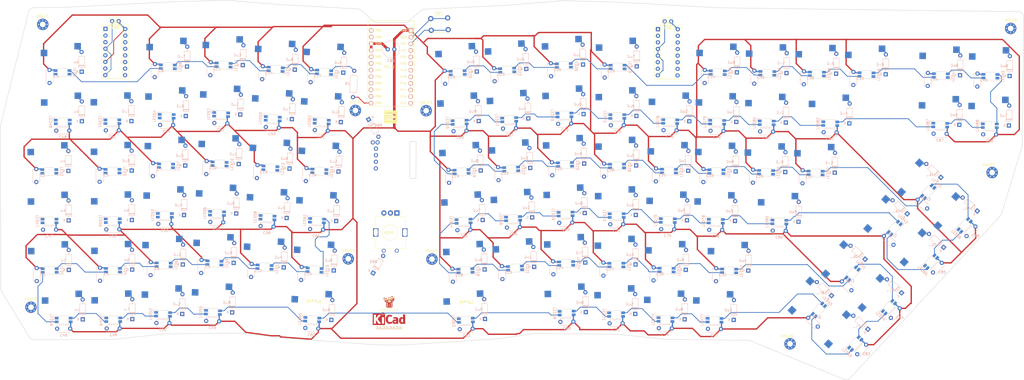
<source format=kicad_pcb>
(kicad_pcb (version 20240108) (generator "pcbnew") (generator_version "8.0")
  (title_block (title "travis_erg2024") (rev "2024.03.17") (company "Travis Hardiman"))
  (layers (0 "F.Cu" signal) (31 "B.Cu" signal) (34 "B.Paste" user) (35 "F.Paste" user) (36 "B.SilkS" user "B.Silkscreen") (37 "F.SilkS" user "F.Silkscreen") (38 "B.Mask" user) (39 "F.Mask" user) (44 "Edge.Cuts" user))
  (net 0 "")
  (net 1 "col0")
  (net 2 "matrixl_outer_mod")
  (net 3 "matrixl_outer_bottom")
  (net 4 "matrixl_outer_home")
  (net 5 "matrixl_outer_top")
  (net 6 "matrixl_outer_num")
  (net 7 "matrixl_outer_func")
  (net 8 "col1")
  (net 9 "matrixl_pinky_mod")
  (net 10 "matrixl_pinky_bottom")
  (net 11 "matrixl_pinky_home")
  (net 12 "matrixl_pinky_top")
  (net 13 "matrixl_pinky_num")
  (net 14 "col2")
  (net 15 "matrixl_ring_mod")
  (net 16 "matrixl_ring_bottom")
  (net 17 "matrixl_ring_home")
  (net 18 "matrixl_ring_top")
  (net 19 "matrixl_ring_num")
  (net 20 "matrixl_ring_func")
  (net 21 "col3")
  (net 22 "matrixl_middle_mod")
  (net 23 "matrixl_middle_bottom")
  (net 24 "matrixl_middle_home")
  (net 25 "matrixl_middle_top")
  (net 26 "matrixl_middle_num")
  (net 27 "matrixl_middle_func")
  (net 28 "col4")
  (net 29 "matrixl_index_bottom")
  (net 30 "matrixl_index_home")
  (net 31 "matrixl_index_top")
  (net 32 "matrixl_index_num")
  (net 33 "matrixl_index_func")
  (net 34 "col5")
  (net 35 "matrixl_inner_mod")
  (net 36 "matrixl_inner_bottom")
  (net 37 "matrixl_inner_home")
  (net 38 "matrixl_inner_top")
  (net 39 "matrixl_inner_num")
  (net 40 "matrixl_inner_func")
  (net 41 "col6")
  (net 42 "matrixr_inner_mod")
  (net 43 "matrixr_inner_bottom")
  (net 44 "matrixr_inner_home")
  (net 45 "matrixr_inner_top")
  (net 46 "matrixr_inner_num")
  (net 47 "matrixr_inner_func")
  (net 48 "col7")
  (net 49 "matrixr_index_bottom")
  (net 50 "matrixr_index_home")
  (net 51 "matrixr_index_top")
  (net 52 "matrixr_index_num")
  (net 53 "matrixr_index_func")
  (net 54 "col8")
  (net 55 "matrixr_middle_mod")
  (net 56 "matrixr_middle_bottom")
  (net 57 "matrixr_middle_home")
  (net 58 "matrixr_middle_top")
  (net 59 "matrixr_middle_num")
  (net 60 "matrixr_middle_func")
  (net 61 "col9")
  (net 62 "matrixr_ring_mod")
  (net 63 "matrixr_ring_bottom")
  (net 64 "matrixr_ring_home")
  (net 65 "matrixr_ring_top")
  (net 66 "matrixr_ring_num")
  (net 67 "matrixr_ring_func")
  (net 68 "col10")
  (net 69 "matrixr_pinky_mod")
  (net 70 "matrixr_pinky_bottom")
  (net 71 "matrixr_pinky_home")
  (net 72 "matrixr_pinky_top")
  (net 73 "matrixr_pinky_num")
  (net 74 "col11")
  (net 75 "matrixr_outer_mod")
  (net 76 "matrixr_outer_bottom")
  (net 77 "matrixr_outer_home")
  (net 78 "matrixr_outer_top")
  (net 79 "matrixr_outer_num")
  (net 80 "matrixr_outer_func")
  (net 81 "col12")
  (net 82 "matrixr_outer2_home")
  (net 83 "matrixr_outer2_top")
  (net 84 "matrixr_outer2_num")
  (net 85 "matrixr_outer2_func")
  (net 86 "col13")
  (net 87 "matrixr_outer3_top")
  (net 88 "matrixr_outer3_num")
  (net 89 "matrixr_outer3_func")
  (net 90 "matrixr_outer4_func")
  (net 91 "col15")
  (net 92 "arrows_left_bottom")
  (net 93 "col14")
  (net 94 "arrows_left_top")
  (net 95 "arrows_right_bottom")
  (net 96 "arrows_right_top")
  (net 97 "pages_left_bottom")
  (net 98 "pages_left_top")
  (net 99 "pages_right_bottom")
  (net 100 "pages_right_top")
  (net 101 "special_left_bottom")
  (net 102 "special_left_top")
  (net 103 "special_right_bottom")
  (net 104 "special_right_top")
  (net 105 "row5")
  (net 106 "row4")
  (net 107 "row3")
  (net 108 "row2")
  (net 109 "row1")
  (net 110 "row0")
  (net 111 "RAW")
  (net 112 "LED_29")
  (net 113 "GND")
  (net 114 "LED_28")
  (net 115 "LED_17")
  (net 116 "LED_16")
  (net 117 "LED_5")
  (net 118 "LED_4")
  (net 119 "LED_27")
  (net 120 "LED_15")
  (net 121 "LED_26")
  (net 122 "LED_14")
  (net 123 "LED_3")
  (net 124 "LED_25")
  (net 125 "LED_13")
  (net 126 "LED_2")
  (net 127 "LED_24")
  (net 128 "LED_12")
  (net 129 "LED_1")
  (net 130 "LED_23")
  (net 131 "LED_11")
  (net 132 "LED_0")
  (net 133 "LED_49")
  (net 134 "LED_48")
  (net 135 "LED_68")
  (net 136 "LED_67")
  (net 137 "LED_87")
  (net 138 "LED_47")
  (net 139 "LED_66")
  (net 140 "LED_86")
  (net 141 "LED_46")
  (net 142 "LED_65")
  (net 143 "LED_85")
  (net 144 "LED_45")
  (net 145 "LED_64")
  (net 146 "LED_84")
  (net 147 "LED_44")
  (net 148 "LED_63")
  (net 149 "LED_43")
  (net 150 "LED_62")
  (net 151 "LED_83")
  (net 152 "LED_61")
  (net 153 "LED_82")
  (net 154 "LED_60")
  (net 155 "LED_81")
  (net 156 "LED_80")
  (net 157 "LED_40")
  (net 158 "LED_39")
  (net 159 "LED_42")
  (net 160 "LED_57")
  (net 161 "LED_56")
  (net 162 "LED_59")
  (net 163 "LED_79")
  (net 164 "LED_78")
  (net 165 "LED_30")
  (net 166 "LED_18")
  (net 167 "LED_6")
  (net 168 "LED_31")
  (net 169 "LED_19")
  (net 170 "LED_7")
  (net 171 "LED_32")
  (net 172 "LED_20")
  (net 173 "LED_8")
  (net 174 "LED_33")
  (net 175 "LED_21")
  (net 176 "LED_9")
  (net 177 "LED_22")
  (net 178 "LED_10")
  (net 179 "LED_34")
  (net 180 "LED_35")
  (net 181 "LED_50")
  (net 182 "LED_69")
  (net 183 "LED_51")
  (net 184 "LED_70")
  (net 185 "LED_36")
  (net 186 "LED_52")
  (net 187 "LED_71")
  (net 188 "LED_37")
  (net 189 "LED_53")
  (net 190 "LED_72")
  (net 191 "LED_38")
  (net 192 "LED_54")
  (net 193 "LED_73")
  (net 194 "LED_55")
  (net 195 "LED_74")
  (net 196 "LED_75")
  (net 197 "LED_76")
  (net 198 "LED_41")
  (net 199 "LED_58")
  (net 200 "LED_77")
  (net 201 "LED")
  (net 202 "RST")
  (net 203 "VCC")
  (net 204 "encA")
  (net 205 "encC")
  (net 206 "P1")
  (net 207 "P0")
  (net 208 "mux0")
  (net 209 "mux1")
  (net 210 "mux2")
  (net 211 "mux3")
  (net 212 "scrA")
  (net 213 "scrB")
  (net 214 "P8")
  (net 215 "scr_to")
  (net 216 "scrC")
  (net 217 "undefined")
  (net 218 "enc_to")
  (footprint "MX" (layer "F.Cu") (at 229.107202 95.990633 1.25)
    (property "Reference" "S50")
    (property "Value" "" (hide yes))
  )
  (footprint "MX" (layer "F.Cu") (at 373.908368 80.824985 -0.75)
    (property "Reference" "S86")
    (property "Value" "" (hide yes))
  )
  (footprint "rotary_encoder" (layer "F.Cu") (at 162.269433 146.271168 -90.25)
    (property "Reference" "ROT1")
    (property "Value" "")
  )
  (footprint "MX" (layer "F.Cu") (at 55.813055 174.758134 0.25)
    (property "Reference" "S7")
    (property "Value" "" (hide yes))
  )
  (footprint "MX" (layer "F.Cu") (at 292.555326 155.966545 -0.75)
    (property "Reference" "S64")
    (property "Value" "" (hide yes))
  )
  (footprint "MX" (layer "F.Cu") (at 94.315418 171.93669 -1.75)
    (property "Reference" "S18")
    (property "Value" "" (hide yes))
  )
  (footprint "MountingHole_2.2mm_M2_Pad_Via" (layer "F.Cu") (at 400.658128 67.649 -0.75)
    (property "Reference" "HOLE6")
    (property "Value" "")
  )
  (footprint "MountingHole_2.2mm_M2_Pad_Via" (layer "F.Cu") (at 315.888554 188.98382 23.25)
    (property "Reference" "HOLE8")
    (property "Value" "")
  )
  (footprint "MX" (layer "F.Cu") (at 207.034183 78.764877 2.25)
    (property "Reference" "S45")
    (property "Value" "" (hide yes))
  )
  (footprint "MountingHole_2.2mm_M2_Pad_Via" (layer "F.Cu") (at 24.238356 174.895905 0.25)
    (property "Reference" "HOLE9")
    (property "Value" "")
  )
  (footprint "MX" (layer "F.Cu") (at 331.400132 99.320154 -0.75)
    (property "Reference" "S74")
    (property "Value" "" (hide yes))
  )
  (footprint "MX" (layer "F.Cu") (at 207.782083 97.80019 2.25)
    (property "Reference" "S44")
    (property "Value" "" (hide yes))
  )
  (footprint "MX" (layer "F.Cu") (at 188.756585 98.797897 2.25)
    (property "Reference" "S39")
    (property "Value" "" (hide yes))
  )
  (footprint "MX" (layer "F.Cu") (at 55.646813 136.658497 0.25)
    (property "Reference" "S9")
    (property "Value" "" (hide yes))
  )
  (footprint "Stabilizer_MX_3.00u" (layer "F.Cu") (at 132.541557 174.698249 -2.75)
    (property "Reference" "STAB3u1")
    (property "Value" "Stabilizer_MX_3.00u" (hide yes))
  )
  (footprint "MX" (layer "F.Cu") (at 134.369524 136.642126 -2.75)
    (property "Reference" "S31")
    (property "Value" "" (hide yes))
  )
  (footprint "MX" (layer "F.Cu") (at 133.455541 155.670187 -2.75)
    (property "Reference" "S30")
    (property "Value" "" (hide yes))
  )
  (footprint "MX" (layer "F.Cu") (at 268.994223 136.606481 -0.75)
    (property "Reference" "S60")
    (property "Value" "" (hide yes))
  )
  (footprint "MX" (layer "F.Cu") (at 191.000283 155.903837 2.25)
    (property "Reference" "S36")
    (property "Value" "" (hide yes))
  )
  (footprint "MountingHole_2.2mm_M2_Pad_Via" (layer "F.Cu") (at 146.140915 156.27951 -2.75)
    (property "Reference" "HOLE4")
    (property "Value" "")
  )
  (footprint "MX" (layer "F.Cu") (at 249.037014 172.77763 0.25)
    (property "Reference" "S52")
    (property "Value" "" (hide yes))
  )
  (footprint "MX" (layer "F.Cu") (at 118.494946 78.413436 -2.75)
    (property "Reference" "S28")
    (property "Value" "" (hide yes))
  )
  (footprint "MX" (layer "F.Cu") (at 249.153891 153.726939 0.25)
    (property "Reference" "S53")
    (property "Value" "" (hide yes))
  )
  (footprint "MX" (layer "F.Cu") (at 210.025781 154.90613 2.25)
    (property "Reference" "S41")
    (property "Value" "" (hide yes))
  )
  (footprint "ProMicro" (layer "F.Cu") (at 162.548081 82.410236 -90.25)
    (property "Reference" "MCU1")
    (property "Value" "" (hide yes))
  )
  (footprint "MX" (layer "F.Cu") (at 75.303487 153.629282 -0.75)
    (property "Reference" "S13")
    (property "Value" "" (hide yes))
  )
  (footprint "MX" (layer "F.Cu") (at 117.381193 97.431902 -2.75)
    (property "Reference" "S27")
    (property "Value" "" (hide yes))
  )
  (footprint "MX" (layer "F.Cu") (at 228.891581 76.940803 1.25)
    (property "Reference" "S51")
    (property "Value" "" (hide yes))
  )
  (footprint "MX" (layer "F.Cu") (at 288.190713 79.70288 -0.75)
    (property "Reference" "S68")
    (property "Value" "" (hide yes))
  )
  (footprint "MX" (layer "F.Cu") (at 55.480571 98.558859 0.25)
    (property "Reference" "S11")
    (property "Value" "" (hide yes))
  )
  (footprint "MX" (layer "F.Cu") (at 75.05413 172.67765 -0.75)
    (property "Reference" "S12")
    (property "Value" "" (hide yes))
  )
  (footprint "MX" (layer "F.Cu") (at 135.283508 117.614064 -2.75)
    (property "Reference" "S32")
    (property "Value" "" (hide yes))
  )
  (footprint "MX" (layer "F.Cu") (at 229.969687 172.189951 1.25)
    (property "Reference" "S46")
    (property "Value" "" (hide yes))
  )
  (footprint "MX" (layer "F.Cu") (at 75.752826 134.583532 -0.75)
    (property "Reference" "S14")
    (property "Value" "" (hide yes))
  )
  (footprint "MountingHole_2.2mm_M2_Pad_Via" (layer "F.Cu") (at 176.066376 99.296497 2.25)
    (property "Reference" "HOLE3")
    (property "Value" "")
  )
  (footprint "MX" (layer "F.Cu") (at 55.729934 155.708315 0.25)
    (property "Reference" "S8")
    (property "Value" "" (hide yes))
  )
  (footprint "MX" (layer "F.Cu") (at 190.252384 136.868523 2.25)
    (property "Reference" "S37")
    (property "Value" "" (hide yes))
  )
  (footprint "MX" (layer "F.Cu") (at 268.544883 155.652231 -0.75)
    (property "Reference" "S59")
    (property "Value" "" (hide yes))
  )
  (footprint "MX" (layer "F.Cu") (at 323.324464 172.588793 47.25)
    (property "Reference" "S78")
    (property "Value" "" (hide yes))
  )
  (footprint "MX" (layer "F.Cu") (at 114.239704 154.496896 -2.75)
    (property "Reference" "S24")
    (property "Value" "" (hide yes))
  )
  (footprint "MX" (layer "F.Cu") (at 350.244462 171.531103 47.25)
    (property "Reference" "S79")
    (property "Value" "" (hide yes))
  )
  (footprint "MX" (layer "F.Cu") (at 96.860321 114.837776 -1.75)
    (property "Reference" "S21")
    (property "Value" "" (hide yes))
  )
  (footprint "MX" (layer "F.Cu") (at 392.956736 81.074342 -0.75)
    (property "Reference" "S88")
    (property "Value" "" (hide yes))
  )
  (footprint "Stabilizer_MX_2.00u" (layer "F.Cu") (at 132.541557 174.698249 -2.75)
    (property "Reference" "STAB2u1")
    (property "Value" "Stabilizer_MX_2.00u" (hide yes))
  )
  (footprint "MX" (layer "F.Cu") (at 286.943929 174.94472 -0.75)
    (property "Reference" "S63")
    (property "Value" "" (hide yes))
  )
  (footprint "MX" (layer "F.Cu") (at 94.897177 152.895575 -1.75)
    (property "Reference" "S19")
    (property "Value" "" (hide yes))
  )
  (footprint "MX" (layer "F.Cu") (at 98.423652 76.767761 -1.75)
    (property "Reference" "S23")
    (property "Value" "" (hide yes))
  )
  (footprint "MX" (layer "F.Cu") (at 269.892902 98.514981 -0.75)
    (property "Reference" "S62")
    (property "Value" "" (hide yes))
  )
  (footprint "MX" (layer "F.Cu") (at 36.347631 79.592162 0.25)
    (property "Reference" "S6")
    (property "Value" "" (hide yes))
  )
  (footprint "MX" (layer "F.Cu") (at 209.277882 135.870817 2.25)
    (property "Reference" "S42")
    (property "Value" "" (hide yes))
  )
  (footprint "MX" (layer "F.Cu") (at 306.740367 118.048973 -0.75)
    (property "Reference" "S70")
    (property "Value" "" (hide yes))
  )
  (footprint "MX" (layer "F.Cu") (at 31.251423 117.714761 0.25)
    (property "Reference" "S4")
    (property "Value" "" (hide yes))
  )
  (footprint "MX" (layer "F.Cu") (at 249.621399 77.524174 0.25)
    (property "Reference" "S57")
    (property "Value" "" (hide yes))
  )
  (footprint "MX" (layer "F.Cu") (at 268.095544 174.697981 -0.75)
    (property "Reference" "S58")
    (property "Value" "" (hide yes))
  )
  (footprint "MX" (layer "F.Cu") (at 97.44208 95.796661 -1.75)
    (property "Reference" "S22")
    (property "Value" "" (hide yes))
  )
  (footprint "MX" (layer "F.Cu") (at 287.941356 98.751248 -0.75)
    (property "Reference" "S67")
    (property "Value" "" (hide yes))
  )
  (footprint "MX" (layer "F.Cu") (at 311.853051 137.167533 -0.75)
    (property "Reference" "S69")
    (property "Value" "" (hide yes))
  )
  (footprint "travis" (layer "F.Cu") (at 161.832011 177.830449 -0.25)
    (property "Reference" "LOGO2" (hide yes))
    (property "Value" "")
  )
  (footprint "MX" (layer "F.Cu") (at 132.541557 174.698249 -2.75)
    (property "Reference" "S29")
    (property "Value" "" (hide yes))
  )
  (footprint "C_Disc_D3.8mm_W2.6mm_P2.50mm" (layer "F.Cu") (at 270.21569 64.949111 179.75)
    (property "Reference" "C91")
    (property "Value" "C_Disc_D3.8mm_W2.6mm_P2.50mm" (hide yes))
  )
  (footprint "MX" (layer "F.Cu") (at 366.408405 154.045049 47.25)
    (property "Reference" "S81")
    (property "Value" "" (hide yes))
  )
  (footprint "MX" (layer "F.Cu") (at 306.989724 99.000605 -0.75)
    (property "Reference" "S71")
    (property "Value" "" (hide yes))
  )
  (footprint "MX" (layer "F.Cu") (at 36.763236 174.841255 0.25)
    (property "Reference" "S1")
    (property "Value" "" (hide yes))
  )
  (footprint "MX" (layer "F.Cu") (at 76.202166 115.537782 -0.75)
    (property "Reference" "S15")
    (property "Value" "" (hide yes))
  )
  (footprint "KiCad-Logo_5mm_Copper" (layer "F.Cu") (at 161.823285 179.83043 -0.25)
    (property "Reference" "SYM1" (hide yes))
    (property "Value" "KiCad-Logo_5mm_Copper" (hide yes))
  )
  (footprint "MX" (layer "F.Cu") (at 76.451523 96.489414 -0.75)
    (property "Reference" "S16")
    (property "Value" "" (hide yes))
  )
  (footprint "MX" (layer "F.Cu") (at 137.111474 79.557941 -2.75)
    (property "Reference" "S34")
    (property "Value" "" (hide yes))
  )
  (footprint "MX" (layer "F.Cu") (at 336.255619 158.599949 47.25)
    (property "Reference" "S80")
    (property "Value" "" (hide yes))
  )
  (footprint "Stabilizer_MX_3.00u" (layer "F.Cu") (at 191.148645 174.962706 2.25)
    (property "Reference" "STAB3u2")
    (property "Value" "Stabilizer_MX_3.00u" (hide yes))
  )
  (footprint "MX" (layer "F.Cu") (at 76.900862 77.443664 -0.75)
    (property "Reference" "S17")
    (property "Value" "" (hide yes))
  )
  (footprint "MX" (layer "F.Cu") (at 287.442642 136.847984 -0.75)
    (property "Reference" "S65")
    (property "Value" "" (hide yes))
  )
  (footprint "MX" (layer "F.Cu") (at 287.691999 117.799616 -0.75)
    (property "Reference" "S66")
    (property "Value" "" (hide yes))
  )
  (footprint "MX" (layer "F.Cu") (at 249.504522 96.574865 0.25)
    (property "Reference" "S56")
    (property "Value" "" (hide yes))
  )
  (footprint "MX" (layer "F.Cu") (at 229.754065 153.140122 1.25)
    (property "Reference" "S47")
    (property "Value" "" (hide yes))
  )
  (footprint "DIP-16_W7.62mm_Socket" (layer "F.Cu") (at 265.142649 67.927004 -0.25)
    (property "Reference" "DIP2")
    (property "Value" "DIP-16_W7.62mm_Socket" (hide yes))
  )
  (footprint "MX" (layer "F.Cu") (at 31.334544 136.76458 0.25)
    (property "Reference" "S3")
    (property "Value" "" (hide yes))
  )
  (footprint "MX" (layer "F.Cu") (at 365.350716 127.125051 47.25)
    (property "Reference" "S84")
    (property "Value" "" (hide yes))
  )
  (footprint "MX" (layer "F.Cu") (at 229.322823 115.040463 1.25)
    (property "Reference" "S49")
    (property "Value" "" (hide yes))
  )
  (footprint "Stabilizer_MX_2.00u" (layer "F.Cu") (at 191.148645 174.962706 2.25)
    (property "Reference" "STAB2u2")
    (property "Value" "Stabilizer_MX_2.00u" (hide yes))
  )
  (footprint "MX" (layer "F.Cu") (at 55.563692 117.608678 0.25)
    (property "Reference" "S10")
    (property "Value" "" (hide yes))
  )
  (footprint "MX" (layer "F.Cu") (at 189.504484 117.83321 2.25)
    (property "Reference" "S38")
    (property "Value" "" (hide yes))
  )
  (footprint "SW_PUSH_6mm_H4.3mm" (layer "F.Cu") (at 177.851584 63.86159 2.25)
    (property "Reference" "SW1")
    (property "Value" "SW_PUSH_6mm_H4.3mm" (hide yes))
  )
  (footprint "ergogen" (layer "F.Cu") (at 162.463948 101.691921 -0.25)
    (property "Reference" "LOGO1" (hide yes))
    (property "Value" "")
  )
  (footprint "MX" (layer "F.Cu") (at 326.287449 80.201594 -0.75)
    (property "Reference" "S75")
    (property "Value" "" (hide yes))
  )
  (footprint "MX" (layer "F.Cu") (at 249.387645 115.625556 0.25)
    (property "Reference" "S55")
    (property "Value" "" (hide yes))
  )
  (footprint "MX" (layer "F.Cu") (at 116.46721 116.459964 -2.75)
    (property "Reference" "S26")
    (property "Value" "" (hide yes))
  )
  (footprint "MX" (layer "F.Cu") (at 325.788735 118.298329 -0.75)
    (property "Reference" "S73")
    (property "Value" "" (hide yes))
  )
  (footprint "MountingHole_2.2mm_M2_Pad_Via" (layer "F.Cu") (at 148.882865 99.195324 -2.75)
    (property "Reference" "HOLE2")
    (property "Value" "")
  )
  (footprint "MX" (layer "F.Cu") (at 36.430752 98.64198 0.25)
    (property "Reference" "S5")
    (property "Value" "" (hide yes))
  )
  (footprint "MX" (layer "F.Cu") (at 191.148645 174.962706 2.25)
    (property "Reference" "S35")
    (property "Value" "" (hide yes))
  )
  (footprint "MX" (layer "F.Cu") (at 188.008685 79.762584 2.25)
    (property "Reference" "S40")
    (property "Value" "" (hide yes))
  )
  (footprint "MX" (layer "F.Cu") (at 392.70738 100.12271 -0.75)
    (property "Reference" "S87")
    (property "Value" "" (hide yes))
  )
  (footprint "MountingHole_2.2mm_M2_Pad_Via" (layer "F.Cu") (at 393.530322 123.084388 23.25)
    (property "Reference" "HOLE7")
    (property "Value" "")
  )
  (footprint "C_Disc_D3.8mm_W2.6mm_P2.50mm" (layer "F.Cu") (at 57.933881 64.853497 179.75)
    (property "Reference" "C90")
    (property "Value" "C_Disc_D3.8mm_W2.6mm_P2.50mm" (hide yes))
  )
  (footprint "MX" (layer "F.Cu") (at 136.197491 98.586002 -2.75)
    (property "Reference" "S33")
    (property "Value" "" (hide yes))
  )
  (footprint "MX" (layer "F.Cu") (at 307.239081 79.952237 -0.75)
    (property "Reference" "S72")
    (property "Value" "" (hide yes))
  )
  (footprint "MX" (layer "F.Cu") (at 31.417666 155.814398 0.25)
    (property "Reference" "S2")
    (property "Value" "" (hide yes))
  )
  (footprint "MX" (layer "F.Cu") (at 337.313308 185.519947 47.25)
    (property "Reference" "S77")
    (property "Value" "" (hide yes))
  )
  (footprint "DIP-16_W7.62mm_Socket" (layer "F.Cu") (at 52.86084 67.83139 -0.25)
    (property "Reference" "DIP1")
    (property "Value" "DIP-16_W7.62mm_Socket" (hide yes))
  )
  (footprint "MX" (layer "F.Cu") (at 229.538444 134.090292 1.25)
    (property "Reference" "S48")
    (property "Value" "" (hide yes))
  )
  (footprint "MX" (layer "F.Cu") (at 95.878749 133.866675 -1.75)
    (property "Reference" "S20")
    (property "Value" "" (hide yes))
  )
  (footprint "RollerEncoder_Panasonic_EVQWGD001" (layer "F.Cu") (at 162.393996 117.723637 -0.25)
    (property "Reference" "REF**")
    (property "Value" "RollerEncoder_Panasonic_EVQWGD001")
    (fp_line (start 7.4 -6.3) (end 7.4 7.3) (stroke (width 0.15)) (layer "Edge.Cuts"))
    (fp_line (start 7.7 7.6) (end 9.5 7.6) (stroke (width 0.15)) (layer "Edge.Cuts"))
    (fp_line (start 9.5 -6.6) (end 7.7 -6.6) (stroke (width 0.15)) (layer "Edge.Cuts"))
    (fp_line (start 9.8 7.3) (end 9.8 -6.3) (stroke (width 0.15)) (layer "Edge.Cuts"))
    (fp_arc (start 7.4 -6.3) (mid 7.487868 -6.512133) (end 7.7 -6.6) (stroke (width 0.15)) (layer "Edge.Cuts"))
    (fp_arc (start 7.7 7.6) (mid 7.487868 7.512132) (end 7.4 7.3) (stroke (width 0.15)) (layer "Edge.Cuts"))
    (fp_arc (start 9.5 -6.6) (mid 9.712132 -6.512132) (end 9.8 -6.3) (stroke (width 0.15)) (layer "Edge.Cuts"))
    (fp_arc (start 9.8 7.3) (mid 9.712132 7.512132) (end 9.5 7.6) (stroke (width 0.15)) (layer "Edge.Cuts"))
  )
  (footprint "MX" (layer "F.Cu") (at 269.443562 117.560731 -0.75)
    (property "Reference" "S61")
    (property "Value" "" (hide yes))
  )
  (footprint "MX" (layer "F.Cu") (at 208.529982 116.835503 2.25)
    (property "Reference" "S43")
    (property "Value" "" (hide yes))
  )
  (footprint "MX" (layer "F.Cu") (at 373.659012 99.873353 -0.75)
    (property "Reference" "S85")
    (property "Value" "" (hide yes))
  )
  (footprint "MX" (layer "F.Cu") (at 345.335817 80.45095 -0.75)
    (property "Reference" "S76")
    (property "Value" "" (hide yes))
  )
  (footprint "MountingHole_2.2mm_M2_Pad_Via" (layer "F.Cu") (at 28.763689 66.100124 0.25)
    (property "Reference" "HOLE1")
    (property "Value" "")
  )
  (footprint "MX" (layer "F.Cu") (at 115.353457 135.47843 -2.75)
    (property "Reference" "S25")
    (property "Value" "" (hide yes))
  )
  (footprint "MX" (layer "F.Cu") (at 249.270768 134.676248 0.25)
    (property "Reference" "S54")
    (property "Value" "" (hide yes))
  )
  (footprint "MountingHole_2.2mm_M2_Pad_Via" (layer "F.Cu") (at 178.310074 156.402436 2.25)
    (property "Reference" "HOLE5")
    (property "Value" "")
  )
  (footprint "MX" (layer "F.Cu") (at 352.419561 141.113894 47.25)
    (property "Reference" "S82")
    (property "Value" "" (hide yes))
  )
  (footprint "MX" (layer "F.Cu") (at 379.339559 140.056205 47.25)
    (property "Reference" "S83")
    (property "Value" "" (hide yes))
  )
  (footprint "C_Disc_D4.7mm_W2.5mm_P5.00mm" (layer "B.Cu") (at 333.791275 107.652167 179.25)
    (property "Reference" "C82")
    (property "Value" "C_Disc_D4.7mm_W2.5mm_P5.00mm" (hide yes))
  )
  (footprint "C_Disc_D4.7mm_W2.5mm_P5.00mm" (layer "B.Cu") (at 98.124113 142.23915 178.25)
    (property "Reference" "C56")
    (property "Value" "C_Disc_D4.7mm_W2.5mm_P5.00mm" (hide yes))
  )
  (footprint "Diode_DO-35" (layer "B.Cu") (at 374.885622 151.872082 137.25)
    (property "Reference" "D81")
    (property "Value" "1N4148")
  )
  (footprint "Diode_DO-35" (layer "B.Cu") (at 276.281418 141.452282 89.25)
    (property "Reference" "D60")
    (property "Value" "1N4148")
  )
  (footprint "ceoloide:led_SK6812mini-e (per-keysingle-side)" (layer "B.Cu") (at 55.834697 179.718087 0.25)
    (property "Reference" "LED49")
    (property "Value" "")
    (fp_line (start -1.8 -1.55) (end -1.8 1.55) (stroke (width 0.12)) (layer "Edge.Cuts"))
    (fp_line (start -1.8 1.55) (end 1.8 1.55) (stroke (width 0.12)) (layer "Edge.Cuts"))
    (fp_line (start 1.8 -1.55) (end -1.8 -1.55) (stroke (width 0.12)) (layer "Edge.Cuts"))
    (fp_line (start 1.8 1.55) (end 1.8 -1.55) (stroke (width 0.12)) (layer "Edge.Cuts"))
  )
  (footprint "ceoloide:led_SK6812mini-e (per-keysingle-side)" (layer "B.Cu") (at 268.479959 160.611806 179.25)
    (property "Reference" "LED30")
    (property "Value" "")
    (fp_line (start 1.8 -1.55) (end -1.8 -1.55) (stroke (width 0.12)) (layer "Edge.Cuts"))
    (fp_line (start 1.8 1.55) (end 1.8 -1.55) (stroke (width 0.12)) (layer "Edge.Cuts"))
    (fp_line (start -1.8 -1.55) (end -1.8 1.55) (stroke (width 0.12)) (layer "Edge.Cuts"))
    (fp_line (start -1.8 1.55) (end 1.8 1.55) (stroke (width 0.12)) (layer "Edge.Cuts"))
  )
  (footprint "ceoloide:led_SK6812mini-e (per-keysingle-side)" (layer "B.Cu") (at 229.215404 100.949453 1.25)
    (property "Reference" "LED70")
    (property "Value" "")
    (fp_line (start -1.8 -1.55) (end -1.8 1.55) (stroke (width 0.12)) (layer "Edge.Cuts"))
    (fp_line (start -1.8 1.55) (end 1.8 1.55) (stroke (width 0.12)) (layer "Edge.Cuts"))
    (fp_line (start 1.8 -1.55) (end -1.8 -1.55) (stroke (width 0.12)) (layer "Edge.Cuts"))
    (fp_line (start 1.8 1.55) (end 1.8 -1.55) (stroke (width 0.12)) (layer "Edge.Cuts"))
  )
  (footprint "Diode_DO-35" (layer "B.Cu") (at 400.243931 85.920144 89.25)
    (property "Reference" "D88")
    (property "Value" "1N4148")
  )
  (footprint "ceoloide:led_SK6812mini-e (per-keysingle-side)" (layer "B.Cu") (at 191.195012 160.860013 -177.75)
    (property "Reference" "LED18")
    (property "Value" "")
    (fp_line (start 1.8 1.55) (end 1.8 -1.55) (stroke (width 0.12)) (layer "Edge.Cuts"))
    (fp_line (start 1.8 -1.55) (end -1.8 -1.55) (stroke (width 0.12)) (layer "Edge.Cuts"))
    (fp_line (start -1.8 1.55) (end 1.8 1.55) (stroke (width 0.12)) (layer "Edge.Cuts"))
    (fp_line (start -1.8 -1.55) (end -1.8 1.55) (stroke (width 0.12)) (layer "Edge.Cuts"))
  )
  (footprint "ceoloide:led_SK6812mini-e (per-keysingle-side)" (layer "B.Cu") (at 249.526164 101.534818 0.25)
    (property "Reference" "LED73")
    (property "Value" "")
    (fp_line (start -1.8 -1.55) (end -1.8 1.55) (stroke (width 0.12)) (layer "Edge.Cuts"))
    (fp_line (start -1.8 1.55) (end 1.8 1.55) (stroke (width 0.12)) (layer "Edge.Cuts"))
    (fp_line (start 1.8 -1.55) (end -1.8 -1.55) (stroke (width 0.12)) (layer "Edge.Cuts"))
    (fp_line (start 1.8 1.55) (end 1.8 -1.55) (stroke (width 0.12)) (layer "Edge.Cuts"))
  )
  (footprint "Diode_DO-35" (layer "B.Cu") (at 216.808699 140.328595 92.25)
    (property "Reference" "D42")
    (property "Value" "1N4148")
  )
  (footprint "Diode_DO-35" (layer "B.Cu") (at 294.231123 179.790521 89.25)
    (property "Reference" "D63")
    (property "Value" "1N4148")
  )
  (footprint "C_Disc_D4.7mm_W2.5mm_P5.00mm" (layer "B.Cu") (at 26.268924 121.736539 -89.75)
    (property "Reference" "C2")
    (property "Value" "C_Disc_D4.7mm_W2.5mm_P5.00mm" (hide yes))
  )
  (footprint "C_Disc_D4.7mm_W2.5mm_P5.00mm" (layer "B.Cu") (at 340.283887 84.38516 -90.75)
    (property "Reference" "C39")
    (property "Value" "C_Disc_D4.7mm_W2.5mm_P5.00mm" (hide yes))
  )
  (footprint "ceoloide:led_SK6812mini-e (per-keysingle-side)" (layer "B.Cu") (at 117.143222 102.38619 -2.75)
    (property "Reference" "LED59")
    (property "Value" "")
    (fp_line (start -1.8 1.55) (end 1.8 1.55) (stroke (width 0.12)) (layer "Edge.Cuts"))
    (fp_line (start -1.8 -1.55) (end -1.8 1.55) (stroke (width 0.12)) (layer "Edge.Cuts"))
    (fp_line (start 1.8 1.55) (end 1.8 -1.55) (stroke (width 0.12)) (layer "Edge.Cuts"))
    (fp_line (start 1.8 -1.55) (end -1.8 -1.55) (stroke (width 0.12)) (layer "Edge.Cuts"))
  )
  (footprint "ceoloide:led_SK6812mini-e (per-keysingle-side)" (layer "B.Cu") (at 373.843444 85.78456 179.25)
    (property "Reference" "LED44")
    (property "Value" "")
    (fp_line (start 1.8 -1.55) (end -1.8 -1.55) (stroke (width 0.12)) (layer "Edge.Cuts"))
    (fp_line (start 1.8 1.55) (end 1.8 -1.55) (stroke (width 0.12)) (layer "Edge.Cuts"))
    (fp_line (start -1.8 -1.55) (end -1.8 1.55) (stroke (width 0.12)) (layer "Edge.Cuts"))
    (fp_line (start -1.8 1.55) (end 1.8 1.55) (stroke (width 0.12)) (layer "Edge.Cuts"))
  )
  (footprint "C_Disc_D4.7mm_W2.5mm_P5.00mm" (layer "B.Cu") (at 203.690877 121.028719 -87.75)
    (property "Reference" "C22")
    (property "Value" "C_Disc_D4.7mm_W2.5mm_P5.00mm" (hide yes))
  )
  (footprint "ceoloide:led_SK6812mini-e (per-keysingle-side)" (layer "B.Cu") (at 55.585334 122.568631 -179.75)
    (property "Reference" "LED5")
    (property "Value" "")
    (fp_line (start 1.8 1.55) (end 1.8 -1.55) (stroke (width 0.12)) (layer "Edge.Cuts"))
    (fp_line (start 1.8 -1.55) (end -1.8 -1.55) (stroke (width 0.12)) (layer "Edge.Cuts"))
    (fp_line (start -1.8 1.55) (end 1.8 1.55) (stroke (width 0.12)) (layer "Edge.Cuts"))
    (fp_line (start -1.8 -1.55) (end -1.8 1.55) (stroke (width 0.12)) (layer "Edge.Cuts"))
  )
  (footprint "C_Disc_D4.7mm_W2.5mm_P5.00mm" (layer "B.Cu") (at 109.053549 158.252399 -92.75)
    (property "Reference" "C12")
    (property "Value" "C_Disc_D4.7mm_W2.5mm_P5.00mm" (hide yes))
  )
  (footprint "Diode_DO-35" (layer "B.Cu") (at 104.643594 100.768903 88.25)
    (property "Reference" "D22")
    (property "Value" "1N4148")
  )
  (footprint "Diode_DO-35" (layer "B.Cu") (at 380.946206 104.719155 89.25)
    (property "Reference" "D85")
    (property "Value" "1N4148")
  )
  (footprint "Diode_DO-35" (layer "B.Cu") (at 141.483164 141.739295 87.25)
    (property "Reference" "D31")
    (property "Value" "1N4148")
  )
  (footprint "Diode_DO-35" (layer "B.Cu") (at 140.56918 160.767357 87.25)
    (property "Reference" "D30")
    (property "Value" "1N4148")
  )
  (footprint "ceoloide:led_SK6812mini-e (per-keysingle-side)" (layer "B.Cu") (at 209.472611 140.826993 2.25)
    (property "Reference" "LED66")
    (property "Value" "")
    (fp_line (start -1.8 -1.55) (end -1.8 1.55) (stroke (width 0.12)) (layer "Edge.Cuts"))
    (fp_line (start -1.8 1.55) (end 1.8 1.55) (stroke (width 0.12)) (layer "Edge.Cuts"))
    (fp_line (start 1.8 -1.55) (end -1.8 -1.55) (stroke (width 0.12)) (layer "Edge.Cuts"))
    (fp_line (start 1.8 1.55) (end 1.8 -1.55) (stroke (width 0.12)) (layer "Edge.Cuts"))
  )
  (footprint "ceoloide:led_SK6812mini-e (per-keysingle-side)" (layer "B.Cu") (at 190.447112 141.824699 2.25)
    (property "Reference" "LED64")
    (property "Value" "")
    (fp_line (start -1.8 -1.55) (end -1.8 1.55) (stroke (width 0.12)) (layer "Edge.Cuts"))
    (fp_line (start -1.8 1.55) (end 1.8 1.55) (stroke (width 0.12)) (layer "Edge.Cuts"))
    (fp_line (start 1.8 -1.55) (end -1.8 -1.55) (stroke (width 0.12)) (layer "Edge.Cuts"))
    (fp_line (start 1.8 1.55) (end 1.8 -1.55) (stroke (width 0.12)) (layer "Edge.Cuts"))
  )
  (footprint "C_Disc_D4.7mm_W2.5mm_P5.00mm" (layer "B.Cu") (at 387.904806 85.008551 -90.75)
    (property "Reference" "C45")
    (property "Value" "C_Disc_D4.7mm_W2.5mm_P5.00mm" (hide yes))
  )
  (footprint "ceoloide:led_SK6812mini-e (per-keysingle-side)" (layer "B.Cu") (at 188.203414 84.71876 -177.75)
    (property "Reference" "LED20")
    (property "Value" "")
    (fp_line (start 1.8 1.55) (end 1.8 -1.55) (stroke (width 0.12)) (layer "Edge.Cuts"))
    (fp_line (start 1.8 -1.55) (end -1.8 -1.55) (stroke (width 0.12)) (layer "Edge.Cuts"))
    (fp_line (start -1.8 1.55) (end 1.8 1.55) (stroke (width 0.12)) (layer "Edge.Cuts"))
    (fp_line (start -1.8 -1.55) (end -1.8 1.55) (stroke (width 0.12)) (layer "Edge.Cuts"))
  )
  (footprint "Diode_DO-35" (layer "B.Cu") (at 314.526275 84.798038 89.25)
    (property "Reference" "D72")
    (property "Value" "1N4148")
  )
  (footprint "Diode_DO-35" (layer "B.Cu") (at 276.730757 122.406532 89.25)
    (property "Reference" "D61")
    (property "Value" "1N4148")
  )
  (footprint "ceoloide:led_SK6812mini-e (per-keysingle-side)" (layer "B.Cu") (at 116.229238 121.414252 177.25)
    (property "Reference" "LED13")
    (property "Value" "")
    (fp_line (start 1.8 -1.55) (end -1.8 -1.55) (stroke (width 0.12)) (layer "Edge.Cuts"))
    (fp_line (start 1.8 1.55) (end 1.8 -1.55) (stroke (width 0.12)) (layer "Edge.Cuts"))
    (fp_line (start -1.8 -1.55) (end -1.8 1.55) (stroke (width 0.12)) (layer "Edge.Cuts"))
    (fp_line (start -1.8 1.55) (end 1.8 1.55) (stroke (width 0.12)) (layer "Edge.Cuts"))
  )
  (footprint "ceoloide:led_SK6812mini-e (per-keysingle-side)" (layer "B.Cu") (at 306.924799 103.96018 -0.75)
    (property "Reference" "LED81")
    (property "Value" "")
    (fp_line (start -1.8 1.55) (end 1.8 1.55) (stroke (width 0.12)) (layer "Edge.Cuts"))
    (fp_line (start -1.8 -1.55) (end -1.8 1.55) (stroke (width 0.12)) (layer "Edge.Cuts"))
    (fp_line (start 1.8 1.55) (end 1.8 -1.55) (stroke (width 0.12)) (layer "Edge.Cuts"))
    (fp_line (start 1.8 -1.55) (end -1.8 -1.55) (stroke (width 0.12)) (layer "Edge.Cuts"))
  )
  (footprint "Diode_DO-35" (layer "B.Cu") (at 196.287402 103.255675 92.25)
    (property "Reference" "D39")
    (property "Value" "1N4148")
  )
  (footprint "Diode_DO-35" (layer "B.Cu") (at 277.180097 103.360782 89.25)
    (property "Reference" "D62")
    (property "Value" "1N4148")
  )
  (footprint "ceoloide:led_SK6812mini-e (per-keysingle-side)" (layer "B.Cu") (at 75.238562 158.588857 179.25)
    (property "Reference" "LED6")
    (property "Value" "")
    (fp_line (start 1.8 -1.55) (end -1.8 -1.55) (stroke (width 0.12)) (layer "Edge.Cuts"))
    (fp_line (start 1.8 1.55) (end 1.8 -1.55) (stroke (width 0.12)) (layer "Edge.Cuts"))
    (fp_line (start -1.8 -1.55) (end -1.8 1.55) (stroke (width 0.12)) (layer "Edge.Cuts"))
    (fp_line (start -1.8 1.55) (end 1.8 1.55) (stroke (width 0.12)) (layer "Edge.Cuts"))
  )
  (footprint "ceoloide:led_SK6812mini-e (per-keysingle-side)" (layer "B.Cu") (at 94.745706 157.853261 178.25)
    (property "Reference" "LED9")
    (property "Value" "")
    (fp_line (start 1.8 -1.55) (end -1.8 -1.55) (stroke (width 0.12)) (layer "Edge.Cuts"))
    (fp_line (start 1.8 1.55) (end 1.8 -1.55) (stroke (width 0.12)) (layer "Edge.Cuts"))
    (fp_line (start -1.8 -1.55) (end -1.8 1.55) (stroke (width 0.12)) (layer "Edge.Cuts"))
    (fp_line (start -1.8 1.55) (end 1.8 1.55) (stroke (width 0.12)) (layer "Edge.Cuts"))
  )
  (footprint "ceoloide:led_SK6812mini-e (per-keysingle-side)" (layer "B.Cu") (at 326.222524 85.161169 179.25)
    (property "Reference" "LED38")
    (property "Value" "")
    (fp_line (start 1.8 -1.55) (end -1.8 -1.55) (stroke (width 0.12)) (layer "Edge.Cuts"))
    (fp_line (start 1.8 1.55) (end 1.8 -1.55) (stroke (width 0.12)) (layer "Edge.Cuts"))
    (fp_line (start -1.8 -1.55) (end -1.8 1.55) (stroke (width 0.12)) (layer "Edge.Cuts"))
    (fp_line (start -1.8 1.55) (end 1.8 1.55) (stroke (width 0.12)) (layer "Edge.Cuts"))
  )
  (footprint "ceoloide:led_SK6812mini-e (per-keysingle-side)" (layer "B.Cu") (at 229.646646 139.049112 1.25)
    (property "Reference" "LED69")
    (property "Value" "")
    (fp_line (start -1.8 -1.55) (end -1.8 1.55) (stroke (width 0.12)) (layer "Edge.Cuts"))
    (fp_line (start -1.8 1.55) (end 1.8 1.55) (stroke (width 0.12)) (layer "Edge.Cuts"))
    (fp_line (start 1.8 -1.55) (end -1.8 -1.55) (stroke (width 0.12)) (layer "Edge.Cuts"))
    (fp_line (start 1.8 1.55) (end 1.8 -1.55) (stroke (width 0.12)) (layer "Edge.Cuts"))
  )
  (footprint "Diode_DO-35" (layer "B.Cu") (at 331.801682 170.415826 137.25)
    (property "Reference" "D78")
    (property "Value" "1N4148")
  )
  (footprint "C_Disc_D4.7mm_W2.5mm_P5.00mm" (layer "B.Cu") (at 131.92532 83.313443 -92.75)
    (property "Reference" "C17")
    (property "Value" "C_Disc_D4.7mm_W2.5mm_P5.00mm" (hide yes))
  )
  (footprint "Diode_DO-35" (layer "B.Cu") (at 256.992055 82.242058 90.25)
    (property "Reference" "D57")
    (property "Value" "1N4148")
  )
  (footprint "C_Disc_D4.7mm_W2.5mm_P5.00mm" (layer "B.Cu") (at 89.777355 156.741017 -91.75)
    (property "Reference" "C9")
    (property "Value" "C_Disc_D4.7mm_W2.5mm_P5.00mm" (hide yes))
  )
  (footprint "ceoloide:led_SK6812mini-e (per-keysingle-side)" (layer "B.Cu") (at 96.70885 119.795462 178.25)
    (property "Reference" "LED10")
    (property "Value" "")
    (fp_line (start 1.8 -1.55) (end -1.8 -1.55) (stroke (width 0.12)) (layer "Edge.Cuts"))
    (fp_line (start 1.8 1.55) (end 1.8 -1.55) (stroke (width 0.12)) (layer "Edge.Cuts"))
    (fp_line (start -1.8 -1.55) (end -1.8 1.55) (stroke (width 0.12)) (layer "Edge.Cuts"))
    (fp_line (start -1.8 1.55) (end 1.8 1.55) (stroke (width 0.12)) (layer "Edge.Cuts"))
  )
  (footprint "ceoloide:led_SK6812mini-e (per-keysingle-side)" (layer "B.Cu") (at 331.335208 104.27973 -0.75)
    (property "Reference" "LED82")
    (property "Value" "")
    (fp_line (start -1.8 1.55) (end 1.8 1.55) (stroke (width 0.12)) (layer "Edge.Cuts"))
    (fp_line (start -1.8 -1.55) (end -1.8 1.55) (stroke (width 0.12)) (layer "Edge.Cuts"))
    (fp_line (start 1.8 1.55) (end 1.8 -1.55) (stroke (width 0.12)) (layer "Edge.Cuts"))
    (fp_line (start 1.8 -1.55) (end -1.8 -1.55) (stroke (width 0.12)) (layer "Edge.Cuts"))
  )
  (footprint "Diode_DO-35" (layer "B.Cu") (at 237.205937 157.728652 91.25)
    (property "Reference" "D47")
    (property "Value" "1N4148")
  )
  (footprint "Diode_DO-35" (layer "B.Cu") (at 299.842521 160.812346 89.25)
    (property "Reference" "D64")
    (property "Value" "1N4148")
  )
  (footprint "C_Disc_D4.7mm_W2.5mm_P5.00mm" (layer "B.Cu") (at 50.747435 159.730094 -89.75)
    (property "Reference" "C4")
    (property "Value" "C_Disc_D4.7mm_W2.5mm_P5.00mm" (hide yes))
  )
  (footprint "ceoloide:led_SK6812mini-e (per-keysingle-side)" (layer "B.Cu") (at 36.369273 84.552115 -179.75)
    (property "Reference" "LED3")
    (property "Value" "")
    (fp_line (start 1.8 1.55) (end 1.8 -1.55) (stroke (width 0.12)) (layer "Edge.Cuts"))
    (fp_line (start 1.8 -1.55) (end -1.8 -1.55) (stroke (width 0.12)) (layer "Edge.Cuts"))
    (fp_line (start -1.8 1.55) (end 1.8 1.55) (stroke (width 0.12)) (layer "Edge.Cuts"))
    (fp_line (start -1.8 -1.55) (end -1.8 1.55) (stroke (width 0.12)) (layer "Edge.Cuts"))
  )
  (footprint "C_Disc_D4.7mm_W2.5mm_P5.00mm" (layer "B.Cu") (at 244.6389 81.545952 -89.75)
    (property "Reference" "C29")
    (property "Value" "C_Disc_D4.7mm_W2.5mm_P5.00mm" (hide yes))
  )
  (footprint "Diode_DO-35" (layer "B.Cu") (at 217.556599 159.363908 92.25)
    (property "Reference" "D41")
    (property "Value" "1N4148")
  )
  (footprint "Diode_DO-35" (layer "B.Cu") (at 294.729837 141.693785 89.25)
    (property "Reference" "D65")
    (property "Value" "1N4148")
  )
  (footprint "ceoloide:led_SK6812mini-e (per-keysingle-side)" (layer "B.Cu") (at 55.751576 160.668268 -179.75)
    (property "Reference" "LED4")
    (property "Value" "")
    (fp_line (start 1.8 1.55) (end 1.8 -1.55) (stroke (width 0.12)) (layer "Edge.Cuts"))
    (fp_line (start 1.8 -1.55) (end -1.8 -1.55) (stroke (width 0.12)) (layer "Edge.Cuts"))
    (fp_line (start -1.8 1.55) (end 1.8 1.55) (stroke (width 0.12)) (layer "Edge.Cuts"))
    (fp_line (start -1.8 -1.55) (end -1.8 1.55) (stroke (width 0.12)) (layer "Edge.Cuts"))
  )
  (footprint "C_Disc_D4.7mm_W2.5mm_P5.00mm" (layer "B.Cu") (at 38.966944 106.930993 -179.75)
    (property "Reference" "C48")
    (property "Value" "C_Disc_D4.7mm_W2.5mm_P5.00mm" (hide yes))
  )
  (footprint "Diode_DO-35" (layer "B.Cu") (at 43.801408 103.359865 90.25)
    (property "Reference" "D5")
    (property "Value" "1N4148")
  )
  (footprint "ceoloide:led_SK6812mini-e (per-keysingle-side)" (layer "B.Cu") (at 210.22051 159.862306 -177.75)
    (property "Reference" "LED21")
    (property "Value" "")
    (fp_line (start 1.8 1.55) (end 1.8 -1.55) (stroke (width 0.12)) (layer "Edge.Cuts"))
    (fp_line (start 1.8 -1.55) (end -1.8 -1.55) (stroke (width 0.12)) (layer "Edge.Cuts"))
    (fp_line (start -1.8 1.55) (end 1.8 1.55) (stroke (width 0.12)) (layer "Edge.Cuts"))
    (fp_line (start -1.8 -1.55) (end -1.8 1.55) (stroke (width 0.12)) (layer "Edge.Cuts"))
  )
  (footprint "Diode_DO-35" (layer "B.Cu") (at 142.397147 122.711233 87.25)
    (property "Reference" "D32")
    (property "Value" "1N4148")
  )
  (footprint "ceoloide:led_SK6812mini-e (per-keysingle-side)" (layer "B.Cu") (at 133.217569 160.624475 177.25)
    (property "Reference" "LED15")
    (property "Value" "")
    (fp_line (start 1.8 -1.55) (end -1.8 -1.55) (stroke (width 0.12)) (layer "Edge.Cuts"))
    (fp_line (start 1.8 1.55) (end 1.8 -1.55) (stroke (width 0.12)) (layer "Edge.Cuts"))
    (fp_line (start -1.8 -1.55) (end -1.8 1.55) (stroke (width 0.12)) (layer "Edge.Cuts"))
    (fp_line (start -1.8 1.55) (end 1.8 1.55) (stroke (width 0.12)) (layer "Edge.Cuts"))
  )
  (footprint "ceoloide:led_SK6812mini-e (per-keysingle-side)" (layer "B.Cu") (at 249.29241 139.6362 0.25)
    (property "Reference" "LED72")
    (property "Value" "")
    (fp_line (start -1.8 -1.55) (end -1.8 1.55) (stroke (width 0.12)) (layer "Edge.Cuts"))
    (fp_line (start -1.8 1.55) (end 1.8 1.55) (stroke (width 0.12)) (layer "Edge.Cuts"))
    (fp_line (start 1.8 -1.55) (end -1.8 -1.55) (stroke (width 0.12)) (layer "Edge.Cuts"))
    (fp_line (start 1.8 1.55) (end 1.8 -1.55) (stroke (width 0.12)) (layer "Edge.Cuts"))
  )
  (footprint "Diode_DO-35" (layer "B.Cu") (at 125.608586 83.510605 87.25)
    (property "Reference" "D28")
    (property "Value" "1N4148")
  )
  (footprint "ceoloide:led_SK6812mini-e (per-keysingle-side)" (layer "B.Cu") (at 134.131553 141.596414 -2.75)
    (property "Reference" "LED61")
    (property "Value" "")
    (fp_line (start -1.8 1.55) (end 1.8 1.55) (stroke (width 0.12)) (layer "Edge.Cuts"))
    (fp_line (start -1.8 -1.55) (end -1.8 1.55) (stroke (width 0.12)) (layer "Edge.Cuts"))
    (fp_line (start 1.8 1.55) (end 1.8 -1.55) (stroke (width 0.12)) (layer "Edge.Cuts"))
    (fp_line (start 1.8 -1.55) (end -1.8 -1.55) (stroke (width 0.12)) (layer "Edge.Cuts"))
  )
  (footprint "C_Disc_D4.7mm_W2.5mm_P5.00mm" (layer "B.Cu") (at 70.251557 157.563491 -90.75)
    (property "Reference" "C6")
    (property "Value" "C_Disc_D4.7mm_W2.5mm_P5.00mm" (hide yes))
  )
  (footprint "ceoloide:led_SK6812mini-e (per-keysingle-side)" (layer "B.Cu") (at 353.886702 174.897955 47.25)
    (property "Reference" "LED84")
    (property "Value" "")
    (fp_line (start -1.8 -1.55) (end -1.8 1.550001) (stroke (width 0.12)) (layer "Edge.Cuts"))
    (fp_line (start -1.8 1.550001) (end 1.8 1.55) (stroke (width 0.12)) (layer "Edge.Cuts"))
    (fp_line (start 1.8 -1.550001) (end -1.8 -1.55) (stroke (width 0.12)) (layer "Edge.Cuts"))
    (fp_line (start 1.8 1.55) (end 1.8 -1.550001) (stroke (width 0.12)) (layer "Edge.Cuts"))
  )
  (footprint "C_Disc_D4.7mm_W2.5mm_P5.00mm" (layer "B.Cu") (at 232.650155 180.433439 -178.75)
    (property "Reference" "C68")
    (property "Value" "C_Disc_D4.7mm_W2.5mm_P5.00mm" (hide yes))
  )
  (footprint "ceoloide:led_SK6812mini-e (per-keysingle-side)" (layer "B.Cu") (at 229.862267 158.098941 -178.75)
    (property "Reference" "LED24")
    (property "Value" "")
    (fp_line (start 1.8 1.55) (end 1.8 -1.55) (stroke (width 0.12)) (layer "Edge.Cuts"))
    (fp_line (start 1.8 -1.55) (end -1.8 -1.55) (stroke (width 0.12)) (layer "Edge.Cuts"))
    (fp_line (start -1.8 1.55) (end 1.8 1.55) (stroke (width 0.12)) (layer "Edge.Cuts"))
    (fp_line (start -1.8 -1.55) (end -1.8 1.55) (stroke (width 0.12)) (layer "Edge.Cuts"))
  )
  (footprint "ceoloide:led_SK6812mini-e (per-keysingle-side)" (layer "B.Cu") (at 55.668455 141.618449 0.25)
    (property "Reference" "LED50")
    (property "Value" "")
    (fp_line (start -1.8 -1.55) (end -1.8 1.55) (stroke (width 0.12)) (layer "Edge.Cuts"))
    (fp_line (start -1.8 1.55) (end 1.8 1.55) (stroke (width 0.12)) (layer "Edge.Cuts"))
    (fp_line (start 1.8 -1.55) (end -1.8 -1.55) (stroke (width 0.12)) (layer "Edge.Cuts"))
    (fp_line (start 1.8 1.55) (end 1.8 -1.55) (stroke (width 0.12)) (layer "Edge.Cuts"))
  )
  (footprint "Diode_DO-35" (layer "B.Cu") (at 215.3129 102.257969 92.25)
    (property "Reference" "D44")
    (property "Value" "1N4148")
  )
  (footprint "C_Disc_D4.7mm_W2.5mm_P5.00mm" (layer "B.Cu") (at 78.143969 142.915545 179.25)
    (property "Reference" "C53")
    (property "Value" "C_Disc_D4.7mm_W2.5mm_P5.00mm" (hide yes))
  )
  (footprint "Diode_DO-35" (layer "B.Cu") (at 295.228551 103.597049 89.25)
    (property "Reference" "D67")
    (property "Value" "1N4148")
  )
  (footprint "C_Disc_D4.7mm_W2.5mm_P5.00mm" (layer "B.Cu") (at 136.468427 145.052513 177.25)
    (property "Reference" "C61")
    (property "Value" "C_Disc_D4.7mm_W2.5mm_P5.00mm" (hide yes))
  )
  (footprint "ceoloide:led_SK6812mini-e (per-keysingle-side)" (layer "B.Cu") (at 249.643041 82.484126 -179.75)
    (property "Reference" "LED29")
    (property "Value" "")
    (fp_line (start 1.8 1.55) (end 1.8 -1.55) (stroke (width 0.12)) (layer "Edge.Cuts"))
    (fp_line (start 1.8 -1.55) (end -1.8 -1.55) (stroke (width 0.12)) (layer "Edge.Cuts"))
    (fp_line (start -1.8 1.55) (end 1.8 1.55) (stroke (width 0.12)) (layer "Edge.Cuts"))
    (fp_line (start -1.8 -1.55) (end -1.8 1.55) (stroke (width 0.12)) (layer "Edge.Cuts"))
  )
  (footprint "C_Radial_D6.3mm_H11.0mm_P2.50mm" (layer "B.Cu") (at 163.827521 75.665754 179.75)
    (property "Reference" "C89")
    (property "Value" "C_Radial_D6.3mm_H11.0mm_P2.50mm" (hide yes))
  )
  (footprint "C_Disc_D4.7mm_W2.5mm_P5.00mm" (layer "B.Cu") (at 111.281056 120.215467 -92.75)
    (property "Reference" "C13")
    (property "Value" "C_Disc_D4.7mm_W2.5mm_P5.00mm" (hide yes))
  )
  (footprint "C_Disc_D4.7mm_W2.5mm_P5.00mm" (layer "B.Cu") (at 58.016763 106.847872 -179.75)
    (property "Reference" "C51")
    (property "Value" "C_Disc_D4.7mm_W2.5mm_P5.00mm" (hide yes))
  )
  (footprint "C_Disc_D4.7mm_W2.5mm_P5.00mm" (layer "B.Cu") (at 289.335071 183.276732 179.25)
    (property "Reference" "C77")
    (property "Value" "C_Disc_D4.7mm_W2.5mm_P5.00mm" (hide yes))
  )
  (footprint "C_Disc_D4.7mm_W2.5mm_P5.00mm" (layer "B.Cu") (at 395.098522 108.454723 179.25)
    (property "Reference" "C88")
    (property "Value" "C_Disc_D4.7mm_W2.5mm_P5.00mm" (hide yes))
  )
  (footprint "C_Disc_D4.7mm_W2.5mm_P5.00mm" (layer "B.Cu") (at 134.64046 183.108636 177.25)
    (property "Reference" "C60")
    (property "Value" "C_Disc_D4.7mm_W2.5mm_P5.00mm" (hide yes))
  )
  (footprint "Diode_DO-35" (layer "B.Cu") (at 62.934348 122.326563 90.25)
    (property "Reference" "D10")
    (property "Value" "1N4148")
  )
  (footprint "Diode_DO-35" (layer "B.Cu") (at 82.341325 177.523452 89.25)
    (property "Reference" "D12")
    (property "Value" "1N4148")
  )
  (footprint "ceoloide:led_SK6812mini-e (per-keysingle-side)" (layer "B.Cu") (at 288.125788 84.662455 179.25)
    (property "Reference" "LED34")
    (property "Value" "")
    (fp_line (start 1.8 -1.55) (end -1.8 -1.55) (stroke (width 0.12)) (layer "Edge.Cuts"))
    (fp_line (start 1.8 1.55) (end 1.8 -1.55) (stroke (width 0.12)) (layer "Edge.Cuts"))
    (fp_line (start -1.8 -1.55) (end -1.8 1.55) (stroke (width 0.12)) (layer "Edge.Cuts"))
    (fp_line (start -1.8 1.55) (end 1.8 1.55) (stroke (width 0.12)) (layer "Edge.Cuts"))
  )
  (footprint "C_Disc_D4.7mm_W2.5mm_P5.00mm" (layer "B.Cu") (at 93.30383 80.613203 -91.75)
    (property "Reference" "C11")
    (property "Value" "C_Disc_D4.7mm_W2.5mm_P5.00mm" (hide yes))
  )
  (footprint "ceoloide:led_SK6812mini-e (per-keysingle-side)" (layer "B.Cu") (at 95.727278 138.824362 -1.75)
    (property "Reference" "LED56")
    (property "Value" "")
    (fp_line (start -1.8 1.55) (end 1.8 1.55) (stroke (width 0.12)) (layer "Edge.Cuts"))
    (fp_line (start -1.8 -1.55) (end -1.8 1.55) (stroke (width 0.12)) (layer "Edge.Cuts"))
    (fp_line (start 1.8 1.55) (end 1.8 -1.55) (stroke (width 0.12)) (layer "Edge.Cuts"))
    (fp_line (start 1.8 -1.55) (end -1.8 -1.55) (stroke (width 0.12)) (layer "Edge.Cuts"))
  )
  (footprint "ceoloide:led_SK6812mini-e (per-keysingle-side)" (layer "B.Cu") (at 286.879004 179.904295 -0.75)
    (property "Reference" "LED77")
    (property "Value" "")
    (fp_line (start -1.8 1.55) (end 1.8 1.55) (stroke (width 0.12)) (layer "Edge.Cuts"))
    (fp_line (start -1.8 -1.55) (end -1.8 1.55) (stroke (width 0.12)) (layer "Edge.Cuts"))
    (fp_line (start 1.8 1.55) (end 1.8 -1.55) (stroke (width 0.12)) (layer "Edge.Cuts"))
    (fp_line (start 1.8 -1.55) (end -1.8 -1.55) (stroke (width 0.12)) (layer "Edge.Cuts"))
  )
  (footprint "C_Disc_D4.7mm_W2.5mm_P5.00mm" (layer "B.Cu") (at 272.284044 106.846994 179.25)
    (property "Reference" "C76")
    (property "Value" "C_Disc_D4.7mm_W2.5mm_P5.00mm" (hide yes))
  )
  (footprint "Diode_DO-35" (layer "B.Cu") (at 44.133892 179.55914 90.25)
    (property "Reference" "D1")
    (property "Value" "1N4148")
  )
  (footprint "ceoloide:led_SK6812mini-e (per-keysingle-side)" (layer "B.Cu") (at 36.452394 103.601933 0.25)
    (property "Reference" "LED48")
    (property "Value" "")
    (fp_line (start -1.8 -1.55) (end -1.8 1.55) (stroke (width 0.12)) (layer "Edge.Cuts"))
    (fp_line (start -1.8 1.55) (end 1.8 1.55) (stroke (width 0.12)) (layer "Edge.Cuts"))
    (fp_line (start 1.8 -1.55) (end -1.8 -1.55) (stroke (width 0.12)) (layer "Edge.Cuts"))
    (fp_line (start 1.8 1.55) (end 1.8 -1.55) (stroke (width 0.12)) (layer "Edge.Cuts"))
  )
  (footprint "Diode_DO-35" (layer "B.Cu") (at 314.276918 103.846406 89.25)
    (property "Reference" "D71")
    (property "Value" "1N4148")
  )
  (footprint "Diode_DO-35" (layer "B.Cu") (at 345.790526 183.34698 137.25)
    (property "Reference" "D77")
    (property "Value" "1N4148")
  )
  (footprint "Diode_DO-35" (layer "B.Cu") (at 123.580849 121.557133 87.25)
    (property "Reference" "D26")
    (property "Value" "1N4148")
  )
  (footprint "C_Disc_D4.7mm_W2.5mm_P5.00mm" (layer "B.Cu") (at 320.736805 122.232539 -90.75)
    (property "Reference" "C37")
    (property "Value" "C_Disc_D4.7mm_W2.5mm_P5.00mm" (hide yes))
  )
  (footprint "Diode_DO-35" (layer "B.Cu") (at 63.017469 141.376381 90.25)
    (property "Reference" "D9")
    (property "Value" "1N4148")
  )
  (footprint "Diode_DO-35" (layer "B.Cu") (at 236.559074 100.579163 91.25)
    (property "Reference" "D50")
    (property "Value" "1N4148")
  )
  (footprint "Diode_DO-35" (layer "B.Cu") (at 124.494833 102.529071 87.25)
    (property "Reference" "D27")
    (property "Value" "1N4148")
  )
  (footprint "ceoloide:led_SK6812mini-e (per-keysingle-side)" (layer "B.Cu") (at 55.502213 103.518812 0.25)
    (property "Reference" "LED51")
    (property "Value" "")
    (fp_line (start -1.8 -1.55) (end -1.8 1.55) (stroke (width 0.12)) (layer "Edge.Cuts"))
    (fp_line (start -1.8 1.55) (end 1.8 1.55) (stroke (width 0.12)) (layer "Edge.Cuts"))
    (fp_line (start 1.8 -1.55) (end -1.8 -1.55) (stroke (width 0.12)) (layer "Edge.Cuts"))
    (fp_line (start 1.8 1.55) (end 1.8 -1.55) (stroke (width 0.12)) (layer "Edge.Cuts"))
  )
  (footprint "Diode_DO-35" (layer "B.Cu") (at 139.655197 179.795418 87.25)
    (property "Reference" "D29")
    (property "Value" "1N4148")
  )
  (footprint "C_Disc_D4.7mm_W2.5mm_P5.00mm" (layer "B.Cu") (at 205.186675 159.099345 -87.75)
    (property "Reference" "C21")
    (property "Value" "C_Disc_D4.7mm_W2.5mm_P5.00mm" (hide yes))
  )
  (footprint "ceoloide:led_SK6812mini-e (per-keysingle-side)" (layer "B.Cu") (at 114.001732 159.451184 177.25)
    (property "Reference" "LED12")
    (property "Value" "")
    (fp_line (start 1.8 -1.55) (end -1.8 -1.55) (stroke (width 0.12)) (layer "Edge.Cuts"))
    (fp_line (start 1.8 1.55) (end 1.8 -1.55) (stroke (width 0.12)) (layer "Edge.Cuts"))
    (fp_line (start -1.8 -1.55) (end -1.8 1.55) (stroke (width 0.12)) (layer "Edge.Cuts"))
    (fp_line (start -1.8 1.55) (end 1.8 1.55) (stroke (width 0.12)) (layer "Edge.Cuts"))
  )
  (footprint "Diode_DO-35" (layer "B.Cu") (at 256.875178 101.292749 90.25)
    (property "Reference" "D56")
    (property "Value" "1N4148")
  )
  (footprint "Diode_DO-35" (layer "B.Cu") (at 256.641424 139.394132 90.25)
    (property "Reference" "D54")
    (property "Value" "1N4148")
  )
  (footprint "C_Disc_D4.7mm_W2.5mm_P5.00mm" (layer "B.Cu") (at 270.486686 183.029994 179.25)
    (property "Reference" "C74")
    (property "Value" "C_Disc_D4.7mm_W2.5mm_P5.00mm" (hide yes))
  )
  (footprint "ceoloide:led_SK6812mini-e (per-keysingle-side)" (layer "B.Cu") (at 135.959519 103.54029 -2.75)
    (property "Reference" "LED62")
    (property "Value" "")
    (fp_line (start -1.8 1.55) (end 1.8 1.55) (stroke (width 0.12)) (layer "Edge.Cuts"))
    (fp_line (start -1.8 -1.55) (end -1.8 1.55) (stroke (width 0.12)) (layer "Edge.Cuts"))
    (fp_line (start 1.8 1.55) (end 1.8 -1.55) (stroke (width 0.12)) (layer "Edge.Cuts"))
    (fp_line (start 1.8 -1.55) (end -1.8 -1.55) (stroke (width 0.12)) (layer "Edge.Cuts"))
  )
  (footprint "C_Disc_D4.7mm_W2.5mm_P5.00mm" (layer "B.Cu") (at 252.040714 104.863878 -179.75)
    (property "Reference" "C73")
    (property "Value" "C_Disc_D4.7mm_W2.5mm_P5.00mm" (hide yes))
  )
  (footprint "Diode_DO-35" (layer "B.Cu") (at 373.827933 124.952084 137.25)
    (property "Reference" "D84")
    (property "Value" "1N4148")
  )
  (footprint "Diode_DO-35" (layer "B.Cu") (at 155.701864 161.742659 59.75)
    (property "Reference" "D90")
    (property "Value" "1N4148")
  )
  (footprint "C_Disc_D4.7mm_W2.5mm_P5.00mm" (layer "B.Cu") (at 193.076313 145.063975 -177.75)
    (property "Reference" "C64")
    (property "Value" "C_Disc_D4.7mm_W2.5mm_P5.00mm" (hide yes))
  )
  (footprint "R_Axial_DIN0207_L6.3mm_D2.5mm_P10.16mm_Horizontal" (layer "B.Cu") (at 147.951508 94.094766 87.25)
    (property "Reference" "R1")
    (property "Value" "R_Axial_DIN0207_L6.3mm_D2.5mm_P10.16mm_Horizontal" (hide yes))
  )
  (footprint "C_Disc_D4.7mm_W2.5mm_P5.00mm" (layer "B.Cu") (at 283.138783 83.637089 -90.75)
    (property "Reference" "C34")
    (property "Value" "C_Disc_D4.7mm_W2.5mm_P5.00mm" (hide yes))
  )
  (footprint "Diode_DO-35" (layer "B.Cu") (at 387.816777 137.883238 137.25)
    (property "Reference" "D83")
    (property "Value" "1N4148")
  )
  (footprint "Diode_DO-35" (layer "B.Cu") (at 319.140246 142.013335 89.25)
    (property "Reference" "D69")
    (property "Value" "1N4148")
  )
  (footprint "C_Disc_D4.7mm_W2.5mm_P5.00mm" (layer "B.Cu") (at 358.036341 175.329343 -132.75)
    (property "Reference" "C84")
    (property "Value" "C_Disc_D4.7mm_W2.5mm_P5.00mm" (hide yes))
  )
  (footprint "C_Disc_D4.7mm_W2.5mm_P5.00mm" (layer "B.Cu") (at 50.581193 121.630457 -89.75)
    (property "Reference" "C5")
    (property "Value" "C_Disc_D4.7mm_W2.5mm_P5.00mm" (hide yes))
  )
  (footprint "Diode_DO-35" (layer "B.Cu") (at 102.098691 157.867817 88.25)
    (property "Reference" "D19")
    (property "Value" "1N4148")
  )
  (footprint "Diode_DO-35" (layer "B.Cu") (at 104.061835 119.810018 88.25)
    (property "Reference" "D21")
    (property "Value" "1N4148")
  )
  (footprint "ceoloide:led_SK6812mini-e (per-keysingle-side)" (layer "B.Cu") (at 287.876431 103.710823 -0.75)
    (property "Reference" "LED79")
    (property "Value" "")
    (fp_line (start -1.8 1.55) (end 1.8 1.55) (stroke (width 0.12)) (layer "Edge.Cuts"))
    (fp_line (start -1.8 -1.55) (end -1.8 1.55) (stroke (width 0.12)) (layer "Edge.Cuts"))
    (fp_line (start 1.8 1.55) (end 1.8 -1.55) (stroke (width 0.12)) (layer "Edge.Cuts"))
    (fp_line (start 1.8 -1.55) (end -1.8 -1.55) (stroke (width 0.12)) (layer "Edge.Cuts"))
  )
  (footprint "ceoloide:led_SK6812mini-e (per-keysingle-side)" (layer "B.Cu") (at 339.897858 161.966801 -132.75)
    (property "Reference" "LED41")
    (property "Value" "")
    (fp_line (start 1.8 1.55) (end 1.8 -1.550001) (stroke (width 0.12)) (layer "Edge.Cuts"))
    (fp_line (start 1.8 -1.550001) (end -1.8 -1.55) (stroke (width 0.12)) (layer "Edge.Cuts"))
    (fp_line (start -1.8 1.550001) (end 1.8 1.55) (stroke (width 0.12)) (layer "Edge.Cuts"))
    (fp_line (start -1.8 -1.55) (end -1.8 1.550001) (stroke (width 0.12)) (layer "Edge.Cuts"))
  )
  (footprint "Diode_DO-35" (layer "B.Cu") (at 256.40767 177.495515 90.25)
    (property "Reference" "D52")
    (property "Value" "1N4148")
  )
  (footprint "Diode_DO-35" (layer "B.Cu") (at 294.979194 122.645417 89.25)
    (property "Reference" "D66")
    (property "Value" "1N4148")
  )
  (footprint "C_Disc_D4.7mm_W2.5mm_P5.00mm" (layer "B.Cu") (at 345.105187 189.318187 -132.75)
    (property "Reference" "C83")
    (property "Value" "C_Disc_D4.7mm_W2.5mm_P5.00mm" (hide yes))
  )
  (footprint "Diode_DO-35" (layer "B.Cu") (at 295.477907 84.548681 89.25)
    (property "Reference" "D68")
    (property "Value" "1N4148")
  )
  (footprint "ceoloide:led_SK6812mini-e (per-keysingle-side)" (layer "B.Cu") (at 382.981799 143.423056 47.25)
    (property "Reference" "LED86")
    (property "Value" "")
    (fp_line (start -1.8 -1.55) (end -1.8 1.550001) (stroke (width 0.12)) (layer "Edge.Cuts"))
    (fp_line (start -1.8 1.550001) (end 1.8 1.55) (stroke (width 0.12)) (layer "Edge.Cuts"))
    (fp_line (start 1.8 -1.550001) (end -1.8 -1.55) (stroke (width 0.12)) (layer "Edge.Cuts"))
    (fp_line (start 1.8 1.55) (end 1.8 -1.550001) (stroke (width 0.12)) (layer "Edge.Cuts"))
  )
  (footprint "Diode_DO-35" (layer "B.Cu") (at 144.225114 84.65511 87.25)
    (property "Reference" "D34")
    (property "Value" "1N4148")
  )
  (footprint "C_Disc_D4.7mm_W2.5mm_P5.00mm" (layer "B.Cu") (at 387.131438 143.854445 -132.75)
    (property "Reference" "C86")
    (property "Value" "C_Disc_D4.7mm_W2.5mm_P5.00mm" (hide yes))
  )
  (footprint "ceoloide:led_SK6812mini-e (per-keysingle-side)" (layer "B.Cu") (at 287.377718 141.807559 -0.75)
    (property "Reference" "LED78")
    (property "Value" "")
    (fp_line (start -1.8 1.55) (end 1.8 1.55) (stroke (width 0.12)) (layer "Edge.Cuts"))
    (fp_line (start -1.8 -1.55) (end -1.8 1.55) (stroke (width 0.12)) (layer "Edge.Cuts"))
    (fp_line (start 1.8 1.55) (end 1.8 -1.55) (stroke (width 0.12)) (layer "Edge.Cuts"))
    (fp_line (start 1.8 -1.55) (end -1.8 -1.55) (stroke (width 0.12)) (layer "Edge.Cuts"))
  )
  (footprint "ceoloide:led_SK6812mini-e (per-keysingle-side)" (layer "B.Cu") (at 189.699213 122.789386 -177.75)
    (property "Reference" "LED19")
    (property "Value" "")
    (fp_line (start 1.8 1.55) (end 1.8 -1.55) (stroke (width 0.12)) (layer "Edge.Cuts"))
    (fp_line (start 1.8 -1.55) (end -1.8 -1.55) (stroke (width 0.12)) (layer "Edge.Cuts"))
    (fp_line (start -1.8 1.55) (end 1.8 1.55) (stroke (width 0.12)) (layer "Edge.Cuts"))
    (fp_line (start -1.8 -1.55) (end -1.8 1.55) (stroke (width 0.12)) (layer "Edge.Cuts"))
  )
  (footprint "C_Disc_D4.7mm_W2.5mm_P5.00mm" (layer "B.Cu") (at 271.385365 144.938494 179.25)
    (property "Reference" "C75")
    (property "Value" "C_Disc_D4.7mm_W2.5mm_P5.00mm" (hide yes))
  )
  (footprint "C_Disc_D4.7mm_W2.5mm_P5.00mm" (layer "B.Cu") (at 232.218913 142.33378 -178.75)
    (property "Reference" "C69")
    (property "Value" "C_Disc_D4.7mm_W2.5mm_P5.00mm" (hide yes))
  )
  (footprint "Diode_DO-35" (layer "B.Cu") (at 101.516932 176.908932 88.25)
    (property "Reference" "D18")
    (property "Value" "1N4148")
  )
  (footprint "Diode_DO-35" (layer "B.Cu") (at 275.382738 179.543782 89.25)
    (property "Reference" "D58")
    (property "Value" "1N4148")
  )
  (footprint "C_Disc_D4.7mm_W2.5mm_P5.00mm" (layer "B.Cu") (at 287.503396 159.900754 -90.75)
    (property "Reference" "C32")
    (property "Value" "C_Disc_D4.7mm_W2.5mm_P5.00mm" (hide yes))
  )
  (footprint "C_Disc_D4.7mm_W2.5mm_P5.00mm" (layer "B.Cu") (at 368.856438 84.759195 -90.75)
    (property "Reference" "C44")
    (property "Value" "C_Disc_D4.7mm_W2.5mm_P5.00mm" (hide yes))
  )
  (footprint "C_Disc_D4.7mm_W2.5mm_P5.00mm" (layer "B.Cu") (at 128.269386 159.42569 -92.75)
    (property "Reference" "C15")
    (property "Value" "C_Disc_D4.7mm_W2.5mm_P5.00mm" (hide yes))
  )
  (footprint "Diode_DO-35" (layer "B.Cu") (at 314.027562 122.894774 89.25)
    (property "Reference" "D70")
    (property "Value" "1N4148")
  )
  (footprint "C_Disc_D4.7mm_W2.5mm_P5.00mm" (layer "B.Cu") (at 33.870736 145.053592 -179.75)
    (property "Reference" "C47")
    (property "Value" "C_Disc_D4.7mm_W2.5mm_P5.00mm" (hide yes))
  )
  (footprint "C_Disc_D4.7mm_W2.5mm_P5.00mm" (layer "B.Cu") (at 376.050154 108.205366 179.25)
    (property "Reference" "C87")
    (property "Value" "C_Disc_D4.7mm_W2.5mm_P5.00mm" (hide yes))
  )
  (footprint "C_Disc_D4.7mm_W2.5mm_P5.00mm" (layer "B.Cu") (at 251.806959 142.96526 -179.75)
    (property "Reference" "C72")
    (property "Value" "C_Disc_D4.7mm_W2.5mm_P5.00mm" (hide yes))
  )
  (footprint "Diode_DO-35" (layer "B.Cu") (at 63.183711 179.476019 90.25)
    (property "Reference" "D7")
    (property "Value" "1N4148")
  )
  (footprint "Diode_DO-35" (layer "B.Cu") (at 197.035302 122.290988 92.25)
    (property "Reference" "D38")
    (property "Value" "1N4148")
  )
  (footprint "ceoloide:led_SK6812mini-e (per-keysingle-side)" (layer "B.Cu") (at 136.873503 84.512229 177.25)
    (property "Reference" "LED17")
    (property "Value" "")
    (fp_line (start 1.8 -1.55) (end -1.8 -1.55) (stroke (width 0.12)) (layer "Edge.Cuts"))
    (fp_line (start 1.8 1.55) (end 1.8 -1.55) (stroke (width 0.12)) (layer "Edge.Cuts"))
    (fp_line (start -1.8 -1.55) (end -1.8 1.55) (stroke (width 0.12)) (layer "Edge.Cuts"))
    (fp_line (start -1.8 1.55) (end 1.8 1.55) (stroke (width 0.12)) (layer "Edge.Cuts"))
  )
  (footprint "ceoloide:led_SK6812mini-e (per-keysingle-side)" (layer "B.Cu") (at 307.174156 84.911812 179.25)
    (property "Reference" "LED36")
    (property "Value" "")
    (fp_line (start 1.8 -1.55) (end -1.8 -1.55) (stroke (width 0.12)) (layer "Edge.Cuts"))
    (fp_line (start 1.8 1.55) (end 1.8 -1.55) (stroke (width 0.12)) (layer "Edge.Cuts"))
    (fp_line (start -1.8 -1.55) (end -1.8 1.55) (stroke (width 0.12)) (layer "Edge.Cuts"))
    (fp_line (start -1.8 1.55) (end 1.8 1.55) (stroke (width 0.12)) (layer "Edge.Cuts"))
  )
  (footprint "ceoloide:led_SK6812mini-e (per-keysingle-side)" (layer "B.Cu") (at 191.343374 179.918882 2.25)
    (property "Reference" "LED63")
    (property "Value" "")
    (fp_line (start -1.8 -1.55) (end -1.8 1.55) (stroke (width 0.12)) (layer "Edge.Cuts"))
    (fp_line (start -1.8 1.55) (end 1.8 1.55) (stroke (width 0.12)) (layer "Edge.Cuts"))
    (fp_line (start 1.8 -1.55) (end -1.8 -1.55) (stroke (width 0.12)) (layer "Edge.Cuts"))
    (fp_line (start 1.8 1.55) (end 1.8 -1.55) (stroke (width 0.12)) (layer "Edge.Cuts"))
  )
  (footprint "C_Disc_D4.7mm_W2.5mm_P5.00mm" (layer "B.Cu") (at 212.101811 144.066268 -177.75)
    (property "Reference" "C66")
    (property "Value" "C_Disc_D4.7mm_W2.5mm_P5.00mm" (hide yes))
  )
  (footprint "Diode_DO-35" (layer "B.Cu") (at 197.783201 141.326302 92.25)
    (property "Reference" "D37")
    (property "Value" "1N4148")
  )
  (footprint "ceoloide:led_SK6812mini-e (per-keysingle-side)" (layer "B.Cu") (at 94.163947 176.894376 -1.75)
    (property "Reference" "LED55")
    (property "Value" "")
    (fp_line (start -1.8 1.55) (end 1.8 1.55) (stroke (width 0.12)) (layer "Edge.Cuts"))
    (fp_line (start -1.8 -1.55) (end -1.8 1.55) (stroke (width 0.12)) (layer "Edge.Cuts"))
    (fp_line (start 1.8 1.55) (end 1.8 -1.55) (stroke (width 0.12)) (layer "Edge.Cuts"))
    (fp_line (start 1.8 -1.55) (end -1.8 -1.55) (stroke (width 0.12)) (layer "Edge.Cuts"))
  )
  (footprint "C_Disc_D4.7mm_W2.5mm_P5.00mm" (layer "B.Cu") (at 302.187151 83.886446 -90.75)
    (property "Reference" "C36")
    (property "Value" "C_Disc_D4.7mm_W2.5mm_P5.00mm" (hide yes))
  )
  (footprint "C_Disc_D4.7mm_W2.5mm_P5.00mm" (layer "B.Cu") (at 138.296393 106.996389 177.25)
    (property "Reference" "C62")
    (property "Value" "C_Disc_D4.7mm_W2.5mm_P5.00mm" (hide yes))
  )
  (footprint "C_Disc_D4.7mm_W2.5mm_P5.00mm" (layer "B.Cu") (at 193.972574 183.158157 -177.75)
    (property "Reference" "C63")
    (property "Value" "C_Disc_D4.7mm_W2.5mm_P5.00mm" (hide yes))
  )
  (footprint "Diode_DO-35" (layer "B.Cu") (at 333.574643 85.047395 89.25)
    (property "Reference" "D75")
    (property "Value" "1N4148")
  )
  (footprint "Diode_DO-35" (layer "B.Cu") (at 216.0608 121.293282 92.25)
    (property "Reference" "D43")
    (property "Value" "1N4148")
  )
  (footprint "Diode_DO-35" (layer "B.Cu") (at 256.758301 120.343441 90.25)
    (property "Reference" "D55")
    (property "Value" "1N4148")
  )
  (footprint "C_Disc_D4.7mm_W2.5mm_P5.00mm" (layer "B.Cu") (at 202.195078 82.958092 -87.75)
    (property "Reference" "C23")
    (property "Value" "C_Disc_D4.7mm_W2.5mm_P5.00mm" (hide yes))
  )
  (footprint "C_Disc_D4.7mm_W2.5mm_P5.00mm" (layer "B.Cu") (at 96.560782 180.309165 178.25)
    (property "Reference" "C55")
    (property "Value" "C_Disc_D4.7mm_W2.5mm_P5.00mm" (hide yes))
  )
  (footprint "Diode_DO-35" (layer "B.Cu") (at 344.732836 156.426982 137.25)
    (property "Reference" "D80")
    (property "Value" "1N4148")
  )
  (footprint "C_Disc_D4.7mm_W2.5mm_P5.00mm" (layer "B.Cu") (at 364.894002 133.511866 -42.75)
    (property "Reference" "C43")
    (property "Value" "C_Disc_D4.7mm_W2.5mm_P5.00mm" (hide yes))
  )
  (footprint "ceoloide:led_SK6812mini-e (per-keysingle-side)" (layer "B.Cu") (at 311.788127 142.127109 -0.75)
    (property "Reference" "LED80")
    (property "Value" "")
    (fp_line (start -1.8 1.55) (end 1.8 1.55) (stroke (width 0.12)) (layer "Edge.Cuts"))
    (fp_line (start -1.8 -1.55) (end -1.8 1.55) (stroke (width 0.12)) (layer "Edge.Cuts"))
    (fp_line (start 1.8 1.55) (end 1.8 -1.55) (stroke (width 0.12)) (layer "Edge.Cuts"))
    (fp_line (start 1.8 -1.55) (end -1.8 -1.55) (stroke (width 0.12)) (layer "Edge.Cuts"))
  )
  (footprint "Diode_DO-35" (layer "B.Cu") (at 38.788321 160.532283 90.25)
    (property "Reference" "D2")
    (property "Value" "1N4148")
  )
  (footprint "ceoloide:led_SK6812mini-e (per-keysingle-side)" (layer "B.Cu") (at 132.303586 179.652537 -2.75)
    (property "Reference" "LED60")
    (property "Value" "")
    (fp_line (start -1.8 1.55) (end 1.8 1.55) (stroke (width 0.12)) (layer "Edge.Cuts"))
    (fp_line (start -1.8 -1.55) (end -1.8 1.55) (stroke (width 0.12)) (layer "Edge.Cuts"))
    (fp_line (start 1.8 1.55) (end 1.8 -1.55) (stroke (width 0.12)) (layer "Edge.Cuts"))
    (fp_line (start 1.8 -1.55) (end -1.8 -1.55) (stroke (width 0.12)) (layer "Edge.Cuts"))
  )
  (footprint "C_Disc_D4.7mm_W2.5mm_P5.00mm" (layer "B.Cu") (at 322.867751 178.975608 -42.75)
    (property "Reference" "C40")
    (property "Value" "C_Disc_D4.7mm_W2.5mm_P5.00mm" (hide yes))
  )
  (footprint "C_Disc_D4.7mm_W2.5mm_P5.00mm" (layer "B.Cu") (at 314.244193 145.499546 179.25)
    (property "Reference" "C80")
    (property "Value" "C_Disc_D4.7mm_W2.5mm_P5.00mm" (hide yes))
  )
  (footprint "C_Disc_D4.7mm_W2.5mm_P5.00mm" (layer "B.Cu") (at 251.573205 181.066643 -179.75)
    (property "Reference" "C71")
    (property "Value" "C_Disc_D4.7mm_W2.5mm_P5.00mm" (hide yes))
  )
  (footprint "ceoloide:led_SK6812mini-e (per-keysingle-side)" (layer "B.Cu") (at 268.030619 179.657556 -0.75)
    (property "Reference" "LED74")
    (property "Value" "")
    (fp_line (start -1.8 1.55) (end 1.8 1.55) (stroke (width 0.12)) (layer "Edge.Cuts"))
    (fp_line (start -1.8 -1.55) (end -1.8 1.55) (stroke (width 0.12)) (layer "Edge.Cuts"))
    (fp_line (start 1.8 1.55) (end 1.8 -1.55) (stroke (width 0.12)) (layer "Edge.Cuts"))
    (fp_line (start 1.8 -1.55) (end -1.8 -1.55) (stroke (width 0.12)) (layer "Edge.Cuts"))
  )
  (footprint "C_Disc_D4.7mm_W2.5mm_P5.00mm" (layer "B.Cu") (at 26.435166 159.836177 -89.75)
    (property "Reference" "C1")
    (property "Value" "C_Disc_D4.7mm_W2.5mm_P5.00mm" (hide yes))
  )
  (footprint "ceoloide:led_SK6812mini-e (per-keysingle-side)" (layer "B.Cu") (at 287.627075 122.759191 179.25)
    (property "Reference" "LED33")
    (property "Value" "")
    (fp_line (start 1.8 -1.55) (end -1.8 -1.55) (stroke (width 0.12)) (layer "Edge.Cuts"))
    (fp_line (start 1.8 1.55) (end 1.8 -1.55) (stroke (width 0.12)) (layer "Edge.Cuts"))
    (fp_line (start -1.8 -1.55) (end -1.8 1.55) (stroke (width 0.12)) (layer "Edge.Cuts"))
    (fp_line (start -1.8 1.55) (end 1.8 1.55) (stroke (width 0.12)) (layer "Edge.Cuts"))
  )
  (footprint "ceoloide:led_SK6812mini-e (per-keysingle-side)" (layer "B.Cu") (at 31.273065 122.674714 -179.75)
    (property "Reference" "LED2")
    (property "Value" "")
    (fp_line (start 1.8 1.55) (end 1.8 -1.55) (stroke (width 0.12)) (layer "Edge.Cuts"))
    (fp_line (start 1.8 -1.55) (end -1.8 -1.55) (stroke (width 0.12)) (layer "Edge.Cuts"))
    (fp_line (start -1.8 1.55) (end 1.8 1.55) (stroke (width 0.12)) (layer "Edge.Cuts"))
    (fp_line (start -1.8 -1.55) (end -1.8 1.55) (stroke (width 0.12)) (layer "Edge.Cuts"))
  )
  (footprint "C_Disc_D4.7mm_W2.5mm_P5.00mm" (layer "B.Cu") (at 321.235518 84.135803 -90.75)
    (property "Reference" "C38")
    (property "Value" "C_Disc_D4.7mm_W2.5mm_P5.00mm" (hide yes))
  )
  (footprint "C_Disc_D4.7mm_W2.5mm_P5.00mm" (layer "B.Cu") (at 223.98003 81.048926 -88.75)
    (property "Reference" "C26")
    (property "Value" "C_Disc_D4.7mm_W2.5mm_P5.00mm" (hide yes))
  )
  (footprint "ceoloide:led_SK6812mini-e (per-keysingle-side)" (layer "B.Cu") (at 207.228912 83.721053 -177.75)
    (property "Reference" "LED23")
    (property "Value" "")
    (fp_line (start 1.8 1.55) (end 1.8 -1.55) (stroke (width 0.12)) (layer "Edge.Cuts"))
    (fp_line (start 1.8 -1.55) (end -1.8 -1.55) (stroke (width 0.12)) (layer "Edge.Cuts"))
    (fp_line (start -1.8 1.55) (end 1.8 1.55) (stroke (width 0.12)) (layer "Edge.Cuts"))
    (fp_line (start -1.8 -1.55) (end -1.8 1.55) (stroke (width 0.12)) (layer "Edge.Cuts"))
  )
  (footprint "C_Disc_D4.7mm_W2.5mm_P5.00mm" (layer "B.Cu") (at 244.171392 157.748717 -89.75)
    (property "Reference" "C27")
    (property "Value" "C_Disc_D4.7mm_W2.5mm_P5.00mm" (hide yes))
  )
  (footprint "C_Disc_D4.7mm_W2.5mm_P5.00mm" (layer "B.Cu") (at 335.798905 164.986765 -42.75)
    (property "Reference" "C41")
    (property "Value" "C_Disc_D4.7mm_W2.5mm_P5.00mm" (hide yes))
  )
  (footprint "ceoloide:led_SK6812mini-e (per-keysingle-side)" (layer "B.Cu") (at 135.045536 122.568352 177.25)
    (property "Reference" "LED16")
    (property "Value" "")
    (fp_line (start 1.8 -1.55) (end -1.8 -1.55) (stroke (width 0.12)) (layer "Edge.Cuts"))
    (fp_line (start 1.8 1.55) (end 1.8 -1.55) (stroke (width 0.12)) (layer "Edge.Cuts"))
    (fp_line (start -1.8 -1.55) (end -1.8 1.55) (stroke (width 0.12)) (layer "Edge.Cuts"))
    (fp_line (start -1.8 1.55) (end 1.8 1.55) (stroke (width 0.12)) (layer "Edge.Cuts"))
  )
  (footprint "C_Disc_D4.7mm_W2.5mm_P5.00mm" (layer "B.Cu") (at 186.161177 160.097052 -87.75)
    (property "Reference" "C18")
    (property "Value" "C_Disc_D4.7mm_W2.5mm_P5.00mm" (hide yes))
  )
  (footprint "Diode_DO-35" (layer "B.Cu") (at 275.832078 160.498032 89.25)
    (property "Reference" "D59")
    (property "Value" "1N4148")
  )
  (footprint "ceoloide:led_SK6812mini-e (per-keysingle-side)" (layer "B.Cu") (at 76.386598 101.448989 -0.75)
    (property "Reference" "LED54")
    (property "Value" "")
    (fp_line (start -1.8 1.55) (end 1.8 1.55) (stroke (width 0.12)) (layer "Edge.Cuts"))
    (fp_line (start -1.8 -1.55) (end -1.8 1.55) (stroke (width 0.12)) (layer "Edge.Cuts"))
    (fp_line (start 1.8 1.55) (end 1.8 -1.55) (stroke (width 0.12)) (layer "Edge.Cuts"))
    (fp_line (start 1.8 -1.55) (end -1.8 -1.55) (stroke (width 0.12)) (layer "Edge.Cuts"))
  )
  (footprint "Diode_DO-35" (layer "B.Cu") (at 338.687327 104.165956 89.25)
    (property "Reference" "D74")
    (property "Value" "1N4148")
  )
  (footprint "Diode_DO-35" (layer "B.Cu") (at 83.489361 120.383584 89.25)
    (property "Reference" "D15")
    (property "Value" "1N4148")
  )
  (footprint "Diode_DO-35" (layer "B.Cu") (at 83.040021 139.429333 89.25)
    (property "Reference" "D14")
    (property "Value" "1N4148")
  )
  (footprint "C_Disc_D4.7mm_W2.5mm_P5.00mm" (layer "B.Cu") (at 77.445272 181.009663 179.25)
    (property "Reference" "C52")
    (property "Value" "C_Disc_D4.7mm_W2.5mm_P5.00mm" (hide yes))
  )
  (footprint "C_Disc_D4.7mm_W2.5mm_P5.00mm" (layer "B.Cu") (at 58.349247 183.047147 -179.75)
    (property "Reference" "C49")
    (property "Value" "C_Disc_D4.7mm_W2.5mm_P5.00mm" (hide yes))
  )
  (footprint "Diode_DO-35" (layer "B.Cu") (at 38.622079 122.432645 90.25)
    (property "Reference" "D4")
    (property "Value" "1N4148")
  )
  (footprint "Diode_DO-35" (layer "B.Cu") (at 122.467096 140.575599 87.25)
    (property "Reference" "D25")
    (property "Value" "1N4148")
  )
  (footprint "ceoloide:led_SK6812mini-e (per-keysingle-side)" (layer "B.Cu") (at 76.835938 82.403239 179.25)
    (property "Reference" "LED8")
    (property "Value" "")
    (fp_line (start 1.8 -1.55) (end -1.8 -1.55) (stroke (width 0.12)) (layer "Edge.Cuts"))
    (fp_line (start 1.8 1.55) (end 1.8 -1.55) (stroke (width 0.12)) (layer "Edge.Cuts"))
    (fp_line (start -1.8 -1.55) (end -1.8 1.55) (stroke (width 0.12)) (layer "Edge.Cuts"))
    (fp_line (start -1.8 1.55) (end 1.8 1.55) (stroke (width 0.12)) (layer "Edge.Cuts"))
  )
  (footprint "Diode_DO-35" (layer "B.Cu") (at 236.774695 119.628993 91.25)
    (property "Reference" "D49")
    (property "Value" "1N4148")
  )
  (footprint "ceoloide:led_SK6812mini-e (per-keysingle-side)" (layer "B.Cu") (at 368.992955 130.491902 -132.75)
    (property "Reference" "LED43")
    (property "Value" "")
    (fp_line (start 1.8 1.55) (end 1.8 -1.550001) (stroke (width 0.12)) (layer "Edge.Cuts"))
    (fp_line (start 1.8 -1.550001) (end -1.8 -1.55) (stroke (width 0.12)) (layer "Edge.Cuts"))
    (fp_line (start -1.8 1.550001) (end 1.8 1.55) (stroke (width 0.12)) (layer "Edge.Cuts"))
    (fp_line (start -1.8 -1.55) (end -1.8 1.550001) (stroke (width 0.12)) (layer "Edge.Cuts"))
  )
  (footprint "C_Disc_D4.7mm_W2.5mm_P5.00mm" (layer "B.Cu") (at 99.687444 104.169136 178.25)
    (property "Reference" "C57")
    (property "Value" "C_Disc_D4.7mm_W2.5mm_P5.00mm" (hide yes))
  )
  (footprint "ceoloide:led_SK6812mini-e (per-keysingle-side)" (layer "B.Cu") (at 31.439308 160.774351 -179.75)
    (property "Reference" "LED1")
    (property "Value" "")
    (fp_line (start 1.8 1.55) (end 1.8 -1.55) (stroke (width 0.12)) (layer "Edge.Cuts"))
    (fp_line (start 1.8 -1.55) (end -1.8 -1.55) (stroke (width 0.12)) (layer "Edge.Cuts"))
    (fp_line (start -1.8 1.55) (end 1.8 1.55) (stroke (width 0.12)) (layer "Edge.Cuts"))
    (fp_line (start -1.8 -1.55) (end -1.8 1.55) (stroke (width 0.12)) (layer "Edge.Cuts"))
  )
  (footprint "ceoloide:led_SK6812mini-e (per-keysingle-side)" (layer "B.Cu") (at 228.999782 81.899623 -178.75)
    (property "Reference" "LED26")
    (property "Value" "")
    (fp_line (start 1.8 1.55) (end 1.8 -1.55) (stroke (width 0.12)) (layer "Edge.Cuts"))
    (fp_line (start 1.8 -1.55) (end -1.8 -1.55) (stroke (width 0.12)) (layer "Edge.Cuts"))
    (fp_line (start -1.8 1.55) (end 1.8 1.55) (stroke (width 0.12)) (layer "Edge.Cuts"))
    (fp_line (start -1.8 -1.55) (end -1.8 1.55) (stroke (width 0.12)) (layer "Edge.Cuts"))
  )
  (footprint "ceoloide:led_SK6812mini-e (per-keysingle-side)" (layer "B.Cu") (at 392.642455 105.082285 -0.75)
    (property "Reference" "LED88")
    (property "Value" "")
    (fp_line (start -1.8 1.55) (end 1.8 1.55) (stroke (width 0.12)) (layer "Edge.Cuts"))
    (fp_line (start -1.8 -1.55) (end -1.8 1.55) (stroke (width 0.12)) (layer "Edge.Cuts"))
    (fp_line (start 1.8 1.55) (end 1.8 -1.55) (stroke (width 0.12)) (layer "Edge.Cuts"))
    (fp_line (start 1.8 -1.55) (end -1.8 -1.55) (stroke (width 0.12)) (layer "Edge.Cuts"))
  )
  (footprint "C_Disc_D4.7mm_W2.5mm_P5.00mm" (layer "B.Cu") (at 231.787671 104.23412 -178.75)
    (property "Reference" "C70")
    (property "Value" "C_Disc_D4.7mm_W2.5mm_P5.00mm" (hide yes))
  )
  (footprint "Diode_DO-35" (layer "B.Cu") (at 360.896779 138.940927 137.25)
    (property "Reference" "D82")
    (property "Value" "1N4148")
  )
  (footprint "Diode_DO-35" (layer "B.Cu") (at 399.994574 104.968512 89.25)
    (property "Reference" "D87")
    (property "Value" "1N4148")
  )
  (footprint "Diode_DO-35" (layer "B.Cu") (at 38.7052 141.482464 90.25)
    (property "Reference" "D3")
    (property "Value" "1N4148")
  )
  (footprint "C_Disc_D4.7mm_W2.5mm_P5.00mm" (layer "B.Cu") (at 191.580514 106.993348 -177.75)
    (property "Reference" "C65")
    (property "Value" "C_Disc_D4.7mm_W2.5mm_P5.00mm" (hide yes))
  )
  (footprint "Diode_DO-35" (layer "B.Cu") (at 333.07593 123.144131 89.25)
    (property "Reference" "D73")
    (property "Value" "1N4148")
  )
  (footprint "ceoloide:led_SK6812mini-e (per-keysingle-side)" (layer "B.Cu") (at 115.115485 140.432718 -2.75)
    (property "Reference" "LED58")
    (property "Value" "")
    (fp_line (start -1.8 1.55) (end 1.8 1.55) (stroke (width 0.12)) (layer "Edge.Cuts"))
    (fp_line (start -1.8 -1.55) (end -1.8 1.55) (stroke (width 0.12)) (layer "Edge.Cuts"))
    (fp_line (start 1.8 1.55) (end 1.8 -1.55) (stroke (width 0.12)) (layer "Edge.Cuts"))
    (fp_line (start 1.8 -1.55) (end -1.8 -1.55) (stroke (width 0.12)) (layer "Edge.Cuts"))
  )
  (footprint "C_Disc_D4.7mm_W2.5mm_P5.00mm" (layer "B.Cu") (at 309.380866 107.332618 179.25)
    (property "Reference" "C81")
    (property "Value" "C_Disc_D4.7mm_W2.5mm_P5.00mm" (hide yes))
  )
  (footprint "ceoloide:led_SK6812mini-e (per-keysingle-side)" (layer "B.Cu") (at 98.272181 81.725448 178.25)
    (property "Reference" "LED11")
    (property "Value" "")
    (fp_line (start 1.8 -1.55) (end -1.8 -1.55) (stroke (width 0.12)) (layer "Edge.Cuts"))
    (fp_line (start 1.8 1.55) (end 1.8 -1.55) (stroke (width 0.12)) (layer "Edge.Cuts"))
    (fp_line (start -1.8 -1.55) (end -1.8 1.55) (stroke (width 0.12)) (layer "Edge.Cuts"))
    (fp_line (start -1.8 1.55) (end 1.8 1.55) (stroke (width 0.12)) (layer "Edge.Cuts"))
  )
  (footprint "C_Disc_D4.7mm_W2.5mm_P5.00mm" (layer "B.Cu") (at 71.150236 119.471991 -90.75)
    (property "Reference" "C7")
    (property "Value" "C_Disc_D4.7mm_W2.5mm_P5.00mm" (hide yes))
  )
  (footprint "C_Disc_D4.7mm_W2.5mm_P5.00mm" (layer "B.Cu") (at 374.200284 157.843288 -132.75)
    (property "Reference" "C85")
    (property "Value" "C_Disc_D4.7mm_W2.5mm_P5.00mm" (hide yes))
  )
  (footprint "C_Disc_D4.7mm_W2.5mm_P5.00mm" (layer "B.Cu") (at 224.411272 119.148585 -88.75)
    (property "Reference" "C25")
    (property "Value" "C_Disc_D4.7mm_W2.5mm_P5.00mm" (hide yes))
  )
  (footprint "C_Disc_D4.7mm_W2.5mm_P5.00mm" (layer "B.Cu") (at 130.097353 121.369567 -92.75)
    (property "Reference" "C16")
    (property "Value" "C_Disc_D4.7mm_W2.5mm_P5.00mm" (hide yes))
  )
  (footprint "ceoloide:led_SK6812mini-e (per-keysingle-side)" (layer "B.Cu") (at 356.061801 144.480746 -132.75)
    (property "Reference" "LED42")
    (property "Value" "")
    (fp_line (start 1.8 1.55) (end 1.8 -1.550001) (stroke (width 0.12)) (layer "Edge.Cuts"))
    (fp_line (start 1.8 -1.550001) (end -1.8 -1.55) (stroke (width 0.12)) (layer "Edge.Cuts"))
    (fp_line (start -1.8 1.550001) (end 1.8 1.55) (stroke (width 0.12)) (layer "Edge.Cuts"))
    (fp_line (start -1.8 -1.55) (end -1.8 1.550001) (stroke (width 0.12)) (layer "Edge.Cuts"))
  )
  (footprint "ceoloide:led_SK6812mini-e (per-keysingle-side)" (layer "B.Cu") (at 345.270892 85.410525 179.25)
    (property "Reference" "LED39")
    (property "Value" "")
    (fp_line (start 1.8 -1.55) (end -1.8 -1.55) (stroke (width 0.12)) (layer "Edge.Cuts"))
    (fp_line (start 1.8 1.55) (end 1.8 -1.55) (stroke (width 0.12)) (layer "Edge.Cuts"))
    (fp_line (start -1.8 -1.55) (end -1.8 1.55) (stroke (width 0.12)) (layer "Edge.Cuts"))
    (fp_line (start -1.8 1.55) (end 1.8 1.55) (stroke (width 0.12)) (layer "Edge.Cuts"))
  )
  (footprint "C_Disc_D4.7mm_W2.5mm_P5.00mm" (layer "B.Cu") (at 244.405146 119.647335 -89.75)
    (property "Reference" "C28")
    (property "Value" "C_Disc_D4.7mm_W2.5mm_P5.00mm" (hide yes))
  )
  (footprint "ceoloide:led_SK6812mini-e (per-keysingle-side)" (layer "B.Cu") (at 31.356186 141.724532 0.25)
    (property "Reference" "LED47")
    (property "Value" "")
    (fp_line (start -1.8 -1.55) (end -1.8 1.55) (stroke (width 0.12)) (layer "Edge.Cuts"))
    (fp_line (start -1.8 1.55) (end 1.8 1.55) (stroke (width 0.12)) (layer "Edge.Cuts"))
    (fp_line (start 1.8 -1.55) (end -1.8 -1.55) (stroke (width 0.12)) (layer "Edge.Cuts"))
    (fp_line (start 1.8 1.55) (end 1.8 -1.55) (stroke (width 0.12)) (layer "Edge.Cuts"))
  )
  (footprint "ceoloide:led_SK6812mini-e (per-keysingle-side)" (layer "B.Cu") (at 392.891812 86.033917 179.25)
    (property "Reference" "LED45")
    (property "Value" "")
    (fp_line (start 1.8 -1.55) (end -1.8 -1.55) (stroke (width 0.12)) (layer "Edge.Cuts"))
    (fp_line (start 1.8 1.55) (end 1.8 -1.55) (stroke (width 0.12)) (layer "Edge.Cuts"))
    (fp_line (start -1.8 -1.55) (end -1.8 1.55) (stroke (width 0.12)) (layer "Edge.Cuts"))
    (fp_line (start -1.8 1.55) (end 1.8 1.55) (stroke (width 0.12)) (layer "Edge.Cuts"))
  )
  (footprint "C_Disc_D4.7mm_W2.5mm_P5.00mm" (layer "B.Cu") (at 184.665378 122.026425 -87.75)
    (property "Reference" "C19")
    (property "Value" "C_Disc_D4.7mm_W2.5mm_P5.00mm" (hide yes))
  )
  (footprint "Diode_DO-35" (layer "B.Cu") (at 62.851227 103.276744 90.25)
    (property "Reference" "D11")
    (property "Value" "1N4148")
  )
  (footprint "Diode_DO-35" (layer "B.Cu") (at 256.524547 158.444823 90.25)
    (property "Reference" "D53")
    (property "Value" "1N4148")
  )
  (footprint "Diode_DO-35" (layer "B.Cu") (at 358.72168 169.358136 137.25)
    (property "Reference" "D79")
    (property "Value" "1N4148")
  )
  (footprint "Diode_DO-35" (layer "B.Cu") (at 103.080263 138.838918 88.25)
    (property "Reference" "D20")
    (property "Value" "1N4148")
  )
  (footprint "C_Disc_D4.7mm_W2.5mm_P5.00mm" (layer "B.Cu") (at 289.833785 145.179997 179.25)
    (property "Reference" "C78")
    (property "Value" "C_Disc_D4.7mm_W2.5mm_P5.00mm" (hide yes))
  )
  (footprint "Diode_DO-35" (layer "B.Cu") (at 237.421558 176.778482 91.25)
    (property "Reference" "D46")
    (property "Value" "1N4148")
  )
  (footprint "ceoloide:led_SK6812mini-e (per-keysingle-side)" (layer "B.Cu") (at 36.784878 179.801208 0.25)
    (property "Reference" "LED46")
    (property "Value" "")
    (fp_line (start -1.8 -1.55) (end -1.8 1.55) (stroke (width 0.12)) (layer "Edge.Cuts"))
    (fp_line (start -1.8 1.55) (end 1.8 1.55) (stroke (width 0.12)) (layer "Edge.Cuts"))
    (fp_line (start 1.8 -1.55) (end -1.8 -1.55) (stroke (width 0.12)) (layer "Edge.Cuts"))
    (fp_line (start 1.8 1.55) (end 1.8 -1.55) (stroke (width 0.12)) (layer "Edge.Cuts"))
  )
  (footprint "ceoloide:led_SK6812mini-e (per-keysingle-side)" (layer "B.Cu") (at 268.929299 141.566056 -0.75)
    (property "Reference" "LED75")
    (property "Value" "")
    (fp_line (start -1.8 1.55) (end 1.8 1.55) (stroke (width 0.12)) (layer "Edge.Cuts"))
    (fp_line (start -1.8 -1.55) (end -1.8 1.55) (stroke (width 0.12)) (layer "Edge.Cuts"))
    (fp_line (start 1.8 1.55) (end 1.8 -1.55) (stroke (width 0.12)) (layer "Edge.Cuts"))
    (fp_line (start 1.8 -1.55) (end -1.8 -1.55) (stroke (width 0.12)) (layer "Edge.Cuts"))
  )
  (footprint "C_Disc_D4.7mm_W2.5mm_P5.00mm" (layer "B.Cu") (at 282.640069 121.733825 -90.75)
    (property "Reference" "C33")
    (property "Value" "C_Disc_D4.7mm_W2.5mm_P5.00mm" (hide yes))
  )
  (footprint "ceoloide:led_SK6812mini-e (per-keysingle-side)" (layer "B.Cu") (at 340.955548 188.886799 47.25)
    (property "Reference" "LED83")
    (property "Value" "")
    (fp_line (start -1.8 -1.55) (end -1.8 1.550001) (stroke (width 0.12)) (layer "Edge.Cuts"))
    (fp_line (start -1.8 1.550001) (end 1.8 1.55) (stroke (width 0.12)) (layer "Edge.Cuts"))
    (fp_line (start 1.8 -1.550001) (end -1.8 -1.55) (stroke (width 0.12)) (layer "Edge.Cuts"))
    (fp_line (start 1.8 1.55) (end 1.8 -1.550001) (stroke (width 0.12)) (layer "Edge.Cuts"))
  )
  (footprint "Diode_DO-35" (layer "B.Cu") (at 198.679463 179.420484 92.25)
    (property "Reference" "D35")
    (property "Value" "1N4148")
  )
  (footprint "ceoloide:led_SK6812mini-e (per-keysingle-side)" (layer "B.Cu") (at 118.256975 83.367724 177.25)
    (property "Reference" "LED14")
    (property "Value" "")
    (fp_line (start 1.8 -1.55) (end -1.8 -1.55) (stroke (width 0.12)) (layer "Edge.Cuts"))
    (fp_line (start 1.8 1.55) (end 1.8 -1.55) (stroke (width 0.12)) (layer "Edge.Cuts"))
    (fp_line (start -1.8 -1.55) (end -1.8 1.55) (stroke (width 0.12)) (layer "Edge.Cuts"))
    (fp_line (start -1.8 1.55) (end 1.8 1.55) (stroke (width 0.12)) (layer "Edge.Cuts"))
  )
  (footprint "C_Disc_D4.7mm_W2.5mm_P5.00mm" (layer "B.Cu") (at 119.480096 105.842289 177.25)
    (property "Reference" "C59")
    (property "Value" "C_Disc_D4.7mm_W2.5mm_P5.00mm" (hide yes))
  )
  (footprint "C_Disc_D4.7mm_W2.5mm_P5.00mm" (layer "B.Cu") (at 31.365132 83.61394 -89.75)
    (property "Reference" "C3")
    (property "Value" "C_Disc_D4.7mm_W2.5mm_P5.00mm" (hide yes))
  )
  (footprint "C_Disc_D4.7mm_W2.5mm_P5.00mm" (layer "B.Cu") (at 117.452359 143.888817 177.25)
    (property "Reference" "C58")
    (property "Value" "C_Disc_D4.7mm_W2.5mm_P5.00mm" (hide yes))
  )
  (footprint "ceoloide:led_SK6812mini-e (per-keysingle-side)" (layer "B.Cu") (at 249.409287 120.585509 -179.75)
    (property "Reference" "LED28")
    (property "Value" "")
    (fp_line (start 1.8 1.55) (end 1.8 -1.55) (stroke (width 0.12)) (layer "Edge.Cuts"))
    (fp_line (start 1.8 -1.55) (end -1.8 -1.55) (stroke (width 0.12)) (layer "Edge.Cuts"))
    (fp_line (start -1.8 1.55) (end 1.8 1.55) (stroke (width 0.12)) (layer "Edge.Cuts"))
    (fp_line (start -1.8 -1.55) (end -1.8 1.55) (stroke (width 0.12)) (layer "Edge.Cuts"))
  )
  (footprint "Diode_DO-35" (layer "B.Cu") (at 143.31113 103.683171 87.25)
    (property "Reference" "D33")
    (property "Value" "1N4148")
  )
  (footprint "ceoloide:led_SK6812mini-e (per-keysingle-side)" (layer "B.Cu") (at 326.966704 175.955645 -132.75)
    (property "Reference" "LED40")
    (property "Value" "")
    (fp_line (start 1.8 1.55) (end 1.8 -1.550001) (stroke (width 0.12)) (layer "Edge.Cuts"))
    (fp_line (start 1.8 -1.550001) (end -1.8 -1.55) (stroke (width 0.12)) (layer "Edge.Cuts"))
    (fp_line (start -1.8 1.550001) (end 1.8 1.55) (stroke (width 0.12)) (layer "Edge.Cuts"))
    (fp_line (start -1.8 -1.55) (end -1.8 1.550001) (stroke (width 0.12)) (layer "Edge.Cuts"))
  )
  (footprint "Diode_DO-35" (layer "B.Cu") (at 82.590681 158.475083 89.25)
    (property "Reference" "D13")
    (property "Value" "1N4148")
  )
  (footprint "C_Disc_D4.7mm_W2.5mm_P5.00mm" (layer "B.Cu") (at 78.842665 104.821427 179.25)
    (property "Reference" "C54")
    (property "Value" "C_Disc_D4.7mm_W2.5mm_P5.00mm" (hide yes))
  )
  (footprint "ceoloide:led_SK6812mini-e (per-keysingle-side)" (layer "B.Cu") (at 76.137242 120.497357 179.25)
    (property "Reference" "LED7")
    (property "Value" "")
    (fp_line (start 1.8 -1.55) (end -1.8 -1.55) (stroke (width 0.12)) (layer "Edge.Cuts"))
    (fp_line (start 1.8 1.55) (end 1.8 -1.55) (stroke (width 0.12)) (layer "Edge.Cuts"))
    (fp_line (start -1.8 -1.55) (end -1.8 1.55) (stroke (width 0.12)) (layer "Edge.Cuts"))
    (fp_line (start -1.8 1.55) (end 1.8 1.55) (stroke (width 0.12)) (layer "Edge.Cuts"))
  )
  (footprint "ceoloide:led_SK6812mini-e (per-keysingle-side)" (layer "B.Cu") (at 249.175533 158.686892 -179.75)
    (property "Reference" "LED27")
    (property "Value" "")
    (fp_line (start 1.8 1.55) (end 1.8 -1.55) (stroke (width 0.12)) (layer "Edge.Cuts"))
    (fp_line (start 1.8 -1.55) (end -1.8 -1.55) (stroke (width 0.12)) (layer "Edge.Cuts"))
    (fp_line (start -1.8 1.55) (end 1.8 1.55) (stroke (width 0.12)) (layer "Edge.Cuts"))
    (fp_line (start -1.8 -1.55) (end -1.8 1.55) (stroke (width 0.12)) (layer "Edge.Cuts"))
  )
  (footprint "ceoloide:led_SK6812mini-e (per-keysingle-side)" (layer "B.Cu") (at 249.058656 177.737583 0.25)
    (property "Reference" "LED71")
    (property "Value" "")
    (fp_line (start -1.8 -1.55) (end -1.8 1.55) (stroke (width 0.12)) (layer "Edge.Cuts"))
    (fp_line (start -1.8 1.55) (end 1.8 1.55) (stroke (width 0.12)) (layer "Edge.Cuts"))
    (fp_line (start 1.8 -1.55) (end -1.8 -1.55) (stroke (width 0.12)) (layer "Edge.Cuts"))
    (fp_line (start 1.8 1.55) (end 1.8 -1.55) (stroke (width 0.12)) (layer "Edge.Cuts"))
  )
  (footprint "C_Disc_D4.7mm_W2.5mm_P5.00mm" (layer "B.Cu") (at 58.183005 144.947509 -179.75)
    (property "Reference" "C50")
    (property "Value" "C_Disc_D4.7mm_W2.5mm_P5.00mm" (hide yes))
  )
  (footprint "Diode_DO-35" (layer "B.Cu") (at 236.990316 138.678822 91.25)
    (property "Reference" "D48")
    (property "Value" "1N4148")
  )
  (footprint "C_Disc_D4.7mm_W2.5mm_P5.00mm" (layer "B.Cu") (at 301.688437 121.983182 -90.75)
    (property "Reference" "C35")
    (property "Value" "C_Disc_D4.7mm_W2.5mm_P5.00mm" (hide yes))
  )
  (footprint "ceoloide:led_SK6812mini-e (per-keysingle-side)" (layer "B.Cu") (at 97.290609 100.754347 -1.75)
    (property "Reference" "LED57")
    (property "Value" "")
    (fp_line (start -1.8 1.55) (end 1.8 1.55) (stroke (width 0.12)) (layer "Edge.Cuts"))
    (fp_line (start -1.8 -1.55) (end -1.8 1.55) (stroke (width 0.12)) (layer "Edge.Cuts"))
    (fp_line (start 1.8 1.55) (end 1.8 -1.55) (stroke (width 0.12)) (layer "Edge.Cuts"))
    (fp_line (start 1.8 -1.55) (end -1.8 -1.55) (stroke (width 0.12)) (layer "Edge.Cuts"))
  )
  (footprint "C_Disc_D4.7mm_W2.5mm_P5.00mm" (layer "B.Cu") (at 113.308792 82.168939 -92.75)
    (property "Reference" "C14")
    (property "Value" "C_Disc_D4.7mm_W2.5mm_P5.00mm" (hide yes))
  )
  (footprint "ceoloide:led_SK6812mini-e (per-keysingle-side)" (layer "B.Cu") (at 229.431025 119.999282 -178.75)
    (property "Reference" "LED25")
    (property "Value" "")
    (fp_line (start 1.8 1.55) (end 1.8 -1.55) (stroke (width 0.12)) (layer "Edge.Cuts"))
    (fp_line (start 1.8 -1.55) (end -1.8 -1.55) (stroke (width 0.12)) (layer "Edge.Cuts"))
    (fp_line (start -1.8 1.55) (end 1.8 1.55) (stroke (width 0.12)) (layer "Edge.Cuts"))
    (fp_line (start -1.8 -1.55) (end -1.8 1.55) (stroke (width 0.12)) (layer "Edge.Cuts"))
  )
  (footprint "ceoloide:led_SK6812mini-e (per-keysingle-side)" (layer "B.Cu") (at 74.989206 177.637225 -0.75)
    (property "Reference" "LED52")
    (property "Value" "")
    (fp_line (start -1.8 1.55) (end 1.8 1.55) (stroke (width 0.12)) (layer "Edge.Cuts"))
    (fp_line (start -1.8 -1.55) (end -1.8 1.55) (stroke (width 0.12)) (layer "Edge.Cuts"))
    (fp_line (start 1.8 1.55) (end 1.8 -1.55) (stroke (width 0.12)) (layer "Edge.Cuts"))
    (fp_line (start 1.8 -1.55) (end -1.8 -1.55) (stroke (width 0.12)) (layer "Edge.Cuts"))
  )
  (footprint "C_Disc_D4.7mm_W2.5mm_P5.00mm" (layer "B.Cu") (at 263.492953 159.58644 -90.75)
    (property "Reference" "C30")
    (property "Value" "C_Disc_D4.7mm_W2.5mm_P5.00mm" (hide yes))
  )
  (footprint "Diode_DO-35" (layer "B.Cu") (at 352.623011 85.296752 89.25)
    (property "Reference" "D76")
    (property "Value" "1N4148")
  )
  (footprint "ceoloide:led_SK6812mini-e (per-keysingle-side)" (layer "B.Cu") (at 208.724711 121.791679 -177.75)
    (property "Reference" "LED22")
    (property "Value" "")
    (fp_line (start 1.8 1.55) (end 1.8 -1.55) (stroke (width 0.12)) (layer "Edge.Cuts"))
    (fp_line (start 1.8 -1.55) (end -1.8 -1.55) (stroke (width 0.12)) (layer "Edge.Cuts"))
    (fp_line (start -1.8 1.55) (end 1.8 1.55) (stroke (width 0.12)) (layer "Edge.Cuts"))
    (fp_line (start -1.8 -1.55) (end -1.8 1.55) (stroke (width 0.12)) (layer "Edge.Cuts"))
  )
  (footprint "ceoloide:led_SK6812mini-e (per-keysingle-side)" (layer "B.Cu") (at 292.490402 160.92612 179.25)
    (property "Reference" "LED32")
    (property "Value" "")
    (fp_line (start 1.8 -1.55) (end -1.8 -1.55) (stroke (width 0.12)) (layer "Edge.Cuts"))
    (fp_line (start 1.8 1.55) (end 1.8 -1.55) (stroke (width 0.12)) (layer "Edge.Cuts"))
    (fp_line (start -1.8 -1.55) (end -1.8 1.55) (stroke (width 0.12)) (layer "Edge.Cuts"))
    (fp_line (start -1.8 1.55) (end 1.8 1.55) (stroke (width 0.12)) (layer "Edge.Cuts"))
  )
  (footprint "ceoloide:led_SK6812mini-e (per-keysingle-side)" (layer "B.Cu") (at 188.951313 103.754073 2.25)
    (property "Reference" "LED65")
    (property "Value" "")
    (fp_line (start -1.8 -1.55) (end -1.8 1.55) (stroke (width 0.12)) (layer "Edge.Cuts"))
    (fp_line (start -1.8 1.55) (end 1.8 1.55) (stroke (width 0.12)) (layer "Edge.Cuts"))
    (fp_line (start 1.8 -1.55) (end -1.8 -1.55) (stroke (width 0.12)) (layer "Edge.Cuts"))
    (fp_line (start 1.8 1.55) (end 1.8 -1.55) (stroke (width 0.12)) (layer "Edge.Cuts"))
  )
  (footprint "C_Disc_D4.7mm_W2.5mm_P5.00mm" (layer "B.Cu") (at 210.606012 105.995642 -177.75)
    (property "Reference" "C67")
    (property "Value" "C_Disc_D4.7mm_W2.5mm_P5.00mm" (hide yes))
  )
  (footprint "Diode_DO-35" (layer "B.Cu") (at 214.565001 83.222655 92.25)
    (property "Reference" "D45")
    (property "Value" "1N4148")
  )
  (footprint "C_Disc_D4.7mm_W2.5mm_P5.00mm" (layer "B.Cu") (at 224.842515 157.248244 -88.75)
    (property "Reference" "C24")
    (property "Value" "C_Disc_D4.7mm_W2.5mm_P5.00mm" (hide yes))
  )
  (footprint "ceoloide:led_SK6812mini-e (per-keysingle-side)" (layer "B.Cu") (at 207.976812 102.756366 2.25)
    (property "Reference" "LED67")
    (property "Value" "")
    (fp_line (start -1.8 -1.55) (end -1.8 1.55) (stroke (width 0.12)) (layer "Edge.Cuts"))
    (fp_line (start -1.8 1.55) (end 1.8 1.55) (stroke (width 0.12)) (layer "Edge.Cuts"))
    (fp_line (start 1.8 -1.55) (end -1.8 -1.55) (stroke (width 0.12)) (layer "Edge.Cuts"))
    (fp_line (start 1.8 1.55) (end 1.8 -1.55) (stroke (width 0.12)) (layer "Edge.Cuts"))
  )
  (footprint "ceoloide:led_SK6812mini-e (per-keysingle-side)" (layer "B.Cu") (at 325.723811 123.257905 179.25)
    (property "Reference" "LED37")
    (property "Value" "")
    (fp_line (start 1.8 -1.55) (end -1.8 -1.55) (stroke (width 0.12)) (layer "Edge.Cuts"))
    (fp_line (start 1.8 1.55) (end 1.8 -1.55) (stroke (width 0.12)) (layer "Edge.Cuts"))
    (fp_line (start -1.8 -1.55) (end -1.8 1.55) (stroke (width 0.12)) (layer "Edge.Cuts"))
    (fp_line (start -1.8 1.55) (end 1.8 1.55) (stroke (width 0.12)) (layer "Edge.Cuts"))
  )
  (footprint "ceoloide:led_SK6812mini-e (per-keysingle-side)" (layer "B.Cu") (at 373.594087 104.832928 -0.75)
    (property "Reference" "LED87")
    (property "Value" "")
    (fp_line (start -1.8 1.55) (end 1.8 1.55) (stroke (width 0.12)) (layer "Edge.Cuts"))
    (fp_line (start -1.8 -1.55) (end -1.8 1.55) (stroke (width 0.12)) (layer "Edge.Cuts"))
    (fp_line (start 1.8 1.55) (end 1.8 -1.55) (stroke (width 0.12)) (layer "Edge.Cuts"))
    (fp_line (start 1.8 -1.55) (end -1.8 -1.55) (stroke (width 0.12)) (layer "Edge.Cuts"))
  )
  (footprint "Diode_DO-35" (layer "B.Cu") (at 121.353343 159.594065 87.25)
    (property "Reference" "D24")
    (property "Value" "1N4148")
  )
  (footprint "C_Disc_D4.7mm_W2.5mm_P5.00mm" (layer "B.Cu") (at 264.391632 121.49494 -90.75)
    (property "Reference" "C31")
    (property "Value" "C_Disc_D4.7mm_W2.5mm_P5.00mm" (hide yes))
  )
  (footprint "ceoloide:led_SK6812mini-e (per-keysingle-side)" (layer "B.Cu") (at 306.675443 123.008548 179.25)
    (property "Reference" "LED35")
    (property "Value" "")
    (fp_line (start 1.8 -1.55) (end -1.8 -1.55) (stroke (width 0.12)) (layer "Edge.Cuts"))
    (fp_line (start 1.8 1.55) (end 1.8 -1.55) (stroke (width 0.12)) (layer "Edge.Cuts"))
    (fp_line (start -1.8 -1.55) (end -1.8 1.55) (stroke (width 0.12)) (layer "Edge.Cuts"))
    (fp_line (start -1.8 1.55) (end 1.8 1.55) (stroke (width 0.12)) (layer "Edge.Cuts"))
  )
  (footprint "Diode_DO-35" (layer "B.Cu") (at 198.531101 160.361615 92.25)
    (property "Reference" "D36")
    (property "Value" "1N4148")
  )
  (footprint "Diode_DO-35" (layer "B.Cu") (at 153.959526 102.686692 -60.25)
    (property "Reference" "D89")
    (property "Value" "1N4148")
  )
  (footprint "C_Disc_D4.7mm_W2.5mm_P5.00mm" (layer "B.Cu") (at 290.332498 107.083261 179.25)
    (property "Reference" "C79")
    (property "Value" "C_Disc_D4.7mm_W2.5mm_P5.00mm" (hide yes))
  )
  (footprint "ceoloide:led_SK6812mini-e (per-keysingle-side)" (layer "B.Cu") (at 75.687902 139.543107 -0.75)
    (property "Reference" "LED53")
    (property "Value" "")
    (fp_line (start -1.8 1.55) (end 1.8 1.55) (stroke (width 0.12)) (layer "Edge.Cuts"))
    (fp_line (start -1.8 -1.55) (end -1.8 1.55) (stroke (width 0.12)) (layer "Edge.Cuts"))
    (fp_line (start 1.8 1.55) (end 1.8 -1.55) (stroke (width 0.12)) (layer "Edge.Cuts"))
    (fp_line (start 1.8 -1.55) (end -1.8 -1.55) (stroke (width 0.12)) (layer "Edge.Cuts"))
  )
  (footprint "Diode_DO-35" (layer "B.Cu") (at 63.10059 160.4262 90.25)
    (property "Reference" "D8")
    (property "Value" "1N4148")
  )
  (footprint "ceoloide:led_SK6812mini-e (per-keysingle-side)" (layer "B.Cu") (at 269.827978 103.474556 -0.75)
    (property "Reference" "LED76")
    (property "Value" "")
    (fp_line (start -1.8 1.55) (end 1.8 1.55) (stroke (width 0.12)) (layer "Edge.Cuts"))
    (fp_line (start -1.8 -1.55) (end -1.8 1.55) (stroke (width 0.12)) (layer "Edge.Cuts"))
    (fp_line (start 1.8 1.55) (end 1.8 -1.55) (stroke (width 0.12)) (layer "Edge.Cuts"))
    (fp_line (start 1.8 -1.55) (end -1.8 -1.55) (stroke (width 0.12)) (layer "Edge.Cuts"))
  )
  (footprint "Diode_DO-35" (layer "B.Cu") (at 236.343452 81.529334 91.25)
    (property "Reference" "D51")
    (property "Value" "1N4148")
  )
  (footprint "C_Disc_D4.7mm_W2.5mm_P5.00mm" (layer "B.Cu") (at 183.169579 83.955799 -87.75)
    (property "Reference" "C20")
    (property "Value" "C_Disc_D4.7mm_W2.5mm_P5.00mm" (hide yes))
  )
  (footprint "C_Disc_D4.7mm_W2.5mm_P5.00mm" (layer "B.Cu") (at 39.299428 183.130268 -179.75)
    (property "Reference" "C46")
    (property "Value" "C_Disc_D4.7mm_W2.5mm_P5.00mm" (hide yes))
  )
  (footprint "C_Disc_D4.7mm_W2.5mm_P5.00mm" (layer "B.Cu") (at 91.740499 118.683218 -91.75)
    (property "Reference" "C10")
    (property "Value" "C_Disc_D4.7mm_W2.5mm_P5.00mm" (hide yes))
  )
  (footprint "Diode_DO-35" (layer "B.Cu") (at 83.738717 101.335216 89.25)
    (property "Reference" "D16")
    (property "Value" "1N4148")
  )
  (footprint "ceoloide:led_SK6812mini-e (per-keysingle-side)" (layer "B.Cu") (at 370.050645 157.4119 47.25)
    (property "Reference" "LED85")
    (property "Value" "")
    (fp_line (start -1.8 -1.55) (end -1.8 1.550001) (stroke (width 0.12)) (layer "Edge.Cuts"))
    (fp_line (start -1.8 1.550001) (end 1.8 1.55) (stroke (width 0.12)) (layer "Edge.Cuts"))
    (fp_line (start 1.8 -1.550001) (end -1.8 -1.55) (stroke (width 0.12)) (layer "Edge.Cuts"))
    (fp_line (start 1.8 1.55) (end 1.8 -1.550001) (stroke (width 0.12)) (layer "Edge.Cuts"))
  )
  (footprint "Diode_DO-35" (layer "B.Cu") (at 105.625166 81.740004 88.25)
    (property "Reference" "D23")
    (property "Value" "1N4148")
  )
  (footprint "Diode_DO-35" (layer "B.Cu") (at 381.195563 85.670787 89.25)
    (property "Reference" "D86")
    (property "Value" "1N4148")
  )
  (footprint "Diode_DO-35" (layer "B.Cu") (at 84.188057 82.289466 89.25)
    (property "Reference" "D17")
    (property "Value" "1N4148")
  )
  (footprint "ceoloide:led_SK6812mini-e (per-keysingle-side)" (layer "B.Cu") (at 230.077888 177.148771 1.25)
    (property "Reference" "LED68")
    (property "Value" "")
    (fp_line (start -1.8 -1.55) (end -1.8 1.55) (stroke (width 0.12)) (layer "Edge.Cuts"))
    (fp_line (start -1.8 1.55) (end 1.8 1.55) (stroke (width 0.12)) (layer "Edge.Cuts"))
    (fp_line (start 1.8 -1.55) (end -1.8 -1.55) (stroke (width 0.12)) (layer "Edge.Cuts"))
    (fp_line (start 1.8 1.55) (end 1.8 -1.55) (stroke (width 0.12)) (layer "Edge.Cuts"))
  )
  (footprint "C_Disc_D4.7mm_W2.5mm_P5.00mm" (layer "B.Cu") (at 71.848932 81.377873 -90.75)
    (property "Reference" "C8")
    (property "Value" "C_Disc_D4.7mm_W2.5mm_P5.00mm" (hide yes))
  )
  (footprint "C_Disc_D4.7mm_W2.5mm_P5.00mm" (layer "B.Cu") (at 351.962848 147.50071 -42.75)
    (property "Reference" "C42")
    (property "Value" "C_Disc_D4.7mm_W2.5mm_P5.00mm" (hide yes))
  )
  (footprint "ceoloide:led_SK6812mini-e (per-keysingle-side)" (layer "B.Cu") (at 269.378638 122.520306 179.25)
    (property "Reference" "LED31")
    (property "Value" "")
    (fp_line (start 1.8 -1.55) (end -1.8 -1.55) (stroke (width 0.12)) (layer "Edge.Cuts"))
    (fp_line (start 1.8 1.55) (end 1.8 -1.55) (stroke (width 0.12)) (layer "Edge.Cuts"))
    (fp_line (start -1.8 -1.55) (end -1.8 1.55) (stroke (width 0.12)) (layer "Edge.Cuts"))
    (fp_line (start -1.8 1.55) (end 1.8 1.55) (stroke (width 0.12)) (layer "Edge.Cuts"))
  )
  (footprint "Diode_DO-35" (layer "B.Cu") (at 195.539503 84.220362 92.25)
    (property "Reference" "D40")
    (property "Value" "1N4148")
  )
  (footprint "Diode_DO-35" (layer "B.Cu") (at 43.718287 84.310046 90.25)
    (property "Reference" "D6")
    (property "Value" "1N4148")
  )
  (gr_line (start 169.212686 65.022327) (end 174.18504 60.722126) (stroke (width 0.15)) (layer "Edge.Cuts"))
  (gr_line (start 204.075264 186.991628) (end 166.719959 189.456052) (stroke (width 0.15)) (layer "Edge.Cuts"))
  (gr_line (start 157.348497 65.478795) (end 167.898587 65.50956) (stroke (width 0.15)) (layer "Edge.Cuts"))
  (gr_arc (start 119.490816 186.61244) (mid 119.430153 186.606976) (end 119.369684 186.599667) (stroke (width 0.15)) (layer "Edge.Cuts"))
  (gr_arc (start 36.308389 59.589831) (mid 36.26035 59.591774) (end 36.212279 59.592562) (stroke (width 0.15)) (layer "Edge.Cuts"))
  (gr_arc (start 23.360309 61.158329) (mid 24.065832 60.067489) (end 25.292667 59.640208) (stroke (width 0.15)) (layer "Edge.Cuts"))
  (gr_line (start 156.844628 189.404355) (end 119.490816 186.612441) (stroke (width 0.15)) (layer "Edge.Cuts"))
  (gr_arc (start 25.42055 187.415866) (mid 24.437222 187.162354) (end 23.705147 186.458601) (stroke (width 0.15)) (layer "Edge.Cuts"))
  (gr_arc (start 249.000192 185.301586) (mid 249.091549 185.304599) (end 249.182672 185.311783) (stroke (width 0.15)) (layer "Edge.Cuts"))
  (gr_line (start 405.716276 63.239831) (end 405.071056 112.528199) (stroke (width 0.15)) (layer "Edge.Cuts"))
  (gr_arc (start 12.410538 105.520815) (mid 12.424778 105.273696) (end 12.469434 105.030228) (stroke (width 0.15)) (layer "Edge.Cuts"))
  (gr_line (start 166.57778 189.460362) (end 156.983176 189.409891) (stroke (width 0.15)) (layer "Edge.Cuts"))
  (gr_arc (start 397.172178 138.920136) (mid 396.993538 139.334813) (end 396.726432 139.698851) (stroke (width 0.15)) (layer "Edge.Cuts"))
  (gr_arc (start 149.891219 60.143185) (mid 150.537568 60.289386) (end 151.100665 60.638764) (stroke (width 0.15)) (layer "Edge.Cuts"))
  (gr_line (start 217.565681 185.0081) (end 204.235484 186.974553) (stroke (width 0.15)) (layer "Edge.Cuts"))
  (gr_arc (start 156.983176 189.40989) (mid 156.913854 189.408323) (end 156.844628 189.404355) (stroke (width 0.15)) (layer "Edge.Cuts"))
  (gr_line (start 36.308389 59.589831) (end 77.140782 57.446525) (stroke (width 0.15)) (layer "Edge.Cuts"))
  (gr_line (start 99.1458 56.78614) (end 119.429521 58.434438) (stroke (width 0.15)) (layer "Edge.Cuts"))
  (gr_arc (start 166.71996 189.456051) (mid 166.648908 189.459471) (end 166.57778 189.460362) (stroke (width 0.15)) (layer "Edge.Cuts"))
  (gr_arc (start 288.49538 59.705155) (mid 288.452521 59.704134) (end 288.409693 59.702195) (stroke (width 0.15)) (layer "Edge.Cuts"))
  (gr_arc (start 157.348497 65.478795) (mid 156.645404 65.348944) (end 156.032911 64.980088) (stroke (width 0.15)) (layer "Edge.Cuts"))
  (gr_arc (start 228.345659 56.95462) (mid 228.455366 56.948584) (end 228.565239 56.948582) (stroke (width 0.15)) (layer "Edge.Cuts"))
  (gr_line (start 25.292667 59.640208) (end 36.212279 59.592562) (stroke (width 0.15)) (layer "Edge.Cuts"))
  (gr_line (start 249.562598 57.525959) (end 288.409693 59.702195) (stroke (width 0.15)) (layer "Edge.Cuts"))
  (gr_line (start 404.985618 113.080906) (end 397.172178 138.920136) (stroke (width 0.15)) (layer "Edge.Cuts"))
  (gr_line (start 119.369684 186.599667) (end 106.598019 184.858242) (stroke (width 0.15)) (layer "Edge.Cuts"))
  (gr_line (start 249.000191 185.301586) (end 217.877788 184.986789) (stroke (width 0.15)) (layer "Edge.Cuts"))
  (gr_line (start 267.843555 187.212938) (end 249.182672 185.311783) (stroke (width 0.15)) (layer "Edge.Cuts"))
  (gr_arc (start 268.020085 187.223066) (mid 267.931708 187.219954) (end 267.843555 187.212938) (stroke (width 0.15)) (layer "Edge.Cuts"))
  (gr_line (start 338.953904 202.19682) (end 396.726432 139.698851) (stroke (width 0.15)) (layer "Edge.Cuts"))
  (gr_line (start 119.479538 58.437872) (end 149.89122 60.143185) (stroke (width 0.15)) (layer "Edge.Cuts"))
  (gr_arc (start 77.140782 57.446526) (mid 77.162655 57.445498) (end 77.184537 57.444709) (stroke (width 0.15)) (layer "Edge.Cuts"))
  (gr_line (start 175.398967 60.23711) (end 206.213777 58.781959) (stroke (width 0.15)) (layer "Edge.Cuts"))
  (gr_arc (start 169.212686 65.022327) (mid 168.599713 65.38482) (end 167.898587 65.50956) (stroke (width 0.15)) (layer "Edge.Cuts"))
  (gr_arc (start 12.975865 168.89734) (mid 12.758454 168.400417) (end 12.68256 167.863351) (stroke (width 0.15)) (layer "Edge.Cuts"))
  (gr_arc (start 74.793205 185.212188) (mid 74.890325 185.20395) (end 74.987731 185.200454) (stroke (width 0.15)) (layer "Edge.Cuts"))
  (gr_line (start 12.68256 167.863351) (end 12.410538 105.520815) (stroke (width 0.15)) (layer "Edge.Cuts"))
  (gr_line (start 151.100665 60.638765) (end 156.032911 64.980088) (stroke (width 0.15)) (layer "Edge.Cuts"))
  (gr_arc (start 174.18504 60.722126) (mid 174.751258 60.377638) (end 175.398967 60.23711) (stroke (width 0.15)) (layer "Edge.Cuts"))
  (gr_arc (start 249.505629 57.523582) (mid 249.534122 57.524568) (end 249.562598 57.525959) (stroke (width 0.15)) (layer "Edge.Cuts"))
  (gr_arc (start 55.971804 187.271625) (mid 55.867551 187.28028) (end 55.762989 187.283472) (stroke (width 0.15)) (layer "Edge.Cuts"))
  (gr_line (start 74.793205 185.212188) (end 55.971803 187.271624) (stroke (width 0.15)) (layer "Edge.Cuts"))
  (gr_arc (start 206.28412 58.777394) (mid 206.248969 58.779987) (end 206.213777 58.781959) (stroke (width 0.15)) (layer "Edge.Cuts"))
  (gr_arc (start 119.479539 58.437872) (mid 119.454519 58.436312) (end 119.429521 58.434438) (stroke (width 0.15)) (layer "Edge.Cuts"))
  (gr_arc (start 98.922729 56.780502) (mid 99.034343 56.780208) (end 99.1458 56.78614) (stroke (width 0.15)) (layer "Edge.Cuts"))
  (gr_line (start 106.304802 184.840038) (end 74.987731 185.200454) (stroke (width 0.15)) (layer "Edge.Cuts"))
  (gr_line (start 12.469434 105.030228) (end 23.360309 61.158329) (stroke (width 0.15)) (layer "Edge.Cuts"))
  (gr_arc (start 217.565681 185.0081) (mid 217.721317 184.991333) (end 217.877788 184.986789) (stroke (width 0.15)) (layer "Edge.Cuts"))
  (gr_line (start 23.705147 186.458601) (end 12.975865 168.89734) (stroke (width 0.15)) (layer "Edge.Cuts"))
  (gr_line (start 25.420549 187.415866) (end 55.762989 187.283472) (stroke (width 0.15)) (layer "Edge.Cuts"))
  (gr_line (start 228.565239 56.948582) (end 249.505629 57.523581) (stroke (width 0.15)) (layer "Edge.Cuts"))
  (gr_arc (start 405.071056 112.528199) (mid 405.047752 112.807554) (end 404.985618 113.080906) (stroke (width 0.15)) (layer "Edge.Cuts"))
  (gr_arc (start 403.742626 61.213823) (mid 405.149051 61.818071) (end 405.716276 63.239831) (stroke (width 0.15)) (layer "Edge.Cuts"))
  (gr_line (start 268.020085 187.223066) (end 299.92066 187.640667) (stroke (width 0.15)) (layer "Edge.Cuts"))
  (gr_line (start 288.495379 59.705154) (end 403.742627 61.213824) (stroke (width 0.15)) (layer "Edge.Cuts"))
  (gr_arc (start 299.92066 187.640667) (mid 300.29651 187.681319) (end 300.657996 187.791971) (stroke (width 0.15)) (layer "Edge.Cuts"))
  (gr_arc (start 106.304802 184.840038) (mid 106.451745 184.843749) (end 106.598019 184.858242) (stroke (width 0.15)) (layer "Edge.Cuts"))
  (gr_line (start 77.184537 57.444709) (end 98.922729 56.780502) (stroke (width 0.15)) (layer "Edge.Cuts"))
  (gr_line (start 206.28412 58.777394) (end 228.345659 56.95462) (stroke (width 0.15)) (layer "Edge.Cuts"))
  (gr_line (start 336.721744 202.687744) (end 300.657996 187.791971) (stroke (width 0.15)) (layer "Edge.Cuts"))
  (gr_arc (start 204.235484 186.974553) (mid 204.155546 186.984705) (end 204.075264 186.991628) (stroke (width 0.15)) (layer "Edge.Cuts"))
  (gr_arc (start 338.953904 202.19682) (mid 337.914856 202.792535) (end 336.721744 202.687744) (stroke (width 0.15)) (layer "Edge.Cuts"))
  (gr_text "JLCJLCJLCJLC" (at 161.810195 182.830401 -0.25) (layer "B.SilkS") (effects (font (size 1 1)) (justify mirror)))
  (gr_text "2024.03.17" (at 161.839647 176.080465 -0.25) (layer "F.SilkS") (effects (font (size 0.9 0.9))))
  (gr_text "JLCJLCJLCJLC" (at 161.810195 182.830401 -0.25) (layer "F.SilkS") (effects (font (size 1 1))))
  (segment (start 44.100644 171.939213) (end 44.100644 171.253442) (width 0.3) (layer "B.Cu") (net 2))
  (segment (start 44.100644 171.253442) (end 42.583015 169.735813) (width 0.3) (layer "B.Cu") (net 2))
  (segment (start 38.755073 152.912356) (end 38.755073 152.226584) (width 0.3) (layer "B.Cu") (net 3))
  (segment (start 38.755073 152.226584) (end 37.237445 150.708956) (width 0.3) (layer "B.Cu") (net 3))
  (segment (start 38.671952 133.862537) (end 38.671952 133.176767) (width 0.3) (layer "B.Cu") (net 4))
  (segment (start 38.671952 133.176767) (end 37.154323 131.659138) (width 0.3) (layer "B.Cu") (net 4))
  (segment (start 38.588831 114.126948) (end 37.071202 112.609319) (width 0.3) (layer "B.Cu") (net 5))
  (segment (start 38.588831 114.812718) (end 38.588831 114.126948) (width 0.3) (layer "B.Cu") (net 5))
  (segment (start 42.250531 94.222309) (end 42.250531 93.536538) (width 0.25) (layer "B.Cu") (net 6))
  (segment (start 43.76816 95.739938) (end 42.250531 94.222309) (width 0.25) (layer "B.Cu") (net 6))
  (segment (start 43.685039 76.690119) (end 42.16741 75.17249) (width 0.25) (layer "B.Cu") (net 7))
  (segment (start 42.16741 75.17249) (end 42.16741 74.48672) (width 0.25) (layer "B.Cu") (net 7))
  (segment (start 63.150463 171.170321) (end 61.632834 169.652692) (width 0.3) (layer "B.Cu") (net 9))
  (segment (start 63.150463 171.856092) (end 63.150463 171.170321) (width 0.3) (layer "B.Cu") (net 9))
  (segment (start 63.067342 152.120502) (end 61.549713 150.602873) (width 0.3) (layer "B.Cu") (net 10))
  (segment (start 63.067342 152.806273) (end 63.067342 152.120502) (width 0.3) (layer "B.Cu") (net 10))
  (segment (start 62.9011 114.706636) (end 62.9011 114.020865) (width 0.3) (layer "B.Cu") (net 12))
  (segment (start 62.9011 114.020865) (end 61.383471 112.503236) (width 0.3) (layer "B.Cu") (net 12))
  (segment (start 62.817979 95.656817) (end 61.30035 94.139188) (width 0.25) (layer "B.Cu") (net 13))
  (segment (start 61.30035 94.139188) (end 61.30035 93.453417) (width 0.25) (layer "B.Cu") (net 13))
  (segment (start 82.441068 169.904105) (end 82.441068 169.153498) (width 0.3) (layer "B.Cu") (net 15))
  (segment (start 82.441068 169.153498) (end 80.962125 167.674555) (width 0.3) (layer "B.Cu") (net 15))
  (segment (start 82.690424 150.855736) (end 82.690424 150.105129) (width 0.3) (layer "B.Cu") (net 16))
  (segment (start 82.690424 150.105129) (end 81.211482 148.626187) (width 0.3) (layer "B.Cu") (net 16))
  (segment (start 83.139764 131.05938) (end 81.660821 129.580437) (width 0.3) (layer "B.Cu") (net 17))
  (segment (start 83.139764 131.809986) (end 83.139764 131.05938) (width 0.3) (layer "B.Cu") (net 17))
  (segment (start 83.589104 112.01363) (end 82.110161 110.534687) (width 0.3) (layer "B.Cu") (net 18))
  (segment (start 83.589104 112.764237) (end 83.589104 112.01363) (width 0.3) (layer "B.Cu") (net 18))
  (segment (start 82.359518 92.236927) (end 82.359518 91.486319) (width 0.25) (layer "B.Cu") (net 19))
  (segment (start 83.83846 93.715869) (end 82.359518 92.236927) (width 0.25) (layer "B.Cu") (net 19))
  (segment (start 82.808857 73.191176) (end 82.808857 72.440569) (width 0.25) (layer "B.Cu") (net 20))
  (segment (start 84.2878 74.670119) (end 82.808857 73.191176) (width 0.25) (layer "B.Cu") (net 20))
  (segment (start 101.749635 168.477271) (end 100.309829 167.037465) (width 0.3) (layer "B.Cu") (net 22))
  (segment (start 101.749635 169.292486) (end 101.749635 168.477271) (width 0.3) (layer "B.Cu") (net 22))
  (segment (start 102.331394 150.251371) (end 102.331394 149.436156) (width 0.3) (layer "B.Cu") (net 23))
  (segment (start 102.331394 149.436156) (end 100.891588 147.99635) (width 0.3) (layer "B.Cu") (net 23))
  (segment (start 103.312966 131.222472) (end 103.312966 130.407256) (width 0.3) (layer "B.Cu") (net 24))
  (segment (start 103.312966 130.407256) (end 101.87316 128.96745) (width 0.3) (layer "B.Cu") (net 24))
  (segment (start 104.294538 112.193572) (end 104.294538 111.378357) (width 0.3) (layer "B.Cu") (net 25))
  (segment (start 104.294538 111.378357) (end 102.854732 109.938551) (width 0.3) (layer "B.Cu") (net 25))
  (segment (start 104.876297 92.337242) (end 103.436491 90.897436) (width 0.3) (layer "B.Cu") (net 26))
  (segment (start 104.876297 93.152457) (end 104.876297 92.337242) (width 0.3) (layer "B.Cu") (net 26))
  (segment (start 105.857869 74.123558) (end 105.857869 73.308342) (width 0.3) (layer "B.Cu") (net 27))
  (segment (start 105.857869 73.308342) (end 104.418063 71.868536) (width 0.3) (layer "B.Cu") (net 27))
  (segment (start 121.718936 151.98284) (end 121.718936 151.103265) (width 0.3) (layer "B.Cu") (net 29))
  (segment (start 121.718936 151.103265) (end 120.318705 149.703034) (width 0.3) (layer "B.Cu") (net 29))
  (segment (start 122.832689 132.964374) (end 122.832689 132.084799) (width 0.3) (layer "B.Cu") (net 30))
  (segment (start 122.832689 132.084799) (end 121.432458 130.684568) (width 0.3) (layer "B.Cu") (net 30))
  (segment (start 123.946442 113.066333) (end 122.546211 111.666102) (width 0.3) (layer "B.Cu") (net 31))
  (segment (start 123.946442 113.945908) (end 123.946442 113.066333) (width 0.3) (layer "B.Cu") (net 31))
  (segment (start 124.860426 94.038272) (end 123.460194 92.63804) (width 0.3) (layer "B.Cu") (net 32))
  (segment (start 124.860426 94.917846) (end 124.860426 94.038272) (width 0.3) (layer "B.Cu") (net 32))
  (segment (start 125.974179 75.019806) (end 124.573947 73.619574) (width 0.3) (layer "B.Cu") (net 33))
  (segment (start 125.974179 75.89938) (end 125.974179 75.019806) (width 0.3) (layer "B.Cu") (net 33))
  (segment (start 140.02079 171.304619) (end 138.620558 169.904387) (width 0.3) (layer "B.Cu") (net 35))
  (segment (start 140.02079 172.184193) (end 140.02079 171.304619) (width 0.3) (layer "B.Cu") (net 35))
  (segment (start 140.934773 153.156132) (end 140.934773 152.276556) (width 0.3) (layer "B.Cu") (net 36))
  (segment (start 140.934773 152.276556) (end 139.534542 150.876325) (width 0.3) (layer "B.Cu") (net 36))
  (segment (start 141.848757 133.248496) (end 140.448525 131.848264) (width 0.3) (layer "B.Cu") (net 37))
  (segment (start 141.848757 134.12807) (end 141.848757 133.248496) (width 0.3) (layer "B.Cu") (net 37))
  (segment (start 142.76274 115.100008) (end 142.76274 114.220433) (width 0.3) (layer "B.Cu") (net 38))
  (segment (start 142.76274 114.220433) (end 141.362509 112.820202) (width 0.3) (layer "B.Cu") (net 38))
  (segment (start 143.676723 95.192371) (end 142.276492 93.79214) (width 0.3) (layer "B.Cu") (net 39))
  (segment (start 143.676723 96.071946) (end 143.676723 95.192371) (width 0.3) (layer "B.Cu") (net 39))
  (segment (start 144.590707 76.164311) (end 143.190475 74.764079) (width 0.3) (layer "B.Cu") (net 40))
  (segment (start 144.590707 77.043885) (end 144.590707 76.164311) (width 0.3) (layer "B.Cu") (net 40))
  (segment (start 198.380303 171.806359) (end 198.380303 171.250869) (width 0.3) (layer "B.Cu") (net 42))
  (segment (start 198.380303 171.250869) (end 196.786701 169.657267) (width 0.3) (layer "B.Cu") (net 42))
  (segment (start 198.231941 152.74749) (end 198.231941 152.192) (width 0.3) (layer "B.Cu") (net 43))
  (segment (start 198.231941 152.192) (end 196.638339 150.598398) (width 0.3) (layer "B.Cu") (net 43))
  (segment (start 197.484041 133.156685) (end 195.89044 131.563084) (width 0.3) (layer "B.Cu") (net 44))
  (segment (start 197.484041 133.712177) (end 197.484041 133.156685) (width 0.3) (layer "B.Cu") (net 44))
  (segment (start 196.736142 114.676863) (end 196.736142 114.121373) (width 0.3) (layer "B.Cu") (net 45))
  (segment (start 196.736142 114.121373) (end 195.14254 112.527771) (width 0.3) (layer "B.Cu") (net 45))
  (segment (start 195.988242 95.086059) (end 194.394641 93.492458) (width 0.3) (layer "B.Cu") (net 46))
  (segment (start 195.988242 95.64155) (end 195.988242 95.086059) (width 0.3) (layer "B.Cu") (net 46))
  (segment (start 195.240343 76.050747) (end 193.646741 74.457145) (width 0.3) (layer "B.Cu") (net 47))
  (segment (start 195.240343 76.606237) (end 195.240343 76.050747) (width 0.3) (layer "B.Cu") (net 47))
  (segment (start 217.257439 151.194293) (end 215.663837 149.600691) (width 0.3) (layer "B.Cu") (net 49))
  (segment (start 217.257439 151.749783) (end 217.257439 151.194293) (width 0.3) (layer "B.Cu") (net 49))
  (segment (start 216.509539 132.71447) (end 216.509539 132.158979) (width 0.3) (layer "B.Cu") (net 50))
  (segment (start 216.509539 132.158979) (end 214.915938 130.565378) (width 0.3) (layer "B.Cu") (net 50))
  (segment (start 215.76164 113.679157) (end 215.76164 113.123666) (width 0.3) (layer "B.Cu") (net 51))
  (segment (start 215.76164 113.123666) (end 214.168038 111.530064) (width 0.3) (layer "B.Cu") (net 51))
  (segment (start 215.01374 94.643844) (end 215.01374 94.088352) (width 0.3) (layer "B.Cu") (net 52))
  (segment (start 215.01374 94.088352) (end 213.420139 92.494751) (width 0.3) (layer "B.Cu") (net 52))
  (segment (start 214.265841 75.60853) (end 214.265841 75.05304) (width 0.3) (layer "B.Cu") (net 53))
  (segment (start 214.265841 75.05304) (end 212.672239 73.459438) (width 0.3) (layer "B.Cu") (net 53))
  (segment (start 237.255329 168.539569) (end 235.699477 166.983717) (width 0.3) (layer "B.Cu") (net 55))
  (segment (start 237.255329 169.160295) (end 237.255329 168.539569) (width 0.3) (layer "B.Cu") (net 55))
  (segment (start 237.039708 149.489741) (end 235.483855 147.933888) (width 0.3) (layer "B.Cu") (net 56))
  (segment (start 237.039708 150.110465) (end 237.039708 149.489741) (width 0.3) (layer "B.Cu") (net 56))
  (segment (start 236.824087 130.439911) (end 235.268234 128.884058) (width 0.3) (layer "B.Cu") (net 57))
  (segment (start 236.824087 131.060635) (end 236.824087 130.439911) (width 0.3) (layer "B.Cu") (net 57))
  (segment (start 236.608466 111.390082) (end 235.052613 109.834229) (width 0.3) (layer "B.Cu") (net 58))
  (segment (start 236.608466 112.010806) (end 236.608466 111.390082) (width 0.3) (layer "B.Cu") (net 58))
  (segment (start 236.392845 92.340252) (end 234.836992 90.784399) (width 0.3) (layer "B.Cu") (net 59))
  (segment (start 236.392845 92.960976) (end 236.392845 92.340252) (width 0.3) (layer "B.Cu") (net 59))
  (segment (start 236.177223 73.911147) (end 236.177223 73.290421) (width 0.3) (layer "B.Cu") (net 60))
  (segment (start 236.177223 73.290421) (end 234.621371 71.734569) (width 0.3) (layer "B.Cu") (net 60))
  (segment (start 256.374422 169.875588) (end 256.374422 169.189817) (width 0.3) (layer "B.Cu") (net 62))
  (segment (start 256.374422 169.189817) (end 254.856793 167.672188) (width 0.3) (layer "B.Cu") (net 62))
  (segment (start 256.491299 150.824896) (end 256.491299 150.139126) (width 0.3) (layer "B.Cu") (net 63))
  (segment (start 256.491299 150.139126) (end 254.97367 148.621497) (width 0.3) (layer "B.Cu") (net 63))
  (segment (start 256.608176 131.774205) (end 256.608176 131.088435) (width 0.3) (layer "B.Cu") (net 64))
  (segment (start 256.608176 131.088435) (end 255.090547 129.570806) (width 0.3) (layer "B.Cu") (net 64))
  (segment (start 256.725053 112.037743) (end 255.207424 110.520114) (width 0.3) (layer "B.Cu") (net 65))
  (segment (start 256.725053 112.723514) (end 256.725053 112.037743) (width 0.3) (layer "B.Cu") (net 65))
  (segment (start 256.84193 92.987052) (end 255.324301 91.469423) (width 0.3) (layer "B.Cu") (net 66))
  (segment (start 256.84193 93.672822) (end 256.84193 92.987052) (width 0.3) (layer "B.Cu") (net 66))
  (segment (start 256.958807 74.622131) (end 256.958807 73.936361) (width 0.3) (layer "B.Cu") (net 67))
  (segment (start 256.958807 73.936361) (end 255.441178 72.418732) (width 0.3) (layer "B.Cu") (net 67))
  (segment (start 275.482481 171.173828) (end 274.003539 169.694886) (width 0.3) (layer "B.Cu") (net 69))
  (segment (start 275.482481 171.924435) (end 275.482481 171.173828) (width 0.3) (layer "B.Cu") (net 69))
  (segment (start 275.931821 152.128079) (end 274.452878 150.649136) (width 0.3) (layer "B.Cu") (net 70))
  (segment (start 275.931821 152.878685) (end 275.931821 152.128079) (width 0.3) (layer "B.Cu") (net 70))
  (segment (start 276.381161 133.082329) (end 274.902218 131.603386) (width 0.3) (layer "B.Cu") (net 71))
  (segment (start 276.381161 133.832935) (end 276.381161 133.082329) (width 0.3) (layer "B.Cu") (net 71))
  (segment (start 276.8305 114.787185) (end 276.8305 114.036579) (width 0.3) (layer "B.Cu") (net 72))
  (segment (start 276.8305 114.036579) (end 275.351557 112.557636) (width 0.3) (layer "B.Cu") (net 72))
  (segment (start 277.27984 94.990829) (end 275.800897 93.511886) (width 0.3) (layer "B.Cu") (net 73))
  (segment (start 277.27984 95.741435) (end 277.27984 94.990829) (width 0.3) (layer "B.Cu") (net 73))
  (segment (start 294.330866 172.171174) (end 294.330866 171.420567) (width 0.3) (layer "B.Cu") (net 75))
  (segment (start 294.330866 171.420567) (end 292.851924 169.941625) (width 0.3) (layer "B.Cu") (net 75))
  (segment (start 299.942264 153.192999) (end 299.942264 152.442393) (width 0.3) (layer "B.Cu") (net 76))
  (segment (start 299.942264 152.442393) (end 298.463321 150.96345) (width 0.3) (layer "B.Cu") (net 76))
  (segment (start 294.82958 133.323832) (end 293.350637 131.844889) (width 0.3) (layer "B.Cu") (net 77))
  (segment (start 294.82958 134.074438) (end 294.82958 133.323832) (width 0.3) (layer "B.Cu") (net 77))
  (segment (start 295.078937 114.275464) (end 293.599994 112.796521) (width 0.3) (layer "B.Cu") (net 78))
  (segment (start 295.078937 115.02607) (end 295.078937 114.275464) (width 0.3) (layer "B.Cu") (net 78))
  (segment (start 295.328294 95.977702) (end 295.328294 95.227096) (width 0.3) (layer "B.Cu") (net 79))
  (segment (start 295.328294 95.227096) (end 293.849351 93.748153) (width 0.3) (layer "B.Cu") (net 79))
  (segment (start 295.57765 76.178727) (end 294.098708 74.699785) (width 0.3) (layer "B.Cu") (net 80))
  (segment (start 295.57765 76.929334) (end 295.57765 76.178727) (width 0.3) (layer "B.Cu") (net 80))
  (segment (start 319.239989 133.643381) (end 317.761046 132.164438) (width 0.3) (layer "B.Cu") (net 82))
  (segment (start 319.239989 134.393988) (end 319.239989 133.643381) (width 0.3) (layer "B.Cu") (net 82))
  (segment (start 314.127305 115.275427) (end 314.127305 114.524821) (width 0.3) (layer "B.Cu") (net 83))
  (segment (start 314.127305 114.524821) (end 312.648362 113.045878) (width 0.3) (layer "B.Cu") (net 83))
  (segment (start 314.376661 96.227059) (end 314.376661 95.476452) (width 0.3) (layer "B.Cu") (net 84))
  (segment (start 314.376661 95.476452) (end 312.897719 93.99751) (width 0.3) (layer "B.Cu") (net 84))
  (segment (start 314.626018 76.428084) (end 313.147076 74.949142) (width 0.3) (layer "B.Cu") (net 85))
  (segment (start 314.626018 77.178691) (end 314.626018 76.428084) (width 0.3) (layer "B.Cu") (net 85))
  (segment (start 333.175673 115.524784) (end 333.175673 114.774177) (width 0.3) (layer "B.Cu") (net 87))
  (segment (start 333.175673 114.774177) (end 331.69673 113.295234) (width 0.3) (layer "B.Cu") (net 87))
  (segment (start 338.78707 96.546609) (end 338.78707 95.796002) (width 0.3) (layer "B.Cu") (net 88))
  (segment (start 338.78707 95.796002) (end 337.308127 94.317059) (width 0.3) (layer "B.Cu") (net 88))
  (segment (start 333.674386 76.677441) (end 332.195444 75.198499) (width 0.3) (layer "B.Cu") (net 89))
  (segment (start 333.674386 77.428048) (end 333.674386 76.677441) (width 0.3) (layer "B.Cu") (net 89))
  (segment (start 352.722754 77.677405) (end 352.722754 76.926797) (width 0.3) (layer "B.Cu") (net 90))
  (segment (start 352.722754 76.926797) (end 351.243812 75.447855) (width 0.3) (layer "B.Cu") (net 90))
  (segment (start 340.194988 178.174518) (end 337.941295 178.174518) (width 0.3) (layer "B.Cu") (net 92))
  (segment (start 337.941295 178.174518) (end 337.548504 177.781727) (width 0.3) (layer "B.Cu") (net 92))
  (segment (start 326.206144 165.243364) (end 323.952451 165.243364) (width 0.3) (layer "B.Cu") (net 94))
  (segment (start 323.952451 165.243364) (end 323.55966 164.850573) (width 0.3) (layer "B.Cu") (net 94))
  (segment (start 350.872449 164.185674) (end 350.479658 163.792883) (width 0.3) (layer "B.Cu") (net 95))
  (segment (start 353.126142 164.185674) (end 350.872449 164.185674) (width 0.3) (layer "B.Cu") (net 95))
  (segment (start 339.137298 151.25452) (end 336.883606 151.25452) (width 0.3) (layer "B.Cu") (net 96))
  (segment (start 336.883606 151.25452) (end 336.490815 150.861729) (width 0.3) (layer "B.Cu") (net 96))
  (segment (start 369.290084 146.69962) (end 367.036392 146.69962) (width 0.3) (layer "B.Cu") (net 97))
  (segment (start 367.036392 146.69962) (end 366.643601 146.306829) (width 0.3) (layer "B.Cu") (net 97))
  (segment (start 355.301241 133.768465) (end 353.047548 133.768465) (width 0.3) (layer "B.Cu") (net 98))
  (segment (start 353.047548 133.768465) (end 352.654757 133.375674) (width 0.3) (layer "B.Cu") (net 98))
  (segment (start 379.967546 132.710776) (end 379.574755 132.317985) (width 0.3) (layer "B.Cu") (net 99))
  (segment (start 382.221239 132.710776) (end 379.967546 132.710776) (width 0.3) (layer "B.Cu") (net 99))
  (segment (start 365.978703 119.779622) (end 365.585912 119.386831) (width 0.3) (layer "B.Cu") (net 100))
  (segment (start 368.232395 119.779622) (end 365.978703 119.779622) (width 0.3) (layer "B.Cu") (net 100))
  (segment (start 381.045949 96.3492) (end 379.567007 94.870258) (width 0.3) (layer "B.Cu") (net 101))
  (segment (start 381.045949 97.099808) (end 381.045949 96.3492) (width 0.3) (layer "B.Cu") (net 101))
  (segment (start 381.295306 78.05144) (end 381.295306 77.300833) (width 0.3) (layer "B.Cu") (net 102))
  (segment (start 381.295306 77.300833) (end 379.816363 75.82189) (width 0.3) (layer "B.Cu") (net 102))
  (segment (start 400.094317 97.349165) (end 400.094317 96.598557) (width 0.3) (layer "B.Cu") (net 103))
  (segment (start 400.094317 96.598557) (end 398.615375 95.119615) (width 0.3) (layer "B.Cu") (net 103))
  (segment (start 400.343674 77.55019) (end 398.864731 76.071247) (width 0.3) (layer "B.Cu") (net 104))
  (segment (start 400.343674 78.300797) (end 400.343674 77.55019) (width 0.3) (layer "B.Cu") (net 104))
  (segment (start 69.088 62.484) (end 73.787 67.183) (width 0.5) (layer "F.Cu") (net 111))
  (segment (start 195.199 71.501) (end 197.104 71.501) (width 0.5) (layer "F.Cu") (net 111))
  (segment (start 124.46 155.616304) (end 124.46 146.177) (width 0.5) (layer "F.Cu") (net 111))
  (segment (start 91.740499 118.683218) (end 80.31814 107.26086) (width 0.5) (layer "F.Cu") (net 111))
  (segment (start 224.842515 157.248244) (end 220.218 152.623729) (width 0.5) (layer "F.Cu") (net 111))
  (segment (start 331.483765 164.986765) (end 313.120369 146.623369) (width 0.5) (layer "F.Cu") (net 111))
  (segment (start 119.708758 185.875758) (end 116.466126 185.875758) (width 0.5) (layer "F.Cu") (net 111))
  (segment (start 318.135 119.630734) (end 318.135 110.109) (width 0.5) (layer "F.Cu") (net 111))
  (segment (start 320.736805 122.232539) (end 318.135 119.630734) (width 0.5) (layer "F.Cu") (net 111))
  (segment (start 270.146859 146.177) (end 260.096 146.177) (width 0.5) (layer "F.Cu") (net 111))
  (segment (start 318.135 110.109) (end 318.008 110.109) (width 0.5) (layer "F.Cu") (net 111))
  (segment (start 195.199 71.501) (end 197.231 71.501) (width 0.5) (layer "F.Cu") (net 111))
  (segment (start 280.289 152.686358) (end 280.289 147.574) (width 0.5) (layer "F.Cu") (net 111))
  (segment (start 106.78067 184.55514) (end 102.534695 180.309165) (width 0.5) (layer "F.Cu") (net 111))
  (segment (start 201.803 150.114) (end 199.898 148.209) (width 0.5) (layer "F.Cu") (net 111))
  (segment (start 177.673 115.034047) (end 181.179476 118.540524) (width 0.5) (layer "F.Cu") (net 111))
  (segment (start 54.600503 110.264132) (end 39.624 110.264132) (width 0.5) (layer "F.Cu") (net 111))
  (segment (start 78.842665 104.821427) (end 74.159215 109.504877) (width 0.5) (layer "F.Cu") (net 111))
  (segment (start 38.345671 147.328329) (end 38.532748 147.141252) (width 0.5) (layer "F.Cu") (net 111))
  (segment (start 322.867751 178.975608) (end 307.307392 178.975608) (width 0.5) (layer "F.Cu") (net 111))
  (segment (start 189.931288 148.209) (end 181.356 148.209) (width 0.5) (layer "F.Cu") (net 111))
  (segment (start 167.64 66.421) (end 169.692617 68.473617) (width 0.5) (layer "F.Cu") (net 111))
  (segment (start 177.673 107.188) (end 165.227 107.188) (width 0.5) (layer "F.Cu") (net 111))
  (segment (start 181.356 148.209) (end 181.356 118.717048) (width 0.5) (layer "F.Cu") (net 111))
  (segment (start 251.806959 142.96526) (end 249.293719 145.4785) (width 0.5) (layer "F.Cu") (net 111))
  (segment (start 200.025 117.362842) (end 200.025 109.093) (width 0.5) (layer "F.Cu") (net 111))
  (segment (start 378.968 110.998) (end 379.222 111.252) (width 0.5) (layer "F.Cu") (net 111))
  (segment (start 111.506 72.771) (end 117.094 67.183) (width 0.5) (layer "F.Cu") (net 111))
  (segment (start 392.682245 110.871) (end 395.098522 108.454723) (width 0.5) (layer "F.Cu") (net 111))
  (segment (start 104.775 144.898926) (end 95.044583 144.898926) (width 0.5) (layer "F.Cu") (net 111))
  (segment (start 70.251557 157.016061) (end 70.251557 157.563491) (width 0.5) (layer "F.Cu") (net 111))
  (segment (start 147.955 109.982) (end 152.019 105.918) (width 0.5) (layer "F.Cu") (net 111))
  (segment (start 163.827521 71.757479) (end 163.827521 75.665754) (width 1) (layer "F.Cu") (net 111))
  (segment (start 71.150236 119.471991) (end 61.183123 109.504877) (width 0.5) (layer "F.Cu") (net 111))
  (segment (start 289.833785 145.179997) (end 287.439782 147.574) (width 0.5) (layer "F.Cu") (net 111))
  (segment (start 26.67 146.939) (end 37.956342 146.939) (width 0.5) (layer "F.Cu") (net 111))
  (segment (start 313.059641 146.684098) (end 291.337886 146.684098) (width 0.5) (layer "F.Cu") (net 111))
  (segment (start 96.560782 180.309165) (end 95.060285 181.809662) (width 0.5) (layer "F.Cu") (net 111))
  (segment (start 119.480096 105.842289) (end 118.433539 106.888846) (width 0.5) (layer "F.Cu") (net 111))
  (segment (start 135.34394 146.177) (end 124.46 146.177) (width 0.5) (layer "F.Cu") (net 111))
  (segment (start 205.186675 159.099345) (end 201.803 155.71567) (width 0.5) (layer "F.Cu") (net 111))
  (segment (start 165.227 107.188) (end 163.957 105.918) (width 0.5) (layer "F.Cu") (net 111))
  (segment (start 89.777355 155.680301) (end 89.777355 156.741017) (width 0.5) (layer "F.Cu") (net 111))
  (segment (start 91.059 71.501) (end 95.377 67.183) (width 0.5) (layer "F.Cu") (net 111))
  (segment (start 131.685574 187.198) (end 120.170322 186.337322) (width 0.5) (layer "F.Cu") (net 111))
  (segment (start 113.308792 82.168939) (end 111.506 80.366147) (width 0.5) (layer "F.Cu") (net 111))
  (segment (start 71.848932 81.377873) (end 69.723 79.251941) (width 0.5) (layer "F.Cu") (net 111))
  (segment (start 186.161177 160.097052) (end 181.356 155.291875) (width 0.5) (layer "F.Cu") (net 111))
  (segment (start 57.07743 184.318964) (end 40.488124 184.318964) (width 0.5) (layer "F.Cu") (net 111))
  (segment (start 21.59 117.057615) (end 21.59 113.157) (width 0.5) (layer "F.Cu") (net 111))
  (segment (start 337.439 81.540273) (end 337.439 71.882) (width 0.5) (layer "F.Cu") (net 111))
  (segment (start 120.170322 186.337322) (end 119.708758 185.875758) (width 0.5) (layer "F.Cu") (net 111))
  (segment (start 98.124113 142.23915) (end 95.415754 144.947509) (width 0.5) (layer "F.Cu") (net 111))
  (segment (start 358.013 179.324) (end 358.013 178.816) (width 0.5) (layer "F.Cu") (net 111))
  (segment (start 397.51 71.882) (end 337.439 71.882) (width 0.5) (layer "F.Cu") (net 111))
  (segment (start 240.284 153.861325) (end 240.284 145.669) (width 0.5) (layer "F.Cu") (net 111))
  (segment (start 217.551 70.485) (end 216.916 70.485) (width 0.5) (layer "F.Cu") (net 111))
  (segment (start 280.035 109.4105) (end 280.035 81.534) (width 0.5) (layer "F.Cu") (net 111))
  (segment (start 197.925348 106.993348) (end 191.580514 106.993348) (width 0.5) (layer "F.Cu") (net 111))
  (segment (start 362.458 166.878) (end 362.458 173.482) (width 0.5) (layer "F.Cu") (net 111))
  (segment (start 176.53 77.343) (end 176.53 74.774653) (width 0.5) (layer "F.Cu") (net 111))
  (segment (start 348.018813 189.318187) (end 358.013 179.324) (width 0.5) (layer "F.Cu") (net 111))
  (segment (start 78.143969 144.046915) (end 79.316527 145.219473) (width 0.5) (layer "F.Cu") (net 111))
  (segment (start 95.044583 144.898926) (end 94.996 144.947509) (width 0.5) (layer "F.Cu") (net 111))
  (segment (start 163.827521 75.665754) (end 163.827521 105.788521) (width 1) (layer "F.Cu") (net 111))
  (segment (start 351.962848 147.50071) (end 316.245357 147.50071) (width 0.5) (layer "F.Cu") (net 111))
  (segment (start 351.962848 147.50071) (end 351.962848 156.382848) (width 0.5) (layer "F.Cu") (net 111))
  (segment (start 263.492953 159.58644) (end 260.35 156.443487) (width 0.5) (layer "F.Cu") (net 111))
  (segment (start 138.296393 106.996389) (end 144.969389 106.996389) (width 0.5) (layer "F.Cu") (net 111))
  (segment (start 122.425817 143.888817) (end 117.452359 143.888817) (width 0.5) (layer "F.Cu") (net 111))
  (segment (start 110.04216 114.523852) (end 102.470654 106.952346) (width 0.5) (layer "F.Cu") (net 111))
  (segment (start 135.691782 109.601) (end 126.619 109.601) (width 0.5) (layer "F.Cu") (net 111))
  (segment (start 240.284 107.95) (end 239.268 106.934) (width 0.5) (layer "F.Cu") (net 111))
  (segment (start 282.640069 121.733825) (end 279.781 118.874756) (width 0.5) (layer "F.Cu") (net 111))
  (segment (start 73.787 67.183) (end 74.422 67.183) (width 0.5) (layer "F.Cu") (net 111))
  (segment (start 194.564 71.501) (end 195.199 71.501) (width 0.5) (layer "F.Cu") (net 111))
  (segment (start 147.955 140.716) (end 143.618487 145.052513) (width 0.5) (layer "F.Cu") (net 111))
  (segment (start 387.131438 147.228438) (end 387.131438 143.854445) (width 0.5) (layer "F.Cu") (net 111))
  (segment (start 26.435166 159.836177) (end 22.352 155.753011) (width 0.5) (layer "F.Cu") (net 111))
  (segment (start 298.958 109.855) (end 296.186261 107.083261) (width 0.5) (layer "F.Cu") (net 111))
  (segment (start 117.452359 143.888817) (end 116.44225 144.898926) (width 0.5) (layer "F.Cu") (net 111))
  (segment (start 231.787671 104.23412) (end 227.627291 108.3945) (width 0.5) (layer "F.Cu") (net 111))
  (segment (start 316.245357 147.50071) (end 314.244193 145.499546) (width 0.5) (layer "F.Cu") (net 111))
  (segment (start 143.256 186.817) (end 139.547636 183.108636) (width 0.5) (layer "F.Cu") (net 111))
  (segment (start 210.82 185.293) (end 200.025 185.293) (width 0.5) (layer "F.Cu") (net 111))
  (segment (start 126.619 107.696) (end 124.765289 105.842289) (width 0.5) (layer "F.Cu") (net 111))
  (segment (start 177.673 107.188) (end 177.673 109.474) (width 0.5) (layer "F.Cu") (net 111))
  (segment (start 360.229657 175.329343) (end 358.036341 175.329343) (width 0.5) (layer "F.Cu") (net 111))
  (segment (start 298.45 71.882) (end 283.083 71.882) (width 0.5) (layer "F.Cu") (net 111))
  (segment (start 197.890157 183.158157) (end 193.972574 183.158157) (width 0.5) (layer "F.Cu") (net 111))
  (segment (start 96.139 67.183) (end 117.094 67.183) (width 0.5) (layer "F.Cu") (net 111))
  (segment (start 40.132 62.484) (end 69.088 62.484) (width 0.5) (layer "F.Cu") (net 111))
  (segment (start 337.439 71.882) (end 318.262 71.882) (width 0.5) (layer "F.Cu") (net 111))
  (segment (start 190.313731 186.817) (end 143.256 186.817) (width 0.5) (layer "F.Cu") (net 111))
  (segment (start 217.551 74.619896) (end 217.551 70.485) (width 0.5) (layer "F.Cu") (net 111))
  (segment (start 38.966944 110.016208) (end 38.966944 106.930993) (width 0.5) (layer "F.Cu") (net 111))
  (segment (start 240.284 145.669) (end 240.0935 145.4785) (width 0.5) (layer "F.Cu") (net 111))
  (segment (start 260.35 156.443487) (end 260.35 146.431) (width 0.5) (layer "F.Cu") (net 111))
  (segment (start 211.074 185.039) (end 211.963 185.039) (width 0.5) (layer "F.Cu") (net 111))
  (segment (start 232.650155 180.433439) (end 235.077 182.860284) (width 0.5) (layer "F.Cu") (net 111))
  (segment (start 392.557 110.871) (end 392.682245 110.871) (width 0.5) (layer "F.Cu") (net 111))
  (segment (start 181.581701 82.367921) (end 181.554921 82.367921) (width 0.5) (layer "F.Cu") (net 111))
  (segment (start 219.583 69.215) (end 219.456 69.342) (width 0.5) (layer "F.Cu") (net 111))
  (segment (start 280.67 81.168306) (end 283.138783 83.637089) (width 0.5) (layer "F.Cu") (net 111))
  (segment (start 39.624 110.264132) (end 39.214868 110.264132) (width 0.5) (layer "F.Cu") (net 111))
  (segment (start 75.407788 183.047147) (end 58.349247 183.047147) (width 0.5) (layer "F.Cu") (net 111))
  (segment (start 220.218 145.415) (end 219.583 145.415) (width 0.5) (layer "F.Cu") (net 111))
  (segment (start 239.522 75.692) (end 239.522 69.215) (width 0.5) (layer "F.Cu") (net 111))
  (segment (start 239.268 106.934) (end 239.268 75.946) (width 0.5) (layer "F.Cu") (net 111))
  (segment (start 201.803 155.71567) (end 201.803 150.114) (width 0.5) (layer "F.Cu") (net 111))
  (segment (start 202.195078 82.958092) (end 197.866 78.629014) (width 0.5) (layer "F.Cu") (net 111))
  (segment (start 197.866 78.629014) (end 197.866 72.136) (width 0.5) (layer "F.Cu") (net 111))
  (segment (start 358.036341 178.792659) (end 358.036341 175.329343) (width 0.5) (layer "F.Cu") (net 111))
  (segment (start 131.953 187.198) (end 131.685574 187.198) (width 0.5) (layer "F.Cu") (net 111))
  (segment (start 210.606012 105.995642) (end 207.508654 109.093) (width 0.5) (layer "F.Cu") (net 111))
  (segment (start 74.168 67.183) (end 74.422 67.183) (width 0.5) (layer "F.Cu") (net 111))
  (segment (start 179.578 87.547378) (end 179.578 105.283) (width 0.5) (layer "F.Cu") (net 111))
  (segment (start 256.88426 142.96526) (end 251.806959 142.96526) (width 0.5) (layer "F.Cu") (net 111))
  (segment (start 78.245271 181.809662) (end 77.445272 181.009663) (width 0.5) (layer "F.Cu") (net 111))
  (segment (start 291.337886 146.684098) (end 289.833785 145.179997) (width 0.5) (layer "F.Cu") (net 111))
  (segment (start 110.04216 118.976571) (end 110.04216 114.523852) (width 0.5) (layer "F.Cu") (net 111))
  (segment (start 403.987 106.553) (end 403.987 78.359) (width 0.5) (layer "F.Cu") (net 111))
  (segment (start 93.30383 80.613203) (end 91.059 78.368373) (width 0.5) (layer "F.Cu") (net 111))
  (segment (start 95.415754 144.947509) (end 94.996 144.947509) (width 0.5) (layer "F.Cu") (net 111))
  (segment (start 335.798905 164.986765) (end 331.483765 164.986765) (width 0.5) (layer "F.Cu") (net 111))
  (segment (start 179.578 105.283) (end 177.673 107.188) (width 0.5) (layer "F.Cu") (net 111))
  (segment (start 318.262 71.882) (end 298.45 71.882) (width 0.5) (layer "F.Cu") (net 111))
  (segment (start 124.206 145.669) (end 122.425817 143.888817) (width 0.5) (layer "F.Cu") (net 111))
  (segment (start 219.075 69.342) (end 217.932 70.485) (width 0.5) (layer "F.Cu") (net 111))
  (segment (start 219.456 69.342) (end 219.075 69.342) (width 0.5) (layer "F.Cu") (net 111))
  (segment (start 298.958 119.252745) (end 298.958 109.855) (width 0.5) (layer "F.Cu") (net 111))
  (segment (start 270.486686 183.029994) (end 278.406994 183.029994) (width 0.5) (layer "F.Cu") (net 111))
  (segment (start 244.405146 119.647335) (end 240.792 116.034189) (width 0.5) (layer "F.Cu") (net 111))
  (segment (start 60.376748 147.141252) (end 70.251557 157.016061) (width 0.5) (layer "F.Cu") (net 111))
  (segment (start 254.529562 184.023) (end 251.573205 181.066643) (width 0.5) (layer "F.Cu") (net 111))
  (segment (start 227.627291 108.3945) (end 218.6305 108.3945) (width 0.5) (layer "F.Cu") (net 111))
  (segment (start 39.214868 110.264132) (end 38.966944 110.016208) (width 0.5) (layer "F.Cu") (net 111))
  (segment (start 257.136878 104.863878) (end 252.040714 104.863878) (width 0.5) (layer "F.Cu") (net 111))
  (segment (start 149.479 142.24) (end 147.955 140.716) (width 0.5) (layer "F.Cu") (net 111))
  (segment (start 134.64046 183.108636) (end 134.64046 184.51054) (width 0.5) (layer "F.Cu") (net 111))
  (segment (start 139.573 66.929) (end 140.081 66.421) (width 0.5) (layer "F.Cu") (net 111))
  (segment (start 26.268924 121.736539) (end 21.59 117.057615) (width 0.5) (layer "F.Cu") (net 111))
  (segment (start 58.183005 144.947509) (end 60.376748 147.141252) (width 0.5) (layer "F.Cu") (net 111))
  (segment (start 272.284044 106.846994) (end 269.911038 109.22) (width 0.5) (layer "F.Cu") (net 111))
  (segment (start 213.487 183.515) (end 211.963 185.039) (width 0.5) (layer "F.Cu") (net 111))
  (segment (start 200.025 185.293) (end 197.890157 183.158157) (width 0.5) (layer "F.Cu") (net 111))
  (segment (start 261.366 185.547) (end 259.842 184.023) (width 0.5) (layer "F.Cu") (net 111))
  (segment (start 193.972574 183.158157) (end 190.313731 186.817) (width 0.5) (layer "F.Cu") (net 111))
  (segment (start 147.955 109.982) (end 147.955 140.716) (width 0.5) (layer "F.Cu") (net 111))
  (segment (start 279.781 109.728) (end 279.4635 109.4105) (width 0.5) (layer "F.Cu") (net 111))
  (segment (start 95.377 67.183) (end 96.139 67.183) (width 0.5) (layer "F.Cu") (net 111))
  (segment (start 239.268 106.934) (end 236.56812 104.23412) (width 0.5) (layer "F.Cu") (net 111))
  (segment (start 296.186261 107.083261) (end 290.332498 107.083261) (width 0.5) (layer "F.Cu") (net 111))
  (segment (start 58.016763 106.847872) (end 54.600503 110.264132) (width 0.5) (layer "F.Cu") (net 111))
  (segment (start 38.345671 147.328329) (end 50.747435 159.730094) (width 0.5) (layer "F.Cu") (net 111))
  (segment (start 181.356 118.717048) (end 181.179476 118.540524) (width 0.5) (layer "F.Cu") (net 111))
  (segment (start 79.316527 145.219473) (end 89.777355 155.680301) (width 0.5) (layer "F.Cu") (net 111))
  (segment (start 149.479 173.482) (end 149.479 142.24) (width 0.5) (layer "F.Cu") (net 111))
  (segment (start 280.289 147.574) (end 280.035 147.574) (width 0.5) (layer "F.Cu") (net 111))
  (segment (start 177.673 109.474) (end 177.673 115.034047) (width 0.5) (layer "F.Cu") (net 111))
  (segment (start 300.808616 74.240616) (end 298.45 71.882) (width 0.5) (layer "F.Cu") (net 111))
  (segment (start 280.035 147.574) (end 277.399494 144.938494) (width 0.5) (layer "F.Cu") (net 111))
  (segment (start 128.269386 159.42569) (end 124.46 155.616304) (width 0.5) (layer "F.Cu") (net 111))
  (segment (start 144.969389 106.996389) (end 147.955 109.982) (width 0.5) (layer "F.Cu") (net 111))
  (segment (start 22.352 151.257) (end 26.67 146.939) (width 0.5) (layer "F.Cu") (net 111))
  (segment (start 240.0935 145.4785) (end 236.94878 142.33378) (width 0.5) (layer "F.Cu") (net 111))
  (segment (start 379.222 111.252) (end 392.176 111.252) (width 0.5) (layer "F.Cu") (net 111))
  (segment (start 219.583 145.415) (end 218.234268 144.066268) (width 0.5) (layer "F.Cu") (net 111))
  (segment (start 402.085277 108.454723) (end 403.987 106.553) (width 0.5) (layer "F.Cu") (net 111))
  (segment (start 307.307392 178.975608) (end 303.006268 183.276732) (width 0.5) (layer "F.Cu") (net 111))
  (segment (start 358.013 178.816) (end 358.036341 178.792659) (width 0.5) (layer "F.Cu") (net 111))
  (segment (start 38.091671 147.074329) (end 38.345671 147.328329) (width 0.5) (layer "F.Cu") (net 111))
  (segment (start 276.899994 106.846994) (end 272.284044 106.846994) (width 0.5) (layer "F.Cu") (net 111))
  (segment (start 235.077 182.860284) (end 235.077 183.515) (width 0.5) (layer "F.Cu") (net 111))
  (segment (start 50.581193 121.630457) (end 39.214868 110.264132) (width 0.5) (layer "F.Cu") (net 111))
  (segment (start 331.334442 110.109) (end 318.008 110.109) (width 0.5) (layer "F.Cu") (net 111))
  (segment (start 58.183005 144.947509) (end 79.044563 144.947509) (width 0.5) (layer "F.Cu") (net 111))
  (segment (start 174.956673 73.201327) (end 170.228964 68.473617) (width 0.5) (layer "F.Cu") (net 111))
  (segment (start 277.399494 144.938494) (end 271.385365 144.938494) (width 0.5) (layer "F.Cu") (net 111))
  (segment (start 111.506 80.366147) (end 111.506 72.771) (width 0.5) (layer "F.Cu") (net 111))
  (segment (start 117.348 66.929) (end 139.573 66.929) (width 0.5) (layer "F.Cu") (net 111))
  (segment (start 395.098522 108.454723) (end 402.085277 108.454723) (width 0.5) (layer "F.Cu") (net 111))
  (segment (start 61.183123 109.504877) (end 58.526117 106.847872) (width 0.5) (layer "F.Cu") (net 111))
  (segment (start 244.171392 157.748717) (end 240.284 153.861325) (width 0.5) (layer "F.Cu") (net 111))
  (segment (start 152.019 105.918) (end 163.957 105.918) (width 0.5) (layer "F.Cu") (net 111))
  (segment (start 315.231618 107.332618) (end 309.380866 107.332618) (width 0.5) (layer "F.Cu") (net 111))
  (segment (start 212.101811 144.066268) (end 207.959079 148.209) (width 0.5) (layer "F.Cu") (net 111))
  (segment (start 260.35 146.431) (end 260.096 146.177) (width 0.5) (layer "F.Cu") (net 111))
  (segment (start 309.380866 107.332618) (end 306.858484 109.855) (width 0.5) (layer "F.Cu") (net 111))
  (segment (start 181.179476 118.540524) (end 184.665378 122.026425) (width 0.5) (layer "F.Cu") (net 111))
  (segment (start 95.060285 181.809662) (end 78.245271 181.809662) (width 0.5) (layer "F.Cu") (net 111))
  (segment (start 249.124848 183.515) (end 251.573205 181.066643) (width 0.5) (layer "F.Cu") (net 111))
  (segment (start 22.352 155.753011) (end 22.352 151.257) (width 0.5) (layer "F.Cu") (net 111))
  (segment (start 176.53 74.774653) (end 174.956673 73.201327) (width 0.5) (layer "F.Cu") (net 111))
  (segment (start 77.445272 181.009663) (end 75.407788 183.047147) (width 0.5) (layer "F.Cu") (net 111))
  (segment (start 58.526117 106.847872) (end 58.016763 106.847872) (width 0.5) (layer "F.Cu") (net 111))
  (segment (start 37.956342 146.939) (end 38.091671 147.074329) (width 0.5) (layer "F.Cu") (net 111))
  (segment (start 31.365132 83.61394) (end 29.083 81.331808) (width 0.5) (layer "F.Cu") (net 111))
  (segment (start 387.223 147.32) (end 387.131438 147.228438) (width 0.5) (layer "F.Cu") (net 111))
  (segment (start 364.894002 133.511866) (end 364.894002 136.929002) (width 0.5) (layer "F.Cu") (net 111))
  (segment (start 378.842788 110.998) (end 378.968 110.998) (width 0.5) (layer "F.Cu") (net 111))
  (segment (start 364.894002 133.511866) (end 359.650974 133.511866) (width 0.5) (layer "F.Cu") (net 111))
  (segment (start 143.618487 145.052513) (end 136.468427 145.052513) (width 0.5) (layer "F.Cu") (net 111))
  (segment (start 303.006268 183.276732) (end 289.335071 183.276732) (width 0.5) (layer "F.Cu") (net 111))
  (segment (start 196.752975 145.063975) (end 193.076313 145.063975) (width 0.5) (layer "F.Cu") (net 111))
  (segment (start 207.508654 109.093) (end 200.025 109.093) (width 0.5) (layer "F.Cu") (net 111))
  (segment (start 236.56812 104.23412) (end 231.787671 104.23412) (width 0.5) (layer "F.Cu") (net 111))
  (segment (start 193.04 71.501) (end 176.657 71.501) (width 0.5) (layer "F.Cu") (net 111))
  (segment (start 199.898 148.209) (end 196.752975 145.063975) (width 0.5) (layer "F.Cu") (net 111))
  (segment (start 218.948 113.685313) (end 218.948 108.712) (width 0.5) (layer "F.Cu") (net 111))
  (segment (start 259.842 184.023) (end 254.529562 184.023) (width 0.5) (layer "F.Cu") (net 111))
  (segment (start 170.228964 68.473617) (end 167.111383 68.473617) (width 1) (layer "F.Cu") (net 111))
  (segment (start 74.159215 109.504877) (end 61.183123 109.504877) (width 0.5) (layer "F.Cu") (net 111))
  (segment (start 200.025 109.093) (end 197.925348 106.993348) (width 0.5) (layer "F.Cu") (net 111))
  (segment (start 283.083 71.882) (end 280.67 74.295) (width 0.5) (layer "F.Cu") (net 111))
  (segment (start 183.169579 83.955799) (end 181.581701 82.367921) (width 0.5) (layer "F.Cu") (net 111))
  (segment (start 313.120369 146.623369) (end 313.059641 146.684098) (width 0.5) (layer "F.Cu") (net 111))
  (segment (start 117.094 67.183) (end 117.348 66.929) (width 0.5) (layer "F.Cu") (net 111))
  (segment (start 318.262 81.162285) (end 318.262 71.882) (width 0.5) (layer "F.Cu") (net 111))
  (segment (start 193.076313 145.063975) (end 189.931288 148.209) (width 0.5) (layer "F.Cu") (net 111))
  (segment (start 69.723 71.628) (end 74.168 67.183) (width 0.5) (layer "F.Cu") (net 111))
  (segment (start 139.547636 183.108636) (end 139.192 183.108636) (width 0.5) (layer "F.Cu") (net 111))
  (segment (start 207.959079 148.209) (end 199.898 148.209) (width 0.5) (layer "F.Cu") (net 111))
  (segment (start 210.82 185.293) (end 211.074 185.039) (width 0.5) (layer "F.Cu") (net 111))
  (segment (start 359.650974 133.511866) (end 333.791275 107.652167) (width 0.5) (layer "F.Cu") (net 111))
  (segment (start 248.954592 107.95) (end 240.284 107.95) (width 0.5) (layer "F.Cu") (net 111))
  (segment (start 280.035 109.4105) (end 279.4635 109.4105) (width 0.5) (layer "F.Cu") (net 111))
  (segment (start 387.223 148.336) (end 387.223 147.32) (width 0.5) (layer "F.Cu") (net 111))
  (segment (start 131.92532 83.313443) (end 128.778 80.166123) (width 0.5) (layer "F.Cu") (net 111))
  (segment (start 124.46 145.669) (end 124.206 145.669) (width 0.5) (layer "F.Cu") (net 111))
  (segment (start 318.008 110.109) (end 315.231618 107.332618) (width 0.5) (layer "F.Cu") (net 111))
  (segment (start 244.6389 81.545952) (end 239.522 76.429052) (width 0.5) (layer "F.Cu") (net 111))
  (segment (start 33.870736 145.053592) (end 36.070933 145.053592) (width 0.5) (layer "F.Cu") (net 111))
  (segment (start 239.522 76.429052) (end 239.522 75.692) (width 0.5) (layer "F.Cu") (net 111))
  (segment (start 140.081 66.421) (end 167.64 66.421) (width 0.5) (layer "F.Cu") (net 111))
  (segment (start 239.268 75.946) (end 239.522 75.692) (width 0.5) (layer "F.Cu") (net 111))
  (segment (start 364.894002 136.929002) (end 381.762 153.797) (width 0.5) (layer "F.Cu") (net 111))
  (segment (start 392.176 111.252) (end 392.557 110.871) (width 0.5) (layer "F.Cu") (net 111))
  (segment (start 270.486686 183.029994) (end 267.96968 185.547) (width 0.5) (layer "F.Cu") (net 111))
  (segment (start 306.858484 109.855) (end 298.958 109.855) (width 0.5) (layer "F.Cu") (net 111))
  (segment (start 104.775 153.97385) (end 104.775 144.898926) (width 0.5) (layer "F.Cu") (net 111))
  (segment (start 260.096 146.177) (end 256.88426 142.96526) (width 0.5) (layer "F.Cu") (net 111))
  (segment (start 252.040714 104.863878) (end 248.954592 107.95) (width 0.5) (layer "F.Cu") (net 111))
  (segment (start 236.94878 142.33378) (end 232.218913 142.33378) (width 0.5) (layer "F.Cu") (net 111))
  (segment (start 235.077 183.515) (end 249.124848 183.515) (width 0.5) (layer "F.Cu") (net 111))
  (segment (start 126.619 109.601) (end 126.619 107.696) (width 0.5) (layer "F.Cu") (net 111))
  (segment (start 40.488124 184.318964) (end 39.299428 183.130268) (width 0.5) (layer "F.Cu") (net 111))
  (segment (start 94.996 144.947509) (end 79.044563 144.947509) (width 0.5) (layer "F.Cu") (net 111))
  (segment (start 229.137693 145.415) (end 219.583 145.415) (width 0.5) (layer "F.Cu") (net 111))
  (segment (start 261.493 109.22) (end 257.136878 104.863878) (width 0.5) (layer "F.Cu") (net 111))
  (segment (start 300.808616 82.507911) (end 300.808616 74.240616) (width 0.5) (layer "F.Cu") (net 111))
  (segment (start 177.673 109.093) (end 177.673 109.474) (width 0.5) (layer "F.Cu") (net 111))
  (segment (start 134.64046 183.108636) (end 139.192 183.108636) (width 0.5) (layer "F.Cu") (net 111))
  (segment (start 29.083 81.331808) (end 29.083 73.533) (width 0.5) (layer "F.Cu") (net 111))
  (segment (start 377.715712 157.843288) (end 381.762 153.797) (width 0.5) (layer "F.Cu") (net 111))
  (segment (start 130.097353 121.369567) (end 126.619 117.891214) (width 0.5) (layer "F.Cu") (net 111))
  (segment (start 183.169579 83.955799) (end 179.578 87.547378) (width 0.5) (layer "F.Cu") (net 111))
  (segment (start 139.192 183.108636) (end 139.852364 183.108636) (width 0.5) (layer "F.Cu") (net 111))
  (segment (start 301.688437 121.983182) (end 298.958 119.252745) (width 0.5) (layer "F.Cu") (net 111))
  (segment (start 240.792 116.034189) (end 240.792 108.458) (width 0.5) (layer "F.Cu") (net 111))
  (segment (start 280.035 81.534) (end 280.67 80.899) (width 0.5) (layer "F.Cu") (net 111))
  (segment (start 345.105187 189.318187) (end 348.018813 189.318187) (width 0.5) (layer "F.Cu") (net 111))
  (segment (start 102.534695 180.309165) (end 96.560782 180.309165) (width 0.5) (layer "F.Cu") (net 111))
  (segment (start 36.070933 145.053592) (end 38.091671 147.074329) (width 0.5) (layer "F.Cu") (net 111))
  (segment (start 314.244193 145.499546) (end 313.120369 146.623369) (width 0.5) (layer "F.Cu") (net 111))
  (segment (start 181.356 155.291875) (end 181.356 148.209) (width 0.5) (layer "F.Cu") (net 111))
  (segment (start 124.46 146.177) (end 124.46 145.669) (width 0.5) (layer "F.Cu") (net 111))
  (segment (start 111.281056 120.215467) (end 110.04216 118.976571) (width 0.5) (layer "F.Cu") (net 111))
  (segment (start 109.053549 158.252399) (end 104.775 153.97385) (width 0.5) (layer "F.Cu") (net 111))
  (segment (start 138.296393 106.996389) (end 135.691782 109.601) (width 0.5) (layer "F.Cu") (net 111))
  (segment (start 116.44225 144.898926) (end 104.775 144.898926) (width 0.5) (layer "F.Cu") (net 111))
  (segment (start 128.778 74.549) (end 136.906 66.421) (width 0.5) (layer "F.Cu") (net 111))
  (segment (start 189.480862 109.093) (end 177.673 109.093) (width 0.5) (layer "F.Cu") (net 111))
  (segment (start 193.04 71.501) (end 194.564 71.501) (width 0.5) (layer "F.Cu") (net 111))
  (segment (start 38.532748 147.141252) (end 60.376748 147.141252) (width 0.5) (layer "F.Cu") (net 111))
  (segment (start 288.005259 109.4105) (end 280.035 109.4105) (width 0.5) (layer "F.Cu") (net 111))
  (segment (start 403.987 78.359) (end 397.51 71.882) (width 0.5) (layer "F.Cu") (net 111))
  (segment (start 279.781 118.874756) (end 279.781 109.728) (width 0.5) (layer "F.Cu") (net 111))
  (segment (start 218.948 108.712) (end 218.6305 108.3945) (width 0.5) (layer "F.Cu") (net 111))
  (segment (start 134.64046 184.51054) (end 131.953 187.198) (width 0.5) (layer "F.Cu") (net 111))
  (segment (start 220.218 152.623729) (end 220.218 145.415) (width 0.5) (layer "F.Cu") (net 111))
  (segment (start 290.332498 107.083261) (end 288.005259 109.4105) (width 0.5) (layer "F.Cu") (net 111))
  (segment (start 58.349247 183.047147) (end 57.07743 184.318964) (width 0.5) (layer "F.Cu") (net 111))
  (segment (start 362.077 173.482) (end 360.229657 175.329343) (width 0.5) (layer "F.Cu") (net 111))
  (segment (start 280.67 74.295) (end 280.67 80.899) (width 0.5) (layer "F.Cu") (net 111))
  (segment (start 279.4635 109.4105) (end 276.899994 106.846994) (width 0.5) (layer "F.Cu") (net 111))
  (segment (start 216.231642 105.995642) (end 210.606012 105.995642) (width 0.5) (layer "F.Cu") (net 111))
  (segment (start 78.143969 142.915545) (end 78.143969 144.046915) (width 0.5) (layer "F.Cu") (net 111))
  (segment (start 224.411272 119.148585) (end 218.948 113.685313) (width 0.5) (layer "F.Cu") (net 111))
  (segment (start 269.911038 109.22) (end 261.493 109.22) (width 0.5) (layer "F.Cu") (net 111))
  (segment (start 203.690877 121.028719) (end 200.025 117.362842) (width 0.5) (layer "F.Cu") (net 111))
  (segment (start 128.778 80.166123) (end 128.778 74.549) (width 0.5) (layer "F.Cu") (net 111))
  (segment (start 218.6305 108.3945) (end 216.231642 105.995642) (width 0.5) (layer "F.Cu") (net 111))
  (segment (start 118.433539 106.888846) (end 102.534154 106.888846) (width 0.5) (layer "F.Cu") (net 111))
  (segment (start 287.503396 159.900754) (end 280.289 152.686358) (width 0.5) (layer "F.Cu") (net 111))
  (segment (start 126.619 117.891214) (end 126.619 109.601) (width 0.5) (layer "F.Cu") (net 111))
  (segment (start 232.650155 180.433439) (end 229.568594 183.515) (width 0.5) (layer "F.Cu") (net 111))
  (segment (start 340.283887 84.38516) (end 337.439 81.540273) (width 0.5) (layer "F.Cu") (net 111))
  (segment (start 21.59 113.157) (end 24.482868 110.264132) (width 0.5) (layer "F.Cu") (net 111))
  (segment (start 74.422 67.183) (end 96.139 67.183) (width 0.5) (layer "F.Cu") (net 111))
  (segment (start 362.458 173.482) (end 362.077 173.482) (width 0.5) (layer "F.Cu") (net 111))
  (segment (start 232.218913 142.33378) (end 229.137693 145.415) (width 0.5) (layer "F.Cu") (net 111))
  (segment (start 267.96968 185.547) (end 261.366 185.547) (width 0.5) (layer "F.Cu") (net 111))
  (segment (start 271.385365 144.938494) (end 270.146859 146.177) (width 0.5) (layer "F.Cu") (net 111))
  (segment (start 139.852364 183.108636) (end 149.479 173.482) (width 0.5) (layer "F.Cu") (net 111))
  (segment (start 261.493 118.596308) (end 261.493 109.22) (width 0.5) (layer "F.Cu") (net 111))
  (segment (start 197.866 72.136) (end 197.231 71.501) (width 0.5) (layer "F.Cu") (net 111))
  (segment (start 217.932 70.485) (end 216.916 70.485) (width 0.5) (layer "F.Cu") (net 111))
  (segment (start 102.534154 106.888846) (end 102.470654 106.952346) (width 0.5) (layer "F.Cu") (net 111))
  (segment (start 333.791275 107.652167) (end 331.334442 110.109) (width 0.5) (layer "F.Cu") (net 111))
  (segment (start 99.687444 104.169136) (end 96.59572 107.26086) (width 0.5) (layer "F.Cu") (net 111))
  (segment (start 102.470654 106.952346) (end 99.687444 104.169136) (width 0.5) (layer "F.Cu") (net 111))
  (segment (start 278.406994 183.029994) (end 281.559 186.182) (width 0.5) (layer "F.Cu") (net 111))
  (segment (start 321.235518 84.135803) (end 318.262 81.162285) (width 0.5) (layer "F.Cu") (net 111))
  (segment (start 169.692617 68.473617) (end 170.228964 68.473617) (width 0.5) (layer "F.Cu") (net 111))
  (segment (start 281.559 186.182) (end 286.429803 186.182) (width 0.5) (layer "F.Cu") (net 111))
  (segment (start 374.200284 157.843288) (end 377.715712 157.843288) (width 0.5) (layer "F.Cu") (net 111))
  (segment (start 167.111383 68.473617) (end 163.827521 71.757479) (width 1) (layer "F.Cu") (net 111))
  (segment (start 249.293719 145.4785) (end 240.0935 145.4785) (width 0.5) (layer "F.Cu") (net 111))
  (segment (start 91.059 78.368373) (end 91.059 71.501) (width 0.5) (layer "F.Cu") (net 111))
  (segment (start 69.723 79.251941) (end 69.723 71.628) (width 0.5) (layer "F.Cu") (net 111))
  (segment (start 29.083 73.533) (end 40.132 62.484) (width 0.5) (layer "F.Cu") (net 111))
  (segment (start 240.792 108.458) (end 240.284 107.95) (width 0.5) (layer "F.Cu") (net 111))
  (segment (start 24.482868 110.264132) (end 39.624 110.264132) (width 0.5) (layer "F.Cu") (net 111))
  (segment (start 287.439782 147.574) (end 280.035 147.574) (width 0.5) (layer "F.Cu") (net 111))
  (segment (start 229.568594 183.515) (end 213.487 183.515) (width 0.5) (layer "F.Cu") (net 111))
  (segment (start 218.234268 144.066268) (end 212.101811 144.066268) (width 0.5) (layer "F.Cu") (net 111))
  (segment (start 136.906 66.421) (end 140.081 66.421) (width 0.5) (layer "F.Cu") (net 111))
  (segment (start 302.187151 83.886446) (end 300.808616 82.507911) (width 0.5) (layer "F.Cu") (net 111))
  (segment (start 136.468427 145.052513) (end 135.34394 146.177) (width 0.5) (layer "F.Cu") (net 111))
  (segment (start 79.044563 144.947509) (end 79.316527 145.219473) (width 0.5) (layer "F.Cu") (net 111))
  (segment (start 96.59572 107.26086) (end 80.31814 107.26086) (width 0.5) (layer "F.Cu") (net 111))
  (segment (start 376.050154 108.205366) (end 378.842788 110.998) (width 0.5) (layer "F.Cu") (net 111))
  (segment (start 351.962848 156.382848) (end 362.458 166.878) (width 0.5) (layer "F.Cu") (net 111))
  (segment (start 176.657 71.501) (end 174.956673 73.201327) (width 0.5) (layer "F.Cu") (net 111))
  (segment (start 216.916 70.485) (end 198.12 70.485) (width 0.5) (layer "F.Cu") (net 111))
  (segment (start 223.98003 81.048926) (end 217.551 74.619896) (width 0.5) (layer "F.Cu") (net 111))
  (segment (start 80.31814 107.26086) (end 78.842665 105.785384) (width 0.5) (layer "F.Cu") (net 111))
  (segment (start 264.391632 121.49494) (end 261.493 118.596308) (width 0.5) (layer "F.Cu") (net 111))
  (segment (start 239.522 69.215) (end 219.583 69.215) (width 0.5) (layer "F.Cu") (net 111))
  (segment (start 181.554921 82.367921) (end 176.53 77.343) (width 0.5) (layer "F.Cu") (net 111))
  (segment (start 286.429803 186.182) (end 289.335071 183.276732) (width 0.5) (layer "F.Cu") (net 111))
  (segment (start 381.762 153.797) (end 387.223 148.336) (width 0.5) (layer "F.Cu") (net 111))
  (segment (start 197.104 71.501) (end 198.12 70.485) (width 0.5) (layer "F.Cu") (net 111))
  (segment (start 78.842665 105.785384) (end 78.842665 104.821427) (width 0.5) (layer "F.Cu") (net 111))
  (segment (start 163.827521 105.788521) (end 163.957 105.918) (width 1) (layer "F.Cu") (net 111))
  (segment (start 116.466126 185.875758) (end 106.78067 184.55514) (width 0.5) (layer "F.Cu") (net 111))
  (segment (start 124.765289 105.842289) (end 119.480096 105.842289) (width 0.5) (layer "F.Cu") (net 111))
  (segment (start 280.67 80.899) (end 280.67 81.168306) (width 0.5) (layer "F.Cu") (net 111))
  (segment (start 191.580514 106.993348) (end 189.480862 109.093) (width 0.5) (layer "F.Cu") (net 111))
  (segment (start 266.688032 121.785024) (end 264.681716 121.785024) (width 0.5) (layer "B.Cu") (net 111))
  (segment (start 372.397433 156.040437) (end 374.200284 157.843288) (width 0.5) (layer "B.Cu") (net 111))
  (segment (start 314.478733 142.862391) (end 314.478733 145.265006) (width 0.5) (layer "B.Cu") (net 111))
  (segment (start 324.380204 177.463155) (end 322.867751 178.975608) (width 0.5) (layer "B.Cu") (net 111))
  (segment (start 323.531918 84.425887) (end 321.525602 84.425887) (width 0.5) (layer "B.Cu") (net 111))
  (segment (start 263.783037 159.876524) (end 263.492953 159.58644) (width 0.5) (layer "B.Cu") (net 111))
  (segment (start 289.799796 160.190838) (end 287.79348 160.190838) (width 0.5) (layer "B.Cu") (net 111))
  (segment (start 353.475302 145.988256) (end 351.962848 147.50071) (width 0.5) (layer "B.Cu") (net 111))
  (segment (start 78.842665 104.821427) (end 78.842665 102.41881) (width 0.5) (layer "B.Cu") (net 111))
  (segment (start 77.445272 178.607047) (end 77.679812 178.372507) (width 0.5) (layer "B.Cu") (net 111))
  (segment (start 225.052279 157.458008) (end 224.842515 157.248244) (width 0.5) (layer "B.Cu") (net 111))
  (segment (start 52.632343 121.630457) (end 52.882305 121.880419) (width 0.5) (layer "B.Cu") (net 111))
  (segment (start 323.033205 122.522623) (end 321.026889 122.522623) (width 0.5) (layer "B.Cu") (net 111))
  (segment (start 72.547956 157.853575) (end 70.541641 157.853575) (width 0.5) (layer "B.Cu") (net 111))
  (segment (start 356.23349 173.526492) (end 358.036341 175.329343) (width 0.5) (layer "B.Cu") (net 111))
  (segment (start 204.503512 83.127594) (end 202.36458 83.127594) (width 0.5) (layer "B.Cu") (net 111))
  (segment (start 136.794859 144.726081) (end 136.468427 145.052513) (width 0.5) (layer "B.Cu") (net 111))
  (segment (start 270.721225 180.392838) (end 270.721225 182.795455) (width 0.5) (layer "B.Cu") (net 111))
  (segment (start 26.268924 121.736539) (end 28.320073 121.736539) (width 0.5) (layer "B.Cu") (net 111))
  (segment (start 395.333061 105.817567) (end 395.333061 108.220184) (width 0.5) (layer "B.Cu") (net 111))
  (segment (start 284.936469 122.023909) (end 282.930153 122.023909) (width 0.5) (layer "B.Cu") (net 111))
  (segment (start 343.302336 187.515336) (end 345.105187 189.318187) (width 0.5) (layer "B.Cu") (net 111))
  (segment (start 232.361274 139.690045) (end 232.361274 142.191419) (width 0.5) (layer "B.Cu") (net 111))
  (segment (start 184.83488 122.195927) (end 184.665378 122.026425) (width 0.5) (layer "B.Cu") (net 111))
  (segment (start 385.328587 141.915546) (end 385.328587 142.051594) (width 0.5) (layer "B.Cu") (net 111))
  (segment (start 388.19489 85.298635) (end 387.904806 85.008551) (width 0.5) (layer "B.Cu") (net 111))
  (segment (start 265.789353 159.876524) (end 263.783037 159.876524) (width 0.5) (layer "B.Cu") (net 111))
  (segment (start 98.124113 142.23915) (end 98.124113 139.887018) (width 0.5) (layer "B.Cu") (net 111))
  (segment (start 376.284693 105.56821) (end 376.284693 107.970827) (width 0.5) (layer "B.Cu") (net 111))
  (segment (start 270.721225 182.795455) (end 270.486686 183.029994) (width 0.5) (layer "B.Cu") (net 111))
  (segment (start 119.480096 105.842289) (end 119.480096 103.541357) (width 0.5) (layer "B.Cu") (net 111))
  (segment (start 210.702212 105.899442) (end 210.606012 105.995642) (width 0.5) (layer "B.Cu") (net 111))
  (segment (start 71.848932 81.377873) (end 73.855248 81.377873) (width 0.5) (layer "B.Cu") (net 111))
  (segment (start 271.619905 142.301338) (end 271.619905 144.703954) (width 0.5) (layer "B.Cu") (net 111))
  (segment (start 38.966944 106.930993) (end 38.966944 104.478624) (width 0.5) (layer "B.Cu") (net 111))
  (segment (start 324.619916 177.463155) (end 324.380204 177.463155) (width 0.5) (layer "B.Cu") (net 111))
  (segment (start 321.525602 84.425887) (end 321.235518 84.135803) (width 0.5) (layer "B.Cu") (net 111))
  (segment (start 136.794859 142.425149) (end 136.794859 144.726081) (width 0.5) (layer "B.Cu") (net 111))
  (segment (start 337.311359 163.474311) (end 335.798905 164.986765) (width 0.5) (layer "B.Cu") (net 111))
  (segment (start 343.302336 187.379289) (end 343.302336 187.515336) (width 0.5) (layer "B.Cu") (net 111))
  (segment (start 117.778791 141.261453) (end 117.778791 143.562385) (width 0.5) (layer "B.Cu") (net 111))
  (segment (start 28.486317 159.836177) (end 28.736279 160.086139) (width 0.5) (layer "B.Cu") (net 111))
  (segment (start 130.184213 159.42569) (end 130.554263 159.79574) (width 0.5) (layer "B.Cu") (net 111))
  (segment (start 252.229193 104.675399) (end 252.040714 104.863878) (width 0.5) (layer "B.Cu") (net 111))
  (segment (start 91.740499 118.683218) (end 93.701369 118.683218) (width 0.5) (layer "B.Cu") (net 111))
  (segment (start 93.633948 80.943321) (end 93.30383 80.613203) (width 0.5) (layer "B.Cu") (net 111))
  (segment (start 191.676713 106.897149) (end 191.580514 106.993348) (width 0.5) (layer "B.Cu") (net 111))
  (segment (start 334.025814 107.417628) (end 333.791275 107.652167) (width 0.5) (layer "B.Cu") (net 111))
  (segment (start 369.146521 85.049278) (end 368.856438 84.759195) (width 0.5) (layer "B.Cu") (net 111))
  (segment (start 290.068324 144.945458) (end 289.833785 145.179997) (width 0.5) (layer "B.Cu") (net 111))
  (segment (start 309.615405 107.098079) (end 309.380866 107.332618) (width 0.5) (layer "B.Cu") (net 111))
  (segment (start 244.655108 119.897297) (end 244.405146 119.647335) (width 0.5) (layer "B.Cu") (net 111))
  (segment (start 91.738225 156.741017) (end 92.068342 157.071134) (width 0.5) (layer "B.Cu") (net 111))
  (segment (start 71.150236 119.471991) (end 73.156552 119.471991) (width 0.5) (layer "B.Cu") (net 111))
  (segment (start 78.143969 142.915545) (end 78.143969 140.512928) (width 0.5) (layer "B.Cu") (net 111))
  (segment (start 134.966892 180.481272) (end 134.966892 182.782204) (width 0.5) (layer "B.Cu") (net 111))
  (segment (start 111.281056 120.215467) (end 113.195882 120.215467) (width 0.5) (layer "B.Cu") (net 111))
  (segment (start 226.285154 81.25869) (end 224.189794 81.25869) (width 0.5) (layer "B.Cu") (net 111))
  (segment (start 390.201206 85.298635) (end 388.19489 85.298635) (width 0.5) (layer "B.Cu") (net 111))
  (segment (start 188.469612 160.266554) (end 186.330679 160.266554) (width 0.5) (layer "B.Cu") (net 111))
  (segment (start 304.48355 84.17653) (end 302.477235 84.17653) (width 0.5) (layer "B.Cu") (net 111))
  (segment (start 39.487907 182.941789) (end 39.299428 183.130268) (width 0.5) (layer "B.Cu") (net 111))
  (segment (start 202.36458 83.127594) (end 202.195078 82.958092) (width 0.5) (layer "B.Cu") (net 111))
  (segment (start 186.330679 160.266554) (end 186.161177 160.097052) (width 0.5) (layer "B.Cu") (net 111))
  (segment (start 290.567037 104.446105) (end 290.567037 106.848722) (width 0.5) (layer "B.Cu") (net 111))
  (segment (start 186.973813 122.195927) (end 184.83488 122.195927) (width 0.5) (layer "B.Cu") (net 111))
  (segment (start 395.333061 108.220184) (end 395.098522 108.454723) (width 0.5) (layer "B.Cu") (net 111))
  (segment (start 342.580286 84.675243) (end 340.57397 84.675243) (width 0.5) (layer "B.Cu") (net 111))
  (segment (start 282.930153 122.023909) (end 282.640069 121.733825) (width 0.5) (layer "B.Cu") (net 111))
  (segment (start 290.068324 142.542841) (end 290.068324 144.945458) (width 0.5) (layer "B.Cu") (net 111))
  (segment (start 119.480096 103.541357) (end 119.806528 103.214925) (width 0.5) (layer "B.Cu") (net 111))
  (segment (start 95.594817 80.943321) (end 93.633948 80.943321) (width 0.5) (layer "B.Cu") (net 111))
  (segment (start 283.428867 83.927173) (end 283.138783 83.637089) (width 0.5) (layer "B.Cu") (net 111))
  (segment (start 134.210197 83.683494) (end 132.295371 83.683494) (width 0.5) (layer "B.Cu") (net 111))
  (segment (start 28.320073 121.736539) (end 28.570036 121.986502) (width 0.5) (layer "B.Cu") (net 111))
  (segment (start 272.518584 106.612454) (end 272.284044 106.846994) (width 0.5) (layer "B.Cu") (net 111))
  (segment (start 96.560782 180.309165) (end 96.560782 177.957032) (width 0.5) (layer "B.Cu") (net 111))
  (segment (start 111.338426 158.622449) (end 109.423599 158.622449) (width 0.5) (layer "B.Cu") (net 111))
  (segment (start 232.650155 177.932065) (end 232.792516 177.789704) (width 0.5) (layer "B.Cu") (net 111))
  (segment (start 130.467403 121.739617) (end 130.097353 121.369567) (width 0.5) (layer "B.Cu") (net 111))
  (segment (start 212.198011 143.970068) (end 212.101811 144.066268) (width 0.5) (layer "B.Cu") (net 111))
  (segment (start 50.581193 121.630457) (end 52.632343 121.630457) (width 0.5) (layer "B.Cu") (net 111))
  (segment (start 271.619905 144.703954) (end 271.385365 144.938494) (width 0.5) (layer "B.Cu") (net 111))
  (segment (start 128.269386 159.42569) (end 130.184213 159.42569) (width 0.5) (layer "B.Cu") (net 111))
  (segment (start 334.025814 105.015012) (end 334.025814 107.417628) (width 0.5) (layer "B.Cu") (net 111))
  (segment (start 340.57397 84.675243) (end 340.283887 84.38516) (width 0.5) (layer "B.Cu") (net 111))
  (segment (start 193.972574 183.158157) (end 193.972574 180.608541) (width 0.5) (layer "B.Cu") (net 111))
  (segment (start 115.593669 82.538989) (end 113.678842 82.538989) (width 0.5) (layer "B.Cu") (net 111))
  (segment (start 93.701369 118.683218) (end 94.031486 119.013335) (width 0.5) (layer "B.Cu") (net 111))
  (segment (start 33.416281 83.61394) (end 33.666244 83.863903) (width 0.5) (layer "B.Cu") (net 111))
  (segment (start 58.016763 104.395503) (end 58.205242 104.207024) (width 0.5) (layer "B.Cu") (net 111))
  (segment (start 226.716397 119.358349) (end 224.621036 119.358349) (width 0.5) (layer "B.Cu") (net 111))
  (segment (start 210.702212 103.349825) (end 210.702212 105.899442) (width 0.5) (layer "B.Cu") (net 111))
  (segment (start 58.183005 142.49514) (end 58.371484 142.306661) (width 0.5) (layer "B.Cu") (net 111))
  (segment (start 224.621036 119.358349) (end 224.411272 119.148585) (width 0.5) (layer "B.Cu") (net 111))
  (segment (start 224.189794 81.25869) (end 223.98003 81.048926) (width 0.5) (layer "B.Cu") (net 111))
  (segment (start 302.477235 84.17653) (end 302.187151 83.886446) (width 0.5) (layer "B.Cu") (net 111))
  (segment (start 309.615405 104.695462) (end 309.615405 107.098079) (width 0.5) (layer "B.Cu") (net 111))
  (segment (start 38.966944 104.478624) (end 39.155423 104.290145) (width 0.5) (layer "B.Cu") (net 111))
  (segment (start 264.681716 121.785024) (end 264.391632 121.49494) (width 0.5) (layer "B.Cu") (net 111))
  (segment (start 203.860378 121.19822) (end 203.690877 121.028719) (width 0.5) (layer "B.Cu") (net 111))
  (segment (start 73.855248 81.377873) (end 74.145332 81.667957) (width 0.5) (layer "B.Cu") (net 111))
  (segment (start 285.435182 83.927173) (end 283.428867 83.927173) (width 0.5) (layer "B.Cu") (net 111))
  (segment (start 113.678842 82.538989) (end 113.308792 82.168939) (width 0.5) (layer "B.Cu") (net 111))
  (segment (start 113.195882 120.215467) (end 113.565932 120.585517) (width 0.5) (layer "B.Cu") (net 111))
  (segment (start 193.172512 144.967776) (end 193.076313 145.063975) (width 0.5) (layer "B.Cu") (net 111))
  (segment (start 244.421355 157.99868) (end 244.171392 157.748717) (width 0.5) (layer "B.Cu") (net 111))
  (segment (start 58.349247 180.594778) (end 58.537726 180.406299) (width 0.5) (layer "B.Cu") (net 111))
  (segment (start 77.445272 181.009663) (end 77.445272 178.607047) (width 0.5) (layer "B.Cu") (net 111))
  (segment (start 232.361274 142.191419) (end 232.218913 142.33378) (width 0.5) (layer "B.Cu") (net 111))
  (segment (start 314.478733 145.265006) (end 314.244193 145.499546) (width 0.5) (layer "B.Cu") (net 111))
  (segment (start 366.646167 131.999412) (end 366.406456 131.999412) (width 0.5) (layer "B.Cu") (net 111))
  (segment (start 303.984837 122.273266) (end 301.978521 122.273266) (width 0.5) (layer "B.Cu") (net 111))
  (segment (start 251.995439 140.324412) (end 251.995439 142.77678) (width 0.5) (layer "B.Cu") (net 111))
  (segment (start 78.842665 102.41881) (end 79.077204 102.184271) (width 0.5) (layer "B.Cu") (net 111))
  (segment (start 73.156552 119.471991) (end 73.446636 119.762075) (width 0.5) (layer "B.Cu") (net 111))
  (segment (start 353.715013 145.988256) (end 353.475302 145.988256) (width 0.5) (layer "B.Cu") (net 111))
  (segment (start 246.472504 157.99868) (end 244.421355 157.99868) (width 0.5) (layer "B.Cu") (net 111))
  (segment (start 251.995439 142.77678) (end 251.806959 142.96526) (width 0.5) (layer "B.Cu") (net 111))
  (segment (start 366.406456 131.999412) (end 364.894002 133.511866) (width 0.5) (layer "B.Cu") (net 111))
  (segment (start 287.79348 160.190838) (end 287.503396 159.900754) (width 0.5) (layer "B.Cu") (net 111))
  (segment (start 289.56961 180.639577) (end 289.56961 183.042193) (width 0.5) (layer "B.Cu") (net 111))
  (segment (start 232.650155 180.433439) (end 232.650155 177.932065) (width 0.5) (layer "B.Cu") (net 111))
  (segment (start 78.143969 140.512928) (end 78.378508 140.278389) (width 0.5) (layer "B.Cu") (net 111))
  (segment (start 321.026889 122.522623) (end 320.736805 122.232539) (width 0.5) (layer "B.Cu") (net 111))
  (segment (start 251.573205 178.614275) (end 251.761685 178.425795) (width 0.5) (layer "B.Cu") (net 111))
  (segment (start 89.777355 156.741017) (end 91.738225 156.741017) (width 0.5) (layer "B.Cu") (net 111))
  (segment (start 356.23349 173.390445) (end 356.23349 173.526492) (width 0.5) (layer "B.Cu") (net 111))
  (segment (start 132.295371 83.683494) (end 131.92532 83.313443) (width 0.5) (layer "B.Cu") (net 111))
  (segment (start 132.38223 121.739617) (end 130.467403 121.739617) (width 0.5) (layer "B.Cu") (net 111))
  (segment (start 231.930032 104.091759) (end 231.787671 104.23412) (width 0.5) (layer "B.Cu") (net 111))
  (segment (start 372.397433 155.90439) (end 372.397433 156.040437) (width 0.5) (layer "B.Cu") (net 111))
  (segment (start 246.940012 81.795914) (end 244.888862 81.795914) (width 0.5) (layer "B.Cu") (net 111))
  (segment (start 290.567037 106.848722) (end 290.332498 107.083261) (width 0.5) (layer "B.Cu") (net 111))
  (segment (start 58.183005 144.947509) (end 58.183005 142.49514) (width 0.5) (layer "B.Cu") (net 111))
  (segment (start 52.798585 159.730094) (end 53.048547 159.980056) (width 0.5) (layer "B.Cu") (net 111))
  (segment (start 191.676713 104.347532) (end 191.676713 106.897149) (width 0.5) (layer "B.Cu") (net 111))
  (segment (start 99.687444 104.169136) (end 99.687444 101.817003) (width 0.5) (layer "B.Cu") (net 111))
  (segment (start 185.478014 84.125301) (end 183.339081 84.125301) (width 0.5) (layer "B.Cu") (net 111))
  (segment (start 39.487907 180.48942) (end 39.487907 182.941789) (width 0.5) (layer "B.Cu") (net 111))
  (segment (start 26.435166 159.836177) (end 28.486317 159.836177) (width 0.5) (layer "B.Cu") (net 111))
  (segment (start 227.147639 157.458008) (end 225.052279 157.458008) (width 0.5) (layer "B.Cu") (net 111))
  (segment (start 183.339081 84.125301) (end 183.169579 83.955799) (width 0.5) (layer "B.Cu") (net 111))
  (segment (start 207.49511 159.268847) (end 205.356177 159.268847) (width 0.5) (layer "B.Cu") (net 111))
  (segment (start 98.124113 139.887018) (end 98.404642 139.606489) (width 0.5) (layer "B.Cu") (net 111))
  (segment (start 337.55107 163.474311) (end 337.311359 163.474311) (width 0.5) (layer "B.Cu") (net 111))
  (segment (start 193.172512 142.418158) (end 193.172512 144.967776) (width 0.5) (layer "B.Cu") (net 111))
  (segment (start 50.747435 159.730094) (end 52.798585 159.730094) (width 0.5) (layer "B.Cu") (net 111))
  (segment (start 301.978521 122.273266) (end 301.688437 121.983182) (width 0.5) (layer "B.Cu") (net 111))
  (segment (start 99.687444 101.817003) (end 99.967973 101.536474) (width 0.5) (layer "B.Cu") (net 111))
  (segment (start 246.706258 119.897297) (end 244.655108 119.897297) (width 0.5) (layer "B.Cu") (net 111))
  (segment (start 289.56961 183.042193) (end 289.335071 183.276732) (width 0.5) (layer "B.Cu") (net 111))
  (segment (start 33.870736 145.053592) (end 33.870736 142.601223) (width 0.5) (layer "B.Cu") (net 111))
  (segment (start 117.778791 143.562385) (end 117.452359 143.888817) (width 0.5) (layer "B.Cu") (net 111))
  (segment (start 109.423599 158.622449) (end 109.053549 158.252399) (width 0.5) (layer "B.Cu") (net 111))
  (segment (start 33.870736 142.601223) (end 34.059215 142.412744) (width 0.5) (layer "B.Cu") (net 111))
  (segment (start 193.972574 180.608541) (end 194.068774 180.512341) (width 0.5) (layer "B.Cu") (net 111))
  (segment (start 244.888862 81.795914) (end 244.6389 81.545952) (width 0.5) (layer "B.Cu") (net 111))
  (segment (start 252.229193 102.22303) (end 252.229193 104.675399) (width 0.5) (layer "B.Cu") (net 111))
  (segment (start 272.518584 104.209838) (end 272.518584 106.612454) (width 0.5) (layer "B.Cu") (net 111))
  (segment (start 205.999311 121.19822) (end 203.860378 121.19822) (width 0.5) (layer "B.Cu") (net 111))
  (segment (start 205.356177 159.268847) (end 205.186675 159.099345) (width 0.5) (layer "B.Cu") (net 111))
  (segment (start 134.966892 182.782204) (end 134.64046 183.108636) (width 0.5) (layer "B.Cu") (net 111))
  (segment (start 251.573205 181.066643) (end 251.573205 178.614275) (width 0.5) (layer "B.Cu") (net 111))
  (segment (start 138.296393 106.996389) (end 138.296393 104.695457) (width 0.5) (layer "B.Cu") (net 111))
  (segment (start 70.541641 157.853575) (end 70.251557 157.563491) (width 0.5) (layer "B.Cu") (net 111))
  (segment (start 96.560782 177.957032) (end 96.841311 177.676503) (width 0.5) (layer "B.Cu") (net 111))
  (segment (start 58.016763 106.847872) (end 58.016763 104.395503) (width 0.5) (layer "B.Cu") (net 111))
  (segment (start 58.349247 183.047147) (end 58.349247 180.594778) (width 0.5) (layer "B.Cu") (net 111))
  (segment (start 385.328587 142.051594) (end 387.131438 143.854445) (width 0.5) (layer "B.Cu") (net 111))
  (segment (start 31.365132 83.61394) (end 33.416281 83.61394) (width 0.5) (layer "B.Cu") (net 111))
  (segment (start 212.198011 141.420452) (end 212.198011 143.970068) (width 0.5) (layer "B.Cu") (net 111))
  (segment (start 231.930032 101.590386) (end 231.930032 104.091759) (width 0.5) (layer "B.Cu") (net 111))
  (segment (start 138.296393 104.695457) (end 138.622825 104.369025) (width 0.5) (layer "B.Cu") (net 111))
  (segment (start 371.152838 85.049278) (end 369.146521 85.049278) (width 0.5) (layer "B.Cu") (net 111))
  (segment (start 376.284693 107.970827) (end 376.050154 108.205366) (width 0.5) (layer "B.Cu") (net 111))
  (segment (start 26.924 166.878) (end 28.702 165.1) (width 0.3) (layer "B.Cu") (net 112))
  (segment (start 28.702 164.084) (end 28.742388 164.043612) (width 0.3) (layer "B.Cu") (net 112))
  (segment (start 28.742388 164.043612) (end 28.742388 161.486125) (width 0.3) (layer "B.Cu") (net 112))
  (segment (start 30.144982 180.512982) (end 26.924 177.292) (width 0.3) (layer "B.Cu") (net 112))
  (segment (start 34.087958 180.512982) (end 30.144982 180.512982) (width 0.3) (layer "B.Cu") (net 112))
  (segment (start 26.924 177.292) (end 26.924 166.878) (width 0.3) (layer "B.Cu") (net 112))
  (segment (start 28.702 165.1) (end 28.702 164.084) (width 0.3) (layer "B.Cu") (net 112))
  (segment (start 159.159771 73.487072) (end 161.327545 75.654846) (width 1) (layer "F.Cu") (net 113))
  (segment (start 154.966943 73.487072) (end 159.159771 73.487072) (width 1) (layer "F.Cu") (net 113))
  (segment (start 154.955861 76.027048) (end 154.955861 73.498154) (width 1) (layer "F.Cu") (net 113))
  (segment (start 154.955861 73.498154) (end 154.966943 73.487072) (width 1) (layer "F.Cu") (net 113))
  (segment (start 177.851584 63.86159) (end 184.091384 63.86159) (width 0.3) (layer "B.Cu") (net 113))
  (segment (start 267.715714 64.938203) (end 267.715714 72.940618) (width 0.3) (layer "B.Cu") (net 113))
  (segment (start 266.7 79.688589) (end 265.098318 78.086907) (width 0.3) (layer "B.Cu") (net 113))
  (segment (start 184.091384 63.86159) (end 184.346573 63.606401) (width 0.3) (layer "B.Cu") (net 113))
  (segment (start 177.851584 63.86159) (end 170.699581 71.013593) (width 0.3) (layer "B.Cu") (net 113))
  (segment (start 52.827592 75.451317) (end 54.991 77.614725) (width 0.25) (layer "B.Cu") (net 113))
  (segment (start 55.433905 72.845004) (end 52.827592 75.451317) (width 0.25) (layer "B.Cu") (net 113))
  (segment (start 267.081 83.82) (end 267.081 80.137) (width 0.3) (layer "B.Cu") (net 113))
  (segment (start 267.081 80.137) (end 266.7 79.756) (width 0.3) (layer "B.Cu") (net 113))
  (segment (start 266.7 79.756) (end 266.7 79.688589) (width 0.3) (layer "B.Cu") (net 113))
  (segment (start 266.951904 83.82) (end 267.081 83.82) (width 0.3) (layer "B.Cu") (net 113))
  (segment (start 265.065069 85.706835) (end 266.951904 83.82) (width 0.3) (layer "B.Cu") (net 113))
  (segment (start 265.109401 78.075824) (end 265.098318 78.086907) (width 0.3) (layer "B.Cu") (net 113))
  (segment (start 267.715714 72.940618) (end 265.109401 75.546931) (width 0.3) (layer "B.Cu") (net 113))
  (segment (start 54.991 77.614725) (end 54.991 83.439) (width 0.25) (layer "B.Cu") (net 113))
  (segment (start 54.955481 83.439) (end 52.78326 85.611221) (width 0.25) (layer "B.Cu") (net 113))
  (segment (start 54.991 83.439) (end 54.955481 83.439) (width 0.25) (layer "B.Cu") (net 113))
  (segment (start 55.433905 64.842589) (end 55.433905 72.845004) (width 0.25) (layer "B.Cu") (net 113))
  (segment (start 170.699581 71.013593) (end 170.217881 71.013593) (width 0.3) (layer "B.Cu") (net 113))
  (segment (start 265.109401 75.546931) (end 265.109401 78.075824) (width 0.3) (layer "B.Cu") (net 113))
  (segment (start 45.048042 161.380042) (end 41.783 158.115) (width 0.3) (layer "B.Cu") (net 114))
  (segment (start 41.783 158.115) (end 36.083805 158.115) (width 0.3) (layer "B.Cu") (net 114))
  (segment (start 53.054656 161.380042) (end 45.048042 161.380042) (width 0.3) (layer "B.Cu") (net 114))
  (segment (start 36.083805 158.115) (end 34.136228 160.062577) (width 0.3) (layer "B.Cu") (net 114))
  (segment (start 65.024 88.138) (end 70.094163 83.067837) (width 0.3) (layer "B.Cu") (net 118))
  (segment (start 39.368153 83.840341) (end 43.665812 88.138) (width 0.3) (layer "B.Cu") (net 118))
  (segment (start 39.066193 83.840341) (end 39.368153 83.840341) (width 0.3) (layer "B.Cu") (net 118))
  (segment (start 43.665812 88.138) (end 65.024 88.138) (width 0.3) (layer "B.Cu") (net 118))
  (segment (start 70.094163 83.067837) (end 74.127007 83.067837) (width 0.3) (layer "B.Cu") (net 118))
  (segment (start 60.41699 157.988) (end 58.448496 159.956494) (width 0.3) (layer "B.Cu") (net 119))
  (segment (start 65.913 157.988) (end 60.41699 157.988) (width 0.3) (layer "B.Cu") (net 119))
  (segment (start 72.529631 159.253455) (end 67.178455 159.253455) (width 0.3) (layer "B.Cu") (net 119))
  (segment (start 67.178455 159.253455) (end 65.913 157.988) (width 0.3) (layer "B.Cu") (net 119))
  (segment (start 84.074 156.464) (end 79.407752 156.464) (width 0.3) (layer "B.Cu") (net 121))
  (segment (start 92.025588 158.470481) (end 86.080481 158.470481) (width 0.3) (layer "B.Cu") (net 121))
  (segment (start 86.080481 158.470481) (end 84.074 156.464) (width 0.3) (layer "B.Cu") (net 121))
  (segment (start 79.407752 156.464) (end 77.947493 157.924259) (width 0.3) (layer "B.Cu") (net 121))
  (segment (start 80.89251 80.391) (end 79.544869 81.738641) (width 0.3) (layer "B.Cu") (net 123))
  (segment (start 95.552063 82.342668) (end 92.121668 82.342668) (width 0.3) (layer "B.Cu") (net 123))
  (segment (start 90.17 80.391) (end 80.89251 80.391) (width 0.3) (layer "B.Cu") (net 123))
  (segment (start 92.121668 82.342668) (end 90.17 80.391) (width 0.3) (layer "B.Cu") (net 123))
  (segment (start 103.886 155.829) (end 98.872865 155.829) (width 0.3) (layer "B.Cu") (net 124))
  (segment (start 98.872865 155.829) (end 97.465824 157.236041) (width 0.3) (layer "B.Cu") (net 124))
  (segment (start 108.077837 160.020837) (end 103.886 155.829) (width 0.3) (layer "B.Cu") (net 124))
  (segment (start 111.271257 160.020837) (end 108.077837 160.020837) (width 0.3) (layer "B.Cu") (net 124))
  (segment (start 112.131377 83.937377) (end 115.5265 83.937377) (width 0.3) (layer "B.Cu") (net 126))
  (segment (start 102.660772 81.108228) (end 103.759 80.01) (width 0.3) (layer "B.Cu") (net 126))
  (segment (start 100.992299 81.108228) (end 102.660772 81.108228) (width 0.3) (layer "B.Cu") (net 126))
  (segment (start 103.759 80.01) (end 108.204 80.01) (width 0.3) (layer "B.Cu") (net 126))
  (segment (start 108.204 80.01) (end 112.131377 83.937377) (width 0.3) (layer "B.Cu") (net 126))
  (segment (start 117.752738 157.861) (end 116.732207 158.881531) (width 0.3) (layer "B.Cu") (net 127))
  (segment (start 123.063 157.861) (end 117.752738 157.861) (width 0.3) (layer "B.Cu") (net 127))
  (segment (start 126.396128 161.194128) (end 123.063 157.861) (width 0.3) (layer "B.Cu") (net 127))
  (segment (start 130.487094 161.194128) (end 126.396128 161.194128) (width 0.3) (layer "B.Cu") (net 127))
  (segment (start 122.687929 82.798071) (end 124.079 81.407) (width 0.3) (layer "B.Cu") (net 129))
  (segment (start 124.46 81.407) (end 124.587 81.534) (width 0.3) (layer "B.Cu") (net 129))
  (segment (start 131.191 85.09) (end 131.199118 85.081882) (width 0.3) (layer "B.Cu") (net 129))
  (segment (start 127.889 81.534) (end 131.191 84.836) (width 0.3) (layer "B.Cu") (net 129))
  (segment (start 131.191 84.836) (end 131.191 85.09) (width 0.3) (layer "B.Cu") (net 129))
  (segment (start 124.587 81.534) (end 127.889 81.534) (width 0.3) (layer "B.Cu") (net 129))
  (segment (start 131.199118 85.081882) (end 134.143028 85.081882) (width 0.3) (layer "B.Cu") (net 129))
  (segment (start 124.079 81.407) (end 124.46 81.407) (width 0.3) (layer "B.Cu") (net 129))
  (segment (start 120.98745 82.798071) (end 122.687929 82.798071) (width 0.3) (layer "B.Cu") (net 129))
  (segment (start 135.948044 160.054822) (end 136.525 159.477866) (width 0.3) (layer "B.Cu") (net 130))
  (segment (start 137.922 147.828) (end 138.811 146.939) (width 0.3) (layer "B.Cu") (net 130))
  (segment (start 136.525 159.477866) (end 136.525 153.416) (width 0.3) (layer "B.Cu") (net 130))
  (segment (start 137.562835 141.026761) (end 136.862028 141.026761) (width 0.3) (layer "B.Cu") (net 130))
  (segment (start 133.477 151.384) (end 133.477 148.844) (width 0.3) (layer "B.Cu") (net 130))
  (segment (start 135.509 153.416) (end 133.477 151.384) (width 0.3) (layer "B.Cu") (net 130))
  (segment (start 134.493 147.828) (end 137.922 147.828) (width 0.3) (layer "B.Cu") (net 130))
  (segment (start 138.811 146.939) (end 138.811 142.274926) (width 0.3) (layer "B.Cu") (net 130))
  (segment (start 136.525 153.416) (end 135.509 153.416) (width 0.3) (layer "B.Cu") (net 130))
  (segment (start 138.811 142.274926) (end 137.562835 141.026761) (width 0.3) (layer "B.Cu") (net 130))
  (segment (start 133.477 148.844) (end 134.493 147.828) (width 0.3) (layer "B.Cu") (net 130))
  (segment (start 146.7885 82.296) (end 148.438966 83.946466) (width 0.3) (layer "B.Cu") (net 132))
  (segment (start 139.603978 83.942576) (end 141.250554 82.296) (width 0.3) (layer "B.Cu") (net 132))
  (segment (start 141.250554 82.296) (end 146.7885 82.296) (width 0.3) (layer "B.Cu") (net 132))
  (segment (start 184.779475 161.665475) (end 181.229 158.115) (width 0.3) (layer "B.Cu") (net 133))
  (segment (start 181.229 146.812) (end 185.410839 142.630161) (width 0.3) (layer "B.Cu") (net 133))
  (segment (start 188.524575 161.665475) (end 184.779475 161.665475) (width 0.3) (layer "B.Cu") (net 133))
  (segment (start 185.410839 142.630161) (end 187.776675 142.630161) (width 0.3) (layer "B.Cu") (net 133))
  (segment (start 181.229 158.115) (end 181.229 146.812) (width 0.3) (layer "B.Cu") (net 133))
  (segment (start 195.551 158.369) (end 193.865449 160.054551) (width 0.3) (layer "B.Cu") (net 134))
  (segment (start 207.550073 160.667768) (end 204.203232 160.667768) (width 0.3) (layer "B.Cu") (net 134))
  (segment (start 204.203232 160.667768) (end 204.089 160.782) (width 0.3) (layer "B.Cu") (net 134))
  (segment (start 204.089 160.782) (end 201.676 158.369) (width 0.3) (layer "B.Cu") (net 134))
  (segment (start 201.676 158.369) (end 195.551 158.369) (width 0.3) (layer "B.Cu") (net 134))
  (segment (start 187.028776 123.594848) (end 184.427848 123.594848) (width 0.3) (layer "B.Cu") (net 135))
  (segment (start 179.197 107.315) (end 181.952465 104.559535) (width 0.3) (layer "B.Cu") (net 135))
  (segment (start 181.952465 104.559535) (end 186.280876 104.559535) (width 0.3) (layer "B.Cu") (net 135))
  (segment (start 184.427848 123.594848) (end 179.197 118.364) (width 0.3) (layer "B.Cu") (net 135))
  (segment (start 179.197 118.364) (end 179.197 107.315) (width 0.3) (layer "B.Cu") (net 135))
  (segment (start 202.480141 122.597141) (end 200.025 120.142) (width 0.3) (layer "B.Cu") (net 136))
  (segment (start 194.211574 120.142) (end 192.36965 121.983924) (width 0.3) (layer "B.Cu") (net 136))
  (segment (start 206.054274 122.597141) (end 202.480141 122.597141) (width 0.3) (layer "B.Cu") (net 136))
  (segment (start 200.025 120.142) (end 194.211574 120.142) (width 0.3) (layer "B.Cu") (net 136))
  (segment (start 200.731515 84.526515) (end 198.247 82.042) (width 0.3) (layer "B.Cu") (net 137))
  (segment (start 204.558475 84.526515) (end 200.731515 84.526515) (width 0.3) (layer "B.Cu") (net 137))
  (segment (start 192.745149 82.042) (end 190.873851 83.913298) (width 0.3) (layer "B.Cu") (net 137))
  (segment (start 198.247 82.042) (end 192.745149 82.042) (width 0.3) (layer "B.Cu") (net 137))
  (segment (start 214.594791 157.353) (end 212.890947 159.056844) (width 0.3) (layer "B.Cu") (net 138))
  (segment (start 227.17818 158.857675) (end 223.285325 158.857675) (width 0.3) (layer "B.Cu") (net 138))
  (segment (start 221.742 157.353) (end 214.594791 157.353) (width 0.3) (layer "B.Cu") (net 138))
  (segment (start 223.266 158.877) (end 221.742 157.353) (width 0.3) (layer "B.Cu") (net 138))
  (segment (start 223.285325 158.857675) (end 223.266 158.877) (width 0.3) (layer "B.Cu") (net 138))
  (segment (start 222.739016 120.758016) (end 220.599 118.618) (width 0.3) (layer "B.Cu") (net 139))
  (segment (start 220.599 118.618) (end 213.763365 118.618) (width 0.3) (layer "B.Cu") (net 139))
  (segment (start 213.763365 118.618) (end 211.395148 120.986217) (width 0.3) (layer "B.Cu") (net 139))
  (segment (start 226.746938 120.758016) (end 222.739016 120.758016) (width 0.3) (layer "B.Cu") (net 139))
  (segment (start 215.646 80.899) (end 211.91594 80.899) (width 0.3) (layer "B.Cu") (net 140))
  (segment (start 226.315695 82.658357) (end 217.405357 82.658357) (width 0.3) (layer "B.Cu") (net 140))
  (segment (start 211.91594 80.899) (end 209.899349 82.915591) (width 0.3) (layer "B.Cu") (net 140))
  (segment (start 217.405357 82.658357) (end 215.646 80.899) (width 0.3) (layer "B.Cu") (net 140))
  (segment (start 236.982 155.829) (end 235.470793 157.340207) (width 0.3) (layer "B.Cu") (net 141))
  (segment (start 235.470793 157.340207) (end 232.546354 157.340207) (width 0.3) (layer "B.Cu") (net 141))
  (segment (start 242.202666 159.398666) (end 238.633 155.829) (width 0.3) (layer "B.Cu") (net 141))
  (segment (start 246.478613 159.398666) (end 242.202666 159.398666) (width 0.3) (layer "B.Cu") (net 141))
  (segment (start 238.633 155.829) (end 236.982 155.829) (width 0.3) (layer "B.Cu") (net 141))
  (segment (start 246.712367 121.297283) (end 242.963283 121.297283) (width 0.3) (layer "B.Cu") (net 142))
  (segment (start 242.963283 121.297283) (end 239.141 117.475) (width 0.3) (layer "B.Cu") (net 142))
  (segment (start 233.88066 117.475) (end 232.115112 119.240548) (width 0.3) (layer "B.Cu") (net 142))
  (segment (start 239.141 117.475) (end 233.88066 117.475) (width 0.3) (layer "B.Cu") (net 142))
  (segment (start 246.946121 83.1959) (end 241.6919 83.1959) (width 0.3) (layer "B.Cu") (net 143))
  (segment (start 237.998 79.502) (end 233.322758 79.502) (width 0.3) (layer "B.Cu") (net 143))
  (segment (start 233.322758 79.502) (end 231.683869 81.140889) (width 0.3) (layer "B.Cu") (net 143))
  (segment (start 241.6919 83.1959) (end 237.998 79.502) (width 0.3) (layer "B.Cu") (net 143))
  (segment (start 255.27 155.956) (end 254.762 156.464) (width 0.3) (layer "B.Cu") (net 144))
  (segment (start 265.771028 161.276404) (end 261.733404 161.276404) (width 0.3) (layer "B.Cu") (net 144))
  (segment (start 261.493 160.655) (end 257.175 156.337) (width 0.3) (layer "B.Cu") (net 144))
  (segment (start 261.733404 161.276404) (end 261.493 161.036) (width 0.3) (layer "B.Cu") (net 144))
  (segment (start 254.381 156.464) (end 252.869882 157.975118) (width 0.3) (layer "B.Cu") (net 144))
  (segment (start 261.493 161.036) (end 261.493 160.655) (width 0.3) (layer "B.Cu") (net 144))
  (segment (start 257.175 156.337) (end 257.175 155.956) (width 0.3) (layer "B.Cu") (net 144))
  (segment (start 254.762 156.464) (end 254.381 156.464) (width 0.3) (layer "B.Cu") (net 144))
  (segment (start 252.869882 157.975118) (end 251.872453 157.975118) (width 0.3) (layer "B.Cu") (net 144))
  (segment (start 257.175 155.956) (end 255.27 155.956) (width 0.3) (layer "B.Cu") (net 144))
  (segment (start 259.207 118.364) (end 253.615942 118.364) (width 0.3) (layer "B.Cu") (net 145))
  (segment (start 264.027904 123.184904) (end 259.207 118.364) (width 0.3) (layer "B.Cu") (net 145))
  (segment (start 253.615942 118.364) (end 252.106207 119.873735) (width 0.3) (layer "B.Cu") (net 145))
  (segment (start 266.669707 123.184904) (end 264.027904 123.184904) (width 0.3) (layer "B.Cu") (net 145))
  (segment (start 282.718947 85.327053) (end 278.511 89.535) (width 0.3) (layer "B.Cu") (net 146))
  (segment (start 278.511 89.535) (end 260.802616 89.535) (width 0.3) (layer "B.Cu") (net 146))
  (segment (start 260.802616 89.535) (end 253.039968 81.772352) (width 0.3) (layer "B.Cu") (net 146))
  (segment (start 253.039968 81.772352) (end 252.339961 81.772352) (width 0.3) (layer "B.Cu") (net 146))
  (segment (start 285.416857 85.327053) (end 282.718947 85.327053) (width 0.3) (layer "B.Cu") (net 146))
  (segment (start 289.781471 161.590718) (end 284.941282 161.590718) (width 0.3) (layer "B.Cu") (net 147))
  (segment (start 284.941282 161.590718) (end 284.861 161.671) (width 0.3) (layer "B.Cu") (net 147))
  (segment (start 273.021098 158.115) (end 271.18889 159.947208) (width 0.3) (layer "B.Cu") (net 147))
  (segment (start 284.861 161.671) (end 281.305 158.115) (width 0.3) (layer "B.Cu") (net 147))
  (segment (start 281.305 158.115) (end 273.021098 158.115) (width 0.3) (layer "B.Cu") (net 147))
  (segment (start 273.928277 120.015) (end 272.087569 121.855708) (width 0.3) (layer "B.Cu") (net 148))
  (segment (start 284.918144 123.423789) (end 280.776789 123.423789) (width 0.3) (layer "B.Cu") (net 148))
  (segment (start 280.776789 123.423789) (end 277.368 120.015) (width 0.3) (layer "B.Cu") (net 148))
  (segment (start 277.368 120.015) (end 273.928277 120.015) (width 0.3) (layer "B.Cu") (net 148))
  (segment (start 330.835 166.751) (end 322.58 158.496) (width 0.3) (layer "B.Cu") (net 149))
  (segment (start 336.252754 166.751) (end 330.835 166.751) (width 0.3) (layer "B.Cu") (net 149))
  (segment (start 298.831 158.496) (end 297.065478 160.261522) (width 0.3) (layer "B.Cu") (net 149))
  (segment (start 322.58 158.496) (end 298.831 158.496) (width 0.3) (layer "B.Cu") (net 149))
  (segment (start 297.065478 160.261522) (end 295.199333 160.261522) (width 0.3) (layer "B.Cu") (net 149))
  (segment (start 338.579122 164.424632) (end 336.252754 166.751) (width 0.3) (layer "B.Cu") (net 149))
  (segment (start 301.219146 123.673146) (end 298.323 120.777) (width 0.3) (layer "B.Cu") (net 150))
  (segment (start 298.323 120.777) (end 291.653599 120.777) (width 0.3) (layer "B.Cu") (net 150))
  (segment (start 291.653599 120.777) (end 290.336006 122.094593) (width 0.3) (layer "B.Cu") (net 150))
  (segment (start 303.966512 123.673146) (end 301.219146 123.673146) (width 0.3) (layer "B.Cu") (net 150))
  (segment (start 302.11141 85.57641) (end 299.212 82.677) (width 0.3) (layer "B.Cu") (net 151))
  (segment (start 293.37 82.677) (end 292.049143 83.997857) (width 0.3) (layer "B.Cu") (net 151))
  (segment (start 299.212 82.677) (end 293.37 82.677) (width 0.3) (layer "B.Cu") (net 151))
  (segment (start 304.465225 85.57641) (end 302.11141 85.57641) (width 0.3) (layer "B.Cu") (net 151))
  (segment (start 292.049143 83.997857) (end 290.834719 83.997857) (width 0.3) (layer "B.Cu") (net 151))
  (segment (start 312.547 120.904) (end 311.10705 122.34395) (width 0.3) (layer "B.Cu") (net 152))
  (segment (start 323.01488 123.922503) (end 319.629503 123.922503) (width 0.3) (layer "B.Cu") (net 152))
  (segment (start 312.674 121.031) (end 312.547 120.904) (width 0.3) (layer "B.Cu") (net 152))
  (segment (start 316.738 121.031) (end 312.674 121.031) (width 0.3) (layer "B.Cu") (net 152))
  (segment (start 311.10705 122.34395) (end 309.384374 122.34395) (width 0.3) (layer "B.Cu") (net 152))
  (segment (start 319.629503 123.922503) (end 316.738 121.031) (width 0.3) (layer "B.Cu") (net 152))
  (segment (start 320.267767 85.825767) (end 316.738 82.296) (width 0.3) (layer "B.Cu") (net 153))
  (segment (start 312.928 82.296) (end 310.976786 84.247214) (width 0.3) (layer "B.Cu") (net 153))
  (segment (start 316.738 82.296) (end 312.928 82.296) (width 0.3) (layer "B.Cu") (net 153))
  (segment (start 310.976786 84.247214) (end 309.883087 84.247214) (width 0.3) (layer "B.Cu") (net 153))
  (segment (start 323.513593 85.825767) (end 320.267767 85.825767) (width 0.3) (layer "B.Cu") (net 153))
  (segment (start 331.47 121.158) (end 330.034693 122.593307) (width 0.3) (layer "B.Cu") (net 154))
  (segment (start 330.034693 122.593307) (end 328.432742 122.593307) (width 0.3) (layer "B.Cu") (net 154))
  (segment (start 345.694 121.158) (end 331.47 121.158) (width 0.3) (layer "B.Cu") (net 154))
  (segment (start 364.733952 135.89) (end 360.426 135.89) (width 0.3) (layer "B.Cu") (net 154))
  (segment (start 367.674219 132.949733) (end 364.733952 135.89) (width 0.3) (layer "B.Cu") (net 154))
  (segment (start 360.426 135.89) (end 345.694 121.158) (width 0.3) (layer "B.Cu") (net 154))
  (segment (start 337.916123 86.075123) (end 335.153 83.312) (width 0.3) (layer "B.Cu") (net 155))
  (segment (start 331.47 83.312) (end 330.285429 84.496571) (width 0.3) (layer "B.Cu") (net 155))
  (segment (start 342.561961 86.075123) (end 337.916123 86.075123) (width 0.3) (layer "B.Cu") (net 155))
  (segment (start 335.153 83.312) (end 331.47 83.312) (width 0.3) (layer "B.Cu") (net 155))
  (segment (start 330.285429 84.496571) (end 328.931455 84.496571) (width 0.3) (layer "B.Cu") (net 155))
  (segment (start 371.134513 86.449158) (end 366.992158 86.449158) (width 0.3) (layer "B.Cu") (net 156))
  (segment (start 363.728 83.185) (end 351.282 83.185) (width 0.3) (layer "B.Cu") (net 156))
  (segment (start 349.721073 84.745927) (end 347.979823 84.745927) (width 0.3) (layer "B.Cu") (net 156))
  (segment (start 351.282 83.185) (end 349.721073 84.745927) (width 0.3) (layer "B.Cu") (net 156))
  (segment (start 366.992158 86.449158) (end 363.728 83.185) (width 0.3) (layer "B.Cu") (net 156))
  (segment (start 325.647968 178.413476) (end 324.231 179.830444) (width 0.3) (layer "B.Cu") (net 157))
  (segment (start 329.819 192.913) (end 338.068442 192.913) (width 0.3) (layer "B.Cu") (net 157))
  (segment (start 338.068442 192.913) (end 339.636812 191.34463) (width 0.3) (layer "B.Cu") (net 157))
  (segment (start 324.231 179.830444) (end 324.231 187.325) (width 0.3) (layer "B.Cu") (net 157))
  (segment (start 324.231 187.325) (end 329.819 192.913) (width 0.3) (layer "B.Cu") (net 157))
  (segment (start 289.587935 179.239697) (end 290.787303 179.239697) (width 0.3) (layer "B.Cu") (net 158))
  (segment (start 318.77 169.799) (end 324.739 169.799) (width 0.3) (layer "B.Cu") (net 158))
  (segment (start 290.787303 179.239697) (end 293.116 176.911) (width 0.3) (layer "B.Cu") (net 158))
  (segment (start 324.739 169.799) (end 324.739 169.951374) (width 0.3) (layer "B.Cu") (net 158))
  (segment (start 293.116 176.911) (end 311.658 176.911) (width 0.3) (layer "B.Cu") (net 158))
  (segment (start 324.739 169.951374) (end 328.28544 173.497814) (width 0.3) (layer "B.Cu") (net 158))
  (segment (start 311.658 176.911) (end 318.77 169.799) (width 0.3) (layer "B.Cu") (net 158))
  (segment (start 342.138 158.369) (end 350.52 158.369) (width 0.3) (layer "B.Cu") (net 159))
  (segment (start 342.138 158.587564) (end 342.138 158.369) (width 0.3) (layer "B.Cu") (net 159))
  (segment (start 341.216594 159.50897) (end 342.138 158.587564) (width 0.3) (layer "B.Cu") (net 159))
  (segment (start 355.205438 163.054438) (end 355.205438 172.440124) (width 0.3) (layer "B.Cu") (net 159))
  (segment (start 350.52 158.369) (end 355.205438 163.054438) (width 0.3) (layer "B.Cu") (net 159))
  (segment (start 354.743065 146.938577) (end 353.187 148.494642) (width 0.3) (layer "B.Cu") (net 160))
  (segment (start 353.187 156.21) (end 357.378 160.401) (width 0.3) (layer "B.Cu") (net 160))
  (segment (start 368.20064 160.401) (end 368.731909 159.869731) (width 0.3) (layer "B.Cu") (net 160))
  (segment (start 353.187 148.494642) (end 353.187 156.21) (width 0.3) (layer "B.Cu") (net 160))
  (segment (start 357.378 160.401) (end 368.20064 160.401) (width 0.3) (layer "B.Cu") (net 160))
  (segment (start 315.991489 141.462511) (end 317.5 139.954) (width 0.3) (layer "B.Cu") (net 161))
  (segment (start 319.278 138.557) (end 354.076 138.557) (width 0.3) (layer "B.Cu") (net 161))
  (segment (start 354.076 138.718378) (end 357.380537 142.022915) (width 0.3) (layer "B.Cu") (net 161))
  (segment (start 314.497058 141.462511) (end 315.991489 141.462511) (width 0.3) (layer "B.Cu") (net 161))
  (segment (start 317.881 139.954) (end 319.278 138.557) (width 0.3) (layer "B.Cu") (net 161))
  (segment (start 317.5 139.954) (end 317.881 139.954) (width 0.3) (layer "B.Cu") (net 161))
  (segment (start 354.076 138.557) (end 354.076 138.718378) (width 0.3) (layer "B.Cu") (net 161))
  (segment (start 384.300535 140.965225) (end 384.300535 131.697535) (width 0.3) (layer "B.Cu") (net 162))
  (segment (start 380.141714 127.538714) (end 370.807048 127.538714) (width 0.3) (layer "B.Cu") (net 162))
  (segment (start 370.807048 127.538714) (end 370.311691 128.034071) (width 0.3) (layer "B.Cu") (net 162))
  (segment (start 384.300535 131.697535) (end 380.141714 127.538714) (width 0.3) (layer "B.Cu") (net 162))
  (segment (start 390.182881 86.698515) (end 385.402515 86.698515) (width 0.3) (layer "B.Cu") (net 163))
  (segment (start 385.402515 86.698515) (end 382.397 83.693) (width 0.3) (layer "B.Cu") (net 163))
  (segment (start 377.979337 83.693) (end 376.552375 85.119962) (width 0.3) (layer "B.Cu") (net 163))
  (segment (start 382.397 83.693) (end 377.979337 83.693) (width 0.3) (layer "B.Cu") (net 163))
  (segment (start 392.938 92.075) (end 397.129 87.884) (width 0.3) (layer "B.Cu") (net 164))
  (segment (start 395.351386 104.417687) (end 395.351386 98.298386) (width 0.3) (layer "B.Cu") (net 164))
  (segment (start 396.300803 85.369319) (end 395.600743 85.369319) (width 0.3) (layer "B.Cu") (net 164))
  (segment (start 395.351386 98.298386) (end 392.938 95.885) (width 0.3) (layer "B.Cu") (net 164))
  (segment (start 392.938 95.885) (end 392.938 92.075) (width 0.3) (layer "B.Cu") (net 164))
  (segment (start 397.129 87.884) (end 397.129 86.197516) (width 0.3) (layer "B.Cu") (net 164))
  (segment (start 397.129 86.197516) (end 396.300803 85.369319) (width 0.3) (layer "B.Cu") (net 164))
  (segment (start 39.481798 179.089434) (end 40.874566 179.089434) (width 0.3) (layer "B.Cu") (net 165))
  (segment (start 40.874566 179.089434) (end 42.672 177.292) (width 0.3) (layer "B.Cu") (net 165))
  (segment (start 52.43777 180.429861) (end 53.137777 180.429861) (width 0.3) (layer "B.Cu") (net 165))
  (segment (start 42.672 177.292) (end 49.299909 177.292) (width 0.3) (layer "B.Cu") (net 165))
  (segment (start 49.299909 177.292) (end 52.43777 180.429861) (width 0.3) (layer "B.Cu") (net 165))
  (segment (start 68.065823 178.301823) (end 72.280275 178.301823) (width 0.3) (layer "B.Cu") (net 168))
  (segment (start 59.753687 179.006313) (end 61.341 177.419) (width 0.3) (layer "B.Cu") (net 168))
  (segment (start 61.341 177.419) (end 61.595 177.419) (width 0.3) (layer "B.Cu") (net 168))
  (segment (start 61.722 177.292) (end 67.056 177.292) (width 0.3) (layer "B.Cu") (net 168))
  (segment (start 58.531617 179.006313) (end 59.753687 179.006313) (width 0.3) (layer "B.Cu") (net 168))
  (segment (start 67.056 177.292) (end 68.065823 178.301823) (width 0.3) (layer "B.Cu") (net 168))
  (segment (start 61.595 177.419) (end 61.722 177.292) (width 0.3) (layer "B.Cu") (net 168))
  (segment (start 87.249 177.673) (end 87.410404 177.511596) (width 0.3) (layer "B.Cu") (net 171))
  (segment (start 79.567373 176.972627) (end 81.28 175.26) (width 0.3) (layer "B.Cu") (net 171))
  (segment (start 77.698137 176.972627) (end 79.567373 176.972627) (width 0.3) (layer "B.Cu") (net 171))
  (segment (start 84.455 175.26) (end 86.868 177.673) (width 0.3) (layer "B.Cu") (net 171))
  (segment (start 87.410404 177.511596) (end 91.443829 177.511596) (width 0.3) (layer "B.Cu") (net 171))
  (segment (start 81.28 175.26) (end 84.455 175.26) (width 0.3) (layer "B.Cu") (net 171))
  (segment (start 86.868 177.673) (end 87.249 177.673) (width 0.3) (layer "B.Cu") (net 171))
  (segment (start 122.936 174.879) (end 128.27919 180.22219) (width 0.3) (layer "B.Cu") (net 174))
  (segment (start 128.27919 180.22219) (end 129.573111 180.22219) (width 0.3) (layer "B.Cu") (net 174))
  (segment (start 96.884065 176.277156) (end 98.423844 176.277156) (width 0.3) (layer "B.Cu") (net 174))
  (segment (start 99.822 174.879) (end 122.936 174.879) (width 0.3) (layer "B.Cu") (net 174))
  (segment (start 98.423844 176.277156) (end 99.822 174.879) (width 0.3) (layer "B.Cu") (net 174))
  (segment (start 184.413053 177.165) (end 187.972397 180.724344) (width 0.3) (layer "B.Cu") (net 179))
  (segment (start 136.766116 179.082884) (end 138.684 177.165) (width 0.3) (layer "B.Cu") (net 179))
  (segment (start 138.684 177.165) (end 184.413053 177.165) (width 0.3) (layer "B.Cu") (net 179))
  (segment (start 187.972397 180.724344) (end 188.672937 180.724344) (width 0.3) (layer "B.Cu") (net 179))
  (segment (start 135.034061 179.082884) (end 136.766116 179.082884) (width 0.3) (layer "B.Cu") (net 179))
  (segment (start 223.139 177.038) (end 224.008505 177.907505) (width 0.3) (layer "B.Cu") (net 180))
  (segment (start 224.008505 177.907505) (end 227.393801 177.907505) (width 0.3) (layer "B.Cu") (net 180))
  (segment (start 194.013811 179.11342) (end 195.28258 179.11342) (width 0.3) (layer "B.Cu") (net 180))
  (segment (start 197.358 177.038) (end 223.139 177.038) (width 0.3) (layer "B.Cu") (net 180))
  (segment (start 195.28258 179.11342) (end 197.358 177.038) (width 0.3) (layer "B.Cu") (net 180))
  (segment (start 202.719455 141.632455) (end 206.802174 141.632455) (width 0.3) (layer "B.Cu") (net 181))
  (segment (start 194.133763 141.019237) (end 196.215 138.938) (width 0.3) (layer "B.Cu") (net 181))
  (segment (start 196.215 138.938) (end 200.025 138.938) (width 0.3) (layer "B.Cu") (net 181))
  (segment (start 193.117549 141.019237) (end 194.133763 141.019237) (width 0.3) (layer "B.Cu") (net 181))
  (segment (start 200.025 138.938) (end 202.719455 141.632455) (width 0.3) (layer "B.Cu") (net 181))
  (segment (start 192.961389 102.948611) (end 191.62175 102.948611) (width 0.3) (layer "B.Cu") (net 182))
  (segment (start 200.025 101.092) (end 194.818 101.092) (width 0.3) (layer "B.Cu") (net 182))
  (segment (start 202.5015 103.5685) (end 200.025 101.092) (width 0.3) (layer "B.Cu") (net 182))
  (segment (start 194.818 101.092) (end 192.961389 102.948611) (width 0.3) (layer "B.Cu") (net 182))
  (segment (start 202.508172 103.561828) (end 202.5015 103.5685) (width 0.3) (layer "B.Cu") (net 182))
  (segment (start 205.306375 103.561828) (end 202.508172 103.561828) (width 0.3) (layer "B.Cu") (net 182))
  (segment (start 220.960846 139.807846) (end 226.962559 139.807846) (width 0.3) (layer "B.Cu") (net 183))
  (segment (start 214.757 138.557) (end 219.71 138.557) (width 0.3) (layer "B.Cu") (net 183))
  (segment (start 219.71 138.557) (end 220.960846 139.807846) (width 0.3) (layer "B.Cu") (net 183))
  (segment (start 212.143048 140.021531) (end 213.292469 140.021531) (width 0.3) (layer "B.Cu") (net 183))
  (segment (start 213.292469 140.021531) (end 214.757 138.557) (width 0.3) (layer "B.Cu") (net 183))
  (segment (start 217.678 100.584) (end 218.802187 101.708187) (width 0.3) (layer "B.Cu") (net 184))
  (segment (start 212.755096 101.950904) (end 214.122 100.584) (width 0.3) (layer "B.Cu") (net 184))
  (segment (start 210.647249 101.950904) (end 212.755096 101.950904) (width 0.3) (layer "B.Cu") (net 184))
  (segment (start 214.122 100.584) (end 217.678 100.584) (width 0.3) (layer "B.Cu") (net 184))
  (segment (start 218.802187 101.708187) (end 226.531317 101.708187) (width 0.3) (layer "B.Cu") (net 184))
  (segment (start 233.819963 176.390037) (end 235.331 174.879) (width 0.3) (layer "B.Cu") (net 185))
  (segment (start 241.427 174.879) (end 244.997357 178.449357) (width 0.3) (layer "B.Cu") (net 185))
  (segment (start 232.761975 176.390037) (end 233.819963 176.390037) (width 0.3) (layer "B.Cu") (net 185))
  (segment (start 235.331 174.879) (end 241.427 174.879) (width 0.3) (layer "B.Cu") (net 185))
  (segment (start 244.997357 178.449357) (end 246.361736 178.449357) (width 0.3) (layer "B.Cu") (net 185))
  (segment (start 242.201974 140.347974) (end 246.59549 140.347974) (width 0.3) (layer "B.Cu") (net 186))
  (segment (start 234.073622 138.290378) (end 235.458 136.906) (width 0.3) (layer "B.Cu") (net 186))
  (segment (start 235.458 136.906) (end 238.76 136.906) (width 0.3) (layer "B.Cu") (net 186))
  (segment (start 232.330733 138.290378) (end 234.073622 138.290378) (width 0.3) (layer "B.Cu") (net 186))
  (segment (start 238.76 136.906) (end 242.201974 140.347974) (width 0.3) (layer "B.Cu") (net 186))
  (segment (start 231.899491 100.190719) (end 233.565281 100.190719) (width 0.3) (layer "B.Cu") (net 187))
  (segment (start 242.200592 102.246592) (end 246.829244 102.246592) (width 0.3) (layer "B.Cu") (net 187))
  (segment (start 238.506 98.552) (end 242.200592 102.246592) (width 0.3) (layer "B.Cu") (net 187))
  (segment (start 235.204 98.552) (end 238.506 98.552) (width 0.3) (layer "B.Cu") (net 187))
  (segment (start 233.565281 100.190719) (end 235.204 98.552) (width 0.3) (layer "B.Cu") (net 187))
  (segment (start 251.755576 177.025809) (end 253.250191 177.025809) (width 0.3) (layer "B.Cu") (net 188))
  (segment (start 263.888154 180.322154) (end 265.321688 180.322154) (width 0.3) (layer "B.Cu") (net 188))
  (segment (start 253.250191 177.025809) (end 254.889 175.387) (width 0.3) (layer "B.Cu") (net 188))
  (segment (start 258.953 175.387) (end 263.888154 180.322154) (width 0.3) (layer "B.Cu") (net 188))
  (segment (start 254.889 175.387) (end 258.953 175.387) (width 0.3) (layer "B.Cu") (net 188))
  (segment (start 251.98933 138.924426) (end 253.378574 138.924426) (width 0.3) (layer "B.Cu") (net 189))
  (segment (start 258.699 137.287) (end 263.642654 142.230654) (width 0.3) (layer "B.Cu") (net 189))
  (segment (start 263.642654 142.230654) (end 266.220368 142.230654) (width 0.3) (layer "B.Cu") (net 189))
  (segment (start 253.378574 138.924426) (end 255.016 137.287) (width 0.3) (layer "B.Cu") (net 189))
  (segment (start 255.016 137.287) (end 258.699 137.287) (width 0.3) (layer "B.Cu") (net 189))
  (segment (start 258.445 99.06) (end 263.524154 104.139154) (width 0.3) (layer "B.Cu") (net 190))
  (segment (start 263.524154 104.139154) (end 267.119047 104.139154) (width 0.3) (layer "B.Cu") (net 190))
  (segment (start 253.887956 100.823044) (end 255.651 99.06) (width 0.3) (layer "B.Cu") (net 190))
  (segment (start 252.223084 100.823044) (end 253.887956 100.823044) (width 0.3) (layer "B.Cu") (net 190))
  (segment (start 255.651 99.06) (end 258.445 99.06) (width 0.3) (layer "B.Cu") (net 190))
  (segment (start 272.619042 178.992958) (end 274.193 177.419) (width 0.3) (layer "B.Cu") (net 191))
  (segment (start 270.73955 178.992958) (end 272.619042 178.992958) (width 0.3) (layer "B.Cu") (net 191))
  (segment (start 278.13 177.419) (end 281.279893 180.568893) (width 0.3) (layer "B.Cu") (net 191))
  (segment (start 281.279893 180.568893) (end 284.170073 180.568893) (width 0.3) (layer "B.Cu") (net 191))
  (segment (start 274.193 177.419) (end 278.13 177.419) (width 0.3) (layer "B.Cu") (net 191))
  (segment (start 278.384 139.573) (end 281.283157 142.472157) (width 0.3) (layer "B.Cu") (net 192))
  (segment (start 273.626542 140.901458) (end 274.955 139.573) (width 0.3) (layer "B.Cu") (net 192))
  (segment (start 281.283157 142.472157) (end 284.668787 142.472157) (width 0.3) (layer "B.Cu") (net 192))
  (segment (start 274.955 139.573) (end 278.384 139.573) (width 0.3) (layer "B.Cu") (net 192))
  (segment (start 271.63823 140.901458) (end 273.626542 140.901458) (width 0.3) (layer "B.Cu") (net 192))
  (segment (start 274.380042 102.809958) (end 275.844 101.346) (width 0.3) (layer "B.Cu") (net 193))
  (segment (start 272.536909 102.809958) (end 274.380042 102.809958) (width 0.3) (layer "B.Cu") (net 193))
  (segment (start 278.892 101.346) (end 281.921421 104.375421) (width 0.3) (layer "B.Cu") (net 193))
  (segment (start 275.844 101.346) (end 278.892 101.346) (width 0.3) (layer "B.Cu") (net 193))
  (segment (start 281.921421 104.375421) (end 285.1675 104.375421) (width 0.3) (layer "B.Cu") (net 193))
  (segment (start 291.927039 141.142961) (end 293.37 139.7) (width 0.3) (layer "B.Cu") (net 194))
  (segment (start 299.636707 142.791707) (end 309.079196 142.791707) (width 0.3) (layer "B.Cu") (net 194))
  (segment (start 290.086649 141.142961) (end 291.927039 141.142961) (width 0.3) (layer "B.Cu") (net 194))
  (segment (start 293.37 139.7) (end 296.545 139.7) (width 0.3) (layer "B.Cu") (net 194))
  (segment (start 296.545 139.7) (end 299.636707 142.791707) (width 0.3) (layer "B.Cu") (net 194))
  (segment (start 294.005 101.473) (end 296.799 101.473) (width 0.3) (layer "B.Cu") (net 195))
  (segment (start 292.431775 103.046225) (end 294.005 101.473) (width 0.3) (layer "B.Cu") (net 195))
  (segment (start 299.950778 104.624778) (end 304.215868 104.624778) (width 0.3) (layer "B.Cu") (net 195))
  (segment (start 296.799 101.473) (end 299.950778 104.624778) (width 0.3) (layer "B.Cu") (net 195))
  (segment (start 290.585362 103.046225) (end 292.431775 103.046225) (width 0.3) (layer "B.Cu") (net 195))
  (segment (start 313.055 101.6) (end 316.484 101.6) (width 0.3) (layer "B.Cu") (net 196))
  (segment (start 311.359418 103.295582) (end 313.055 101.6) (width 0.3) (layer "B.Cu") (net 196))
  (segment (start 319.828328 104.944328) (end 328.626277 104.944328) (width 0.3) (layer "B.Cu") (net 196))
  (segment (start 309.63373 103.295582) (end 311.359418 103.295582) (width 0.3) (layer "B.Cu") (net 196))
  (segment (start 316.484 101.6) (end 319.828328 104.944328) (width 0.3) (layer "B.Cu") (net 196))
  (segment (start 361.315 102.362) (end 364.450526 105.497526) (width 0.3) (layer "B.Cu") (net 197))
  (segment (start 337.294797 102.362) (end 361.315 102.362) (width 0.3) (layer "B.Cu") (net 197))
  (segment (start 364.450526 105.497526) (end 370.885156 105.497526) (width 0.3) (layer "B.Cu") (net 197))
  (segment (start 334.044139 103.615132) (end 336.041665 103.615132) (width 0.3) (layer "B.Cu") (net 197))
  (segment (start 336.041665 103.615132) (end 337.294797 102.362) (width 0.3) (layer "B.Cu") (net 197))
  (segment (start 349.583752 180.34) (end 352.567966 177.355786) (width 0.3) (layer "B.Cu") (net 198))
  (segment (start 342.274284 186.428968) (end 342.274284 183.378716) (width 0.3) (layer "B.Cu") (net 198))
  (segment (start 345.313 180.34) (end 349.583752 180.34) (width 0.3) (layer "B.Cu") (net 198))
  (segment (start 342.274284 183.378716) (end 345.313 180.34) (width 0.3) (layer "B.Cu") (net 198))
  (segment (start 378.44595 149.098) (end 381.663063 145.880887) (width 0.3) (layer "B.Cu") (net 199))
  (segment (start 374.523 149.098) (end 378.44595 149.098) (width 0.3) (layer "B.Cu") (net 199))
  (segment (start 371.369381 152.251619) (end 374.523 149.098) (width 0.3) (layer "B.Cu") (net 199))
  (segment (start 371.369381 154.954069) (end 371.369381 152.251619) (width 0.3) (layer "B.Cu") (net 199))
  (segment (start 376.303018 104.16833) (end 377.79667 104.16833) (width 0.3) (layer "B.Cu") (net 200))
  (segment (start 377.79667 104.16833) (end 379.222 102.743) (width 0.3) (layer "B.Cu") (net 200))
  (segment (start 379.222 102.743) (end 383.032 102.743) (width 0.3) (layer "B.Cu") (net 200))
  (segment (start 383.032 102.743) (end 386.035883 105.746883) (width 0.3) (layer "B.Cu") (net 200))
  (segment (start 386.035883 105.746883) (end 389.933524 105.746883) (width 0.3) (layer "B.Cu") (net 200))
  (segment (start 147.951508 94.094766) (end 149.974766 94.094766) (width 0.3) (layer "F.Cu") (net 201))
  (segment (start 152.273 96.393) (end 152.527 96.393) (width 0.3) (layer "F.Cu") (net 201))
  (segment (start 152.573145 96.346855) (end 154.867198 96.346855) (width 0.3) (layer "F.Cu") (net 201))
  (segment (start 149.974766 94.094766) (end 152.273 96.393) (width 0.3) (layer "F.Cu") (net 201))
  (segment (start 152.527 96.393) (end 152.573145 96.346855) (width 0.3) (layer "F.Cu") (net 201))
  (segment (start 175.402246 68.358121) (end 170.206798 73.553569) (width 0.3) (layer "B.Cu") (net 202))
  (segment (start 184.268053 68.358121) (end 184.523242 68.102932) (width 0.3) (layer "B.Cu") (net 202))
  (segment (start 178.028253 68.358121) (end 184.268053 68.358121) (width 0.3) (layer "B.Cu") (net 202))
  (segment (start 178.028253 68.358121) (end 175.402246 68.358121) (width 0.3) (layer "B.Cu") (net 202))
  (segment (start 56.007 77.329695) (end 56.007 72.338405) (width 0.3) (layer "F.Cu") (net 203))
  (segment (start 52.805426 80.531269) (end 56.007 77.329695) (width 0.3) (layer "F.Cu") (net 203))
  (segment (start 56.007 72.338405) (end 60.480767 67.864638) (width 0.3) (layer "F.Cu") (net 203))
  (segment (start 270.21569 65.413366) (end 272.762576 67.960252) (width 0.5) (layer "B.Cu") (net 203))
  (segment (start 270.21569 64.949111) (end 270.21569 65.413366) (width 0.5) (layer "B.Cu") (net 203))
  (segment (start 57.933881 65.317752) (end 60.480767 67.864638) (width 0.5) (layer "B.Cu") (net 203))
  (segment (start 57.933881 64.853497) (end 57.933881 65.317752) (width 0.5) (layer "B.Cu") (net 203))
)
</source>
